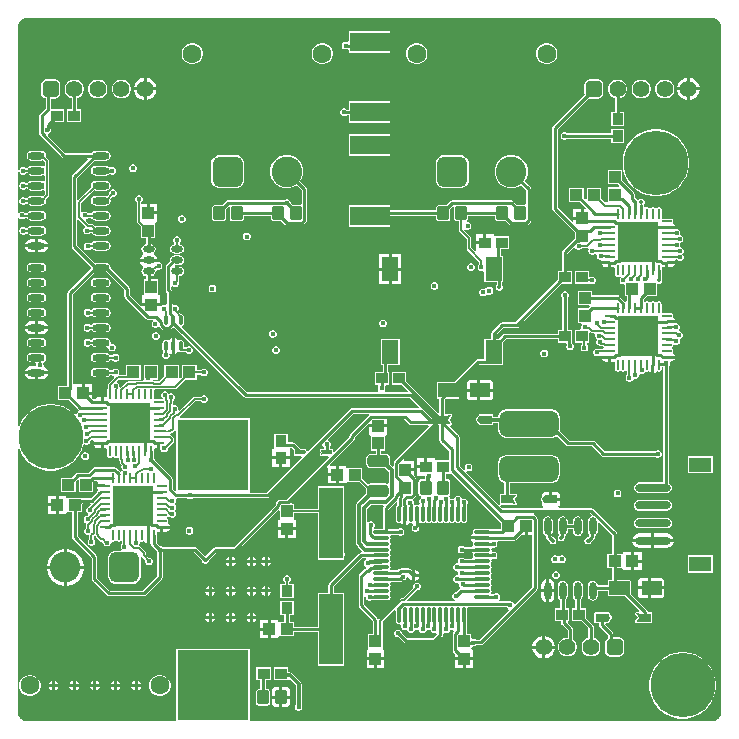
<source format=gbr>
%TF.GenerationSoftware,Altium Limited,Altium Designer,24.7.2 (38)*%
G04 Layer_Physical_Order=1*
G04 Layer_Color=255*
%FSLAX45Y45*%
%MOMM*%
%TF.SameCoordinates,0E07C861-06C4-4886-B41C-83883A41DA48*%
%TF.FilePolarity,Positive*%
%TF.FileFunction,Copper,L1,Top,Signal*%
%TF.Part,Single*%
G01*
G75*
%TA.AperFunction,SMDPad,CuDef*%
%ADD10R,2.00000X6.00000*%
%ADD11O,0.95000X0.25000*%
%ADD12O,0.25000X0.95000*%
%ADD13R,3.45000X3.45000*%
%ADD14O,1.45000X0.60000*%
%ADD15O,0.35000X1.40000*%
%ADD16O,1.40000X0.35000*%
G04:AMPARAMS|DCode=17|XSize=1mm|YSize=1.8mm|CornerRadius=0.25mm|HoleSize=0mm|Usage=FLASHONLY|Rotation=270.000|XOffset=0mm|YOffset=0mm|HoleType=Round|Shape=RoundedRectangle|*
%AMROUNDEDRECTD17*
21,1,1.00000,1.30000,0,0,270.0*
21,1,0.50000,1.80000,0,0,270.0*
1,1,0.50000,-0.65000,-0.25000*
1,1,0.50000,-0.65000,0.25000*
1,1,0.50000,0.65000,0.25000*
1,1,0.50000,0.65000,-0.25000*
%
%ADD17ROUNDEDRECTD17*%
%ADD18R,1.40000X2.00000*%
%ADD19R,1.05000X1.00000*%
%ADD20R,0.16000X0.16000*%
%ADD21R,1.00000X0.95000*%
%ADD22R,1.00000X1.05000*%
%ADD23O,1.00000X0.60000*%
%ADD24O,0.35000X0.85000*%
%ADD25R,0.95000X1.00000*%
%TA.AperFunction,ConnectorPad*%
G04:AMPARAMS|DCode=26|XSize=1mm|YSize=1.2mm|CornerRadius=0.15mm|HoleSize=0mm|Usage=FLASHONLY|Rotation=0.000|XOffset=0mm|YOffset=0mm|HoleType=Round|Shape=RoundedRectangle|*
%AMROUNDEDRECTD26*
21,1,1.00000,0.90000,0,0,0.0*
21,1,0.70000,1.20000,0,0,0.0*
1,1,0.30000,0.35000,-0.45000*
1,1,0.30000,-0.35000,-0.45000*
1,1,0.30000,-0.35000,0.45000*
1,1,0.30000,0.35000,0.45000*
%
%ADD26ROUNDEDRECTD26*%
%TA.AperFunction,SMDPad,CuDef*%
%AMCUSTOMSHAPE27*
4,1,4,-0.97500,-0.60000,0.72500,-0.60000,0.72500,0.60000,-0.97500,0.60000,-0.97500,-0.60000,0.0*%
%ADD27CUSTOMSHAPE27*%

%AMCUSTOMSHAPE28*
4,1,4,-0.71700,-0.60000,0.97500,-0.60000,0.97500,0.60000,-0.71700,0.60000,-0.71700,-0.60000,0.0*%
%ADD28CUSTOMSHAPE28*%

%AMCUSTOMSHAPE29*
4,1,4,-0.50000,-0.37500,0.50000,-0.37500,0.50000,0.37500,-0.50000,0.37500,-0.50000,-0.37500,0.0*%
%ADD29CUSTOMSHAPE29*%

G04:AMPARAMS|DCode=30|XSize=1mm|YSize=1.2mm|CornerRadius=0.15mm|HoleSize=0mm|Usage=FLASHONLY|Rotation=0.000|XOffset=0mm|YOffset=0mm|HoleType=Round|Shape=RoundedRectangle|*
%AMROUNDEDRECTD30*
21,1,1.00000,0.90000,0,0,0.0*
21,1,0.70000,1.20000,0,0,0.0*
1,1,0.30000,0.35000,-0.45000*
1,1,0.30000,-0.35000,-0.45000*
1,1,0.30000,-0.35000,0.45000*
1,1,0.30000,0.35000,0.45000*
%
%ADD30ROUNDEDRECTD30*%
%ADD31O,0.60000X1.50000*%
%ADD32R,3.35000X1.65000*%
%AMCUSTOMSHAPE33*
4,1,4,0.50000,0.37500,-0.50000,0.37500,-0.50000,-0.37500,0.50000,-0.37500,0.50000,0.37500,0.0*%
%ADD33CUSTOMSHAPE33*%

%AMCUSTOMSHAPE34*
4,1,4,0.40000,0.20000,-0.40000,0.20000,-0.40000,-0.20000,0.40000,-0.20000,0.40000,0.20000,0.0*%
%ADD34CUSTOMSHAPE34*%

G04:AMPARAMS|DCode=35|XSize=5mm|YSize=2.15mm|CornerRadius=0.5375mm|HoleSize=0mm|Usage=FLASHONLY|Rotation=0.000|XOffset=0mm|YOffset=0mm|HoleType=Round|Shape=RoundedRectangle|*
%AMROUNDEDRECTD35*
21,1,5.00000,1.07500,0,0,0.0*
21,1,3.92500,2.15000,0,0,0.0*
1,1,1.07500,1.96250,-0.53750*
1,1,1.07500,-1.96250,-0.53750*
1,1,1.07500,-1.96250,0.53750*
1,1,1.07500,1.96250,0.53750*
%
%ADD35ROUNDEDRECTD35*%
%ADD36R,1.90000X1.30000*%
%ADD37O,3.00000X0.70000*%
%TA.AperFunction,Conductor*%
%ADD38C,0.25400*%
%ADD39C,0.16000*%
%ADD40C,0.30000*%
%ADD41C,0.20000*%
%TA.AperFunction,ComponentPad*%
%ADD42C,1.40000*%
G04:AMPARAMS|DCode=43|XSize=1.4mm|YSize=1.4mm|CornerRadius=0.35mm|HoleSize=0mm|Usage=FLASHONLY|Rotation=0.000|XOffset=0mm|YOffset=0mm|HoleType=Round|Shape=RoundedRectangle|*
%AMROUNDEDRECTD43*
21,1,1.40000,0.70000,0,0,0.0*
21,1,0.70000,1.40000,0,0,0.0*
1,1,0.70000,0.35000,-0.35000*
1,1,0.70000,-0.35000,-0.35000*
1,1,0.70000,-0.35000,0.35000*
1,1,0.70000,0.35000,0.35000*
%
%ADD43ROUNDEDRECTD43*%
%ADD44R,6.00000X6.00000*%
G04:AMPARAMS|DCode=45|XSize=2.6mm|YSize=2.6mm|CornerRadius=0.65mm|HoleSize=0mm|Usage=FLASHONLY|Rotation=180.000|XOffset=0mm|YOffset=0mm|HoleType=Round|Shape=RoundedRectangle|*
%AMROUNDEDRECTD45*
21,1,2.60000,1.30000,0,0,180.0*
21,1,1.30000,2.60000,0,0,180.0*
1,1,1.30000,-0.65000,0.65000*
1,1,1.30000,0.65000,0.65000*
1,1,1.30000,0.65000,-0.65000*
1,1,1.30000,-0.65000,-0.65000*
%
%ADD45ROUNDEDRECTD45*%
%ADD46C,1.60000*%
%ADD47C,2.60000*%
%TA.AperFunction,ViaPad*%
%ADD48C,0.35000*%
%ADD49C,0.45000*%
%ADD50C,5.45000*%
G36*
X8473220Y8501550D02*
X8487709Y8495549D01*
X8500747Y8486837D01*
X8511837Y8475747D01*
X8520548Y8462709D01*
X8526550Y8448221D01*
X8529609Y8432841D01*
Y8425000D01*
Y2625000D01*
Y2617159D01*
X8526550Y2601780D01*
X8520549Y2587291D01*
X8511837Y2574252D01*
X8500747Y2563163D01*
X8487709Y2554451D01*
X8473222Y2548450D01*
X8457840Y2545391D01*
X4535000D01*
Y3160000D01*
X3915000D01*
Y2545391D01*
X2642160D01*
X2626779Y2548450D01*
X2612291Y2554451D01*
X2599252Y2563163D01*
X2588163Y2574252D01*
X2579451Y2587290D01*
X2573450Y2601778D01*
X2570391Y2617160D01*
Y2625000D01*
Y4855262D01*
X2583091Y4857273D01*
X2588197Y4841558D01*
X2608384Y4801938D01*
X2634521Y4765964D01*
X2665964Y4734521D01*
X2701938Y4708385D01*
X2741558Y4688197D01*
X2783848Y4674456D01*
X2827767Y4667500D01*
X2872233D01*
X2916152Y4674456D01*
X2958442Y4688197D01*
X2998062Y4708385D01*
X3034036Y4734521D01*
X3065479Y4765964D01*
X3091615Y4801938D01*
X3111803Y4841558D01*
X3125544Y4883848D01*
X3125759Y4885207D01*
X3139478Y4890639D01*
X3147056Y4887500D01*
X3159985D01*
X3171930Y4892448D01*
X3181073Y4901590D01*
X3186021Y4913536D01*
Y4920785D01*
X3196883Y4931647D01*
X3210290D01*
X3217078Y4918947D01*
X3214299Y4914788D01*
X3213884Y4912700D01*
X3285000D01*
Y4900000D01*
X3297700D01*
Y4861358D01*
X3320000D01*
X3327060Y4855564D01*
Y4800000D01*
X3328806Y4791221D01*
X3333779Y4783778D01*
X3341221Y4778806D01*
X3350000Y4777059D01*
X3358779Y4778806D01*
X3366222Y4783778D01*
X3367841Y4786202D01*
X3382159D01*
X3383779Y4783778D01*
X3391221Y4778806D01*
X3400000Y4777059D01*
X3408779Y4778806D01*
X3416221Y4783778D01*
X3428404Y4779161D01*
X3431647Y4776430D01*
Y4763500D01*
X3433044Y4756477D01*
X3437023Y4750523D01*
X3438741Y4748805D01*
Y4733792D01*
X3440138Y4726768D01*
X3444117Y4720815D01*
X3450204Y4714727D01*
X3447900Y4709164D01*
Y4696235D01*
X3452848Y4684290D01*
X3454198Y4682940D01*
X3461633Y4674743D01*
X3454198Y4666346D01*
X3452948Y4665096D01*
X3452037Y4662896D01*
X3449541Y4661356D01*
X3437161Y4660171D01*
X3426929Y4670403D01*
X3426566Y4670946D01*
X3405946Y4691566D01*
X3398438Y4696583D01*
X3389580Y4698345D01*
X3225137D01*
X3216280Y4696583D01*
X3208772Y4691566D01*
X3169151Y4651945D01*
X3081300D01*
X3072443Y4650183D01*
X3064934Y4645166D01*
X3029768Y4610000D01*
X2937500D01*
Y4490000D01*
X3062500D01*
Y4577269D01*
X3075767Y4590535D01*
X3087500Y4585675D01*
Y4490000D01*
X3212500D01*
Y4579768D01*
X3214587Y4581855D01*
X3246564D01*
X3250416Y4569155D01*
X3247676Y4567324D01*
X3239299Y4554788D01*
X3238884Y4552700D01*
X3310000D01*
Y4527300D01*
X3238884D01*
X3239299Y4525212D01*
X3247676Y4512676D01*
X3249944Y4511160D01*
X3251189Y4498521D01*
X3244598Y4491929D01*
X3244054Y4491566D01*
X3190433Y4437945D01*
X3117500D01*
Y4440000D01*
X2995600D01*
X2992500Y4440000D01*
X2982900Y4447484D01*
Y4455400D01*
X2917700D01*
Y4380000D01*
Y4304600D01*
X2982900D01*
Y4312516D01*
X2992500Y4320000D01*
X2995600Y4320000D01*
X3031855D01*
Y4105000D01*
X3033617Y4096143D01*
X3038634Y4088635D01*
X3196855Y3930414D01*
Y3750000D01*
X3198617Y3741143D01*
X3203634Y3733634D01*
X3323634Y3613634D01*
X3331143Y3608617D01*
X3340000Y3606855D01*
X3640000D01*
X3648857Y3608617D01*
X3656366Y3613634D01*
X3791366Y3748634D01*
X3796383Y3756143D01*
X3798145Y3765000D01*
Y3976855D01*
X4060413D01*
X4130000Y3907269D01*
Y3904033D01*
X4134567Y3893006D01*
X4143006Y3884567D01*
X4154033Y3880000D01*
X4165968D01*
X4176994Y3884567D01*
X4185433Y3893006D01*
X4190000Y3904033D01*
Y3907269D01*
X4259587Y3976855D01*
X4410000D01*
X4418857Y3978617D01*
X4426366Y3983634D01*
X4778267Y4335535D01*
X4790000Y4330675D01*
Y4265600D01*
X4790000Y4262500D01*
X4782516Y4252900D01*
X4774600D01*
Y4187700D01*
X4850000D01*
Y4175000D01*
D01*
Y4187700D01*
X4925400D01*
Y4252900D01*
X4917484D01*
X4910000Y4262500D01*
X4910000Y4265600D01*
Y4306647D01*
X5115000D01*
Y3915000D01*
X5335000D01*
Y3940922D01*
X5335248Y3941170D01*
X5340196Y3953115D01*
Y3966044D01*
X5335248Y3977989D01*
X5335000Y3978237D01*
Y4535000D01*
X5115000D01*
Y4343352D01*
X4910000D01*
Y4387500D01*
X4893927D01*
X4889067Y4399233D01*
X5185367Y4695532D01*
X5197100Y4690672D01*
Y4647700D01*
X5262300D01*
Y4710400D01*
X5216828D01*
X5211968Y4722133D01*
X5418866Y4929031D01*
X5423883Y4936540D01*
X5425645Y4945397D01*
Y4952516D01*
X5537867Y5064738D01*
X5542787Y5062700D01*
X5700400D01*
Y5102055D01*
X5843112D01*
X5881533Y5063634D01*
X5889041Y5058617D01*
X5897899Y5056855D01*
X6047927D01*
X6052788Y5045122D01*
X5760934Y4753268D01*
X5755917Y4745760D01*
X5754155Y4736903D01*
Y4708074D01*
X5742422Y4703214D01*
X5724848Y4720788D01*
X5725686Y4725000D01*
Y4775000D01*
X5722969Y4788656D01*
X5715233Y4800233D01*
X5703656Y4807969D01*
X5690000Y4810686D01*
X5648145D01*
Y4837500D01*
X5685000D01*
Y4962500D01*
X5692484Y4972100D01*
X5700400D01*
Y5037300D01*
X5549600D01*
Y4972100D01*
X5557516D01*
X5565000Y4962500D01*
Y4837500D01*
X5601855D01*
Y4810686D01*
X5560000D01*
X5546344Y4807969D01*
X5534766Y4800233D01*
X5527031Y4788656D01*
X5524314Y4775000D01*
Y4725000D01*
X5527031Y4711344D01*
X5534766Y4699766D01*
X5546344Y4692031D01*
X5560000Y4689314D01*
X5684226D01*
X5714110Y4659430D01*
Y4597482D01*
X5714510Y4595471D01*
Y4563771D01*
X5712690Y4562798D01*
X5701810Y4558336D01*
X5690000Y4560686D01*
X5560000D01*
X5546344Y4557969D01*
X5536837Y4551617D01*
X5487500Y4600954D01*
Y4695000D01*
X5362500D01*
X5352900Y4702484D01*
Y4710400D01*
X5287700D01*
Y4635000D01*
Y4559600D01*
X5352900D01*
Y4567516D01*
X5362500Y4575000D01*
X5461546D01*
X5518017Y4518528D01*
X5523971Y4514550D01*
X5524314Y4514482D01*
Y4475362D01*
X5441976Y4393024D01*
X5436451Y4384755D01*
X5434510Y4375000D01*
Y4058432D01*
X5436451Y4048677D01*
X5441976Y4040408D01*
X5452010Y4030373D01*
Y4030325D01*
X5453951Y4020570D01*
X5459476Y4012301D01*
X5485932Y3985845D01*
X5480672Y3973145D01*
X5475000D01*
X5466143Y3971383D01*
X5458634Y3966366D01*
X5208634Y3716366D01*
X5203617Y3708857D01*
X5201855Y3700000D01*
Y3635000D01*
X5115000D01*
Y3348145D01*
X4912500D01*
Y3385000D01*
X4873145D01*
Y3442500D01*
X4907500D01*
Y3562500D01*
X4792500D01*
Y3442500D01*
X4826855D01*
Y3385000D01*
X4790600D01*
X4787500Y3385000D01*
X4777900Y3392484D01*
Y3400400D01*
X4712700D01*
Y3325000D01*
Y3249600D01*
X4777900D01*
Y3257516D01*
X4787500Y3265000D01*
X4790600Y3265000D01*
X4912500D01*
Y3301855D01*
X5115000D01*
Y3015000D01*
X5335000D01*
Y3635000D01*
X5248145D01*
Y3690413D01*
X5484587Y3926855D01*
X5519544D01*
X5522070Y3914155D01*
X5515453Y3911414D01*
X5506310Y3902272D01*
X5501362Y3890327D01*
Y3877398D01*
X5506310Y3865453D01*
X5515453Y3856310D01*
X5516978Y3855678D01*
X5517582Y3848165D01*
X5516685Y3842053D01*
X5510493Y3837916D01*
X5463434Y3790857D01*
X5458417Y3783348D01*
X5456655Y3774491D01*
Y3526861D01*
X5458417Y3518004D01*
X5463434Y3510496D01*
X5576855Y3397074D01*
Y3287500D01*
X5540000D01*
Y3165600D01*
X5540000Y3162500D01*
X5532516Y3152900D01*
X5524600D01*
Y3087700D01*
X5600000D01*
X5675400D01*
Y3152900D01*
X5667484D01*
X5660000Y3162500D01*
X5660000Y3165600D01*
Y3265226D01*
X5660353Y3267000D01*
Y3384666D01*
X5760228Y3484542D01*
X5771962Y3479681D01*
Y3395000D01*
X5774096Y3384270D01*
X5780174Y3375174D01*
X5789270Y3369096D01*
X5800000Y3366962D01*
X5808829Y3368718D01*
X5814381Y3364429D01*
X5818577Y3359065D01*
X5817500Y3356464D01*
Y3343535D01*
X5822448Y3331590D01*
X5831590Y3322448D01*
X5843535Y3317500D01*
X5856465D01*
X5864233Y3320718D01*
X5867500Y3318535D01*
X5872448Y3306590D01*
X5881590Y3297448D01*
X5893535Y3292500D01*
X5906464D01*
X5918410Y3297448D01*
X5927552Y3306590D01*
X5929497Y3311286D01*
X5941014Y3320262D01*
X5953943D01*
X5954800Y3320617D01*
X5967500Y3318535D01*
X5972448Y3306590D01*
X5981590Y3297448D01*
X5993535Y3292500D01*
X6006464D01*
X6018410Y3297448D01*
X6027552Y3306590D01*
X6029171Y3310499D01*
X6041699Y3319057D01*
X6054628D01*
X6054800Y3319128D01*
X6067500Y3318535D01*
X6069921Y3312691D01*
X6072448Y3306590D01*
X6081590Y3297448D01*
X6093535Y3292500D01*
X6106464D01*
X6119179Y3284116D01*
X6119751Y3282483D01*
X6090413Y3253145D01*
X5864891D01*
X5822500Y3295535D01*
Y3296465D01*
X5817552Y3308410D01*
X5808410Y3317552D01*
X5796465Y3322500D01*
X5783536D01*
X5771590Y3317552D01*
X5762448Y3308410D01*
X5757500Y3296465D01*
Y3283535D01*
X5762448Y3271590D01*
X5771590Y3262448D01*
X5783536Y3257500D01*
X5795072D01*
X5838938Y3213634D01*
X5846447Y3208617D01*
X5855304Y3206855D01*
X6100000D01*
X6108857Y3208617D01*
X6116365Y3213634D01*
X6166366Y3263634D01*
X6171383Y3271143D01*
X6173145Y3280000D01*
Y3289300D01*
X6185845Y3295686D01*
X6193535Y3292500D01*
X6206465D01*
X6218410Y3297448D01*
X6227552Y3306590D01*
X6232500Y3318535D01*
X6235767Y3320718D01*
X6243535Y3317500D01*
X6256464D01*
X6257729Y3318024D01*
X6264923Y3307257D01*
X6260934Y3303268D01*
X6255917Y3295760D01*
X6254155Y3286902D01*
Y3150200D01*
X6255917Y3141343D01*
X6260934Y3133834D01*
X6274600Y3120168D01*
Y3087700D01*
X6350000D01*
X6425400D01*
Y3152900D01*
X6421591D01*
X6412475Y3163525D01*
X6413526Y3172497D01*
X6423536Y3179570D01*
X6436465D01*
X6448410Y3184518D01*
X6454335Y3190443D01*
X6490600D01*
X6499457Y3192205D01*
X6506966Y3197222D01*
X6966566Y3656822D01*
X6971583Y3664331D01*
X6973345Y3673188D01*
Y4259403D01*
X6971583Y4268260D01*
X6966566Y4275768D01*
X6953269Y4289066D01*
X6945760Y4294083D01*
X6945398Y4294155D01*
X6946648Y4306855D01*
X7417942D01*
X7430545Y4294253D01*
X7426365Y4280472D01*
X7424893Y4280179D01*
X7411662Y4271338D01*
X7402821Y4258107D01*
X7399716Y4242500D01*
Y4152500D01*
X7402821Y4136893D01*
X7410735Y4125049D01*
Y4118466D01*
X7397268Y4105000D01*
X7394032D01*
X7383006Y4100433D01*
X7374567Y4091994D01*
X7370000Y4080967D01*
Y4069033D01*
X7374567Y4058006D01*
X7383006Y4049567D01*
X7394032Y4045000D01*
X7405967D01*
X7416994Y4049567D01*
X7425433Y4058006D01*
X7430000Y4069033D01*
Y4072268D01*
X7450245Y4092514D01*
X7455263Y4100023D01*
X7457024Y4108880D01*
Y4115434D01*
X7469338Y4123662D01*
X7478179Y4136893D01*
X7481283Y4152500D01*
Y4225554D01*
X7493983Y4230814D01*
X7601855Y4122942D01*
Y3960000D01*
X7562500D01*
Y3840000D01*
X7601855D01*
Y3745824D01*
X7580000D01*
X7572346Y3742654D01*
X7569176Y3735000D01*
Y3698145D01*
X7481155D01*
X7478179Y3713107D01*
X7469338Y3726338D01*
X7456107Y3735179D01*
X7440500Y3738284D01*
X7424893Y3735179D01*
X7411662Y3726338D01*
X7402821Y3713107D01*
X7399716Y3697500D01*
Y3607500D01*
X7402821Y3591893D01*
X7411662Y3578662D01*
X7424893Y3569821D01*
X7440500Y3566717D01*
X7456107Y3569821D01*
X7469338Y3578662D01*
X7478179Y3591893D01*
X7481283Y3607500D01*
Y3651855D01*
X7569176D01*
Y3615000D01*
X7572346Y3607346D01*
X7580000Y3604176D01*
X7715593D01*
X7834711Y3485057D01*
X7829851Y3473324D01*
X7810000D01*
X7806830Y3472011D01*
X7803505Y3471160D01*
X7803093Y3470463D01*
X7802346Y3470154D01*
X7801032Y3466984D01*
X7799284Y3464031D01*
X7799485Y3463248D01*
X7799175Y3462500D01*
X7800489Y3459329D01*
X7801341Y3456006D01*
X7808589Y3446341D01*
X7822083Y3425137D01*
X7800994Y3393504D01*
X7800382Y3390413D01*
X7799175Y3387500D01*
X7799602Y3386470D01*
X7799385Y3385377D01*
X7801140Y3382758D01*
X7802346Y3379846D01*
X7803375Y3379420D01*
X7803995Y3378493D01*
X7807088Y3377882D01*
X7810000Y3376676D01*
X7935000D01*
X7942654Y3379846D01*
X7945824Y3387500D01*
Y3462500D01*
X7942654Y3470154D01*
X7935000Y3473324D01*
X7906986D01*
X7906383Y3476358D01*
X7901366Y3483866D01*
X7760824Y3624408D01*
Y3735000D01*
X7757654Y3742654D01*
X7750000Y3745824D01*
X7648145D01*
Y3840000D01*
X7684400D01*
X7687500Y3840000D01*
X7697100Y3832516D01*
Y3824600D01*
X7762300D01*
Y3900000D01*
Y3975400D01*
X7697100D01*
Y3967484D01*
X7687500Y3960000D01*
X7684400Y3960000D01*
X7648145D01*
Y4132529D01*
X7646383Y4141386D01*
X7641366Y4148895D01*
X7443895Y4346366D01*
X7436386Y4351383D01*
X7427529Y4353145D01*
X7152162D01*
X7148310Y4365845D01*
X7153313Y4369188D01*
X7158926Y4377589D01*
X7160898Y4387500D01*
Y4412300D01*
X7085000D01*
Y4425000D01*
X7072300D01*
Y4488398D01*
X7035000D01*
X7025089Y4486426D01*
X7016688Y4480812D01*
X7011074Y4472411D01*
X7009102Y4462500D01*
Y4443167D01*
X7000994Y4431004D01*
X7000578Y4428903D01*
X6999386Y4427123D01*
X6999806Y4425000D01*
X6999386Y4422877D01*
X7000578Y4421097D01*
X7000994Y4418996D01*
X7009102Y4406833D01*
Y4387500D01*
X7011074Y4377589D01*
X7016688Y4369188D01*
X7021690Y4365845D01*
X7017838Y4353145D01*
X6669587D01*
X6656127Y4366605D01*
X6663321Y4377371D01*
X6665000Y4376676D01*
X6790000D01*
X6793170Y4377989D01*
X6796495Y4378840D01*
X6796907Y4379537D01*
X6797654Y4379846D01*
X6798968Y4383016D01*
X6800716Y4385969D01*
X6800515Y4386752D01*
X6800825Y4387500D01*
X6799510Y4390671D01*
X6798659Y4393994D01*
X6791410Y4403659D01*
X6777917Y4424863D01*
X6799006Y4456496D01*
X6799618Y4459587D01*
X6800825Y4462500D01*
X6800398Y4463530D01*
X6800614Y4464623D01*
X6798860Y4467242D01*
X6797654Y4470154D01*
X6796625Y4470580D01*
X6796004Y4471507D01*
X6792911Y4472118D01*
X6790000Y4473324D01*
X6738145D01*
Y4563751D01*
X7096250D01*
X7121124Y4568699D01*
X7142211Y4582789D01*
X7156301Y4603876D01*
X7161249Y4628750D01*
Y4736250D01*
X7156301Y4761124D01*
X7142211Y4782211D01*
X7121124Y4796301D01*
X7096250Y4801249D01*
X6703750D01*
X6678876Y4796301D01*
X6657789Y4782211D01*
X6643699Y4761124D01*
X6638751Y4736250D01*
Y4628750D01*
X6643699Y4603876D01*
X6657789Y4582789D01*
X6678876Y4568699D01*
X6691855Y4566117D01*
Y4473324D01*
X6665000D01*
X6657346Y4470154D01*
X6654176Y4462500D01*
Y4387500D01*
X6654871Y4385821D01*
X6652741Y4384397D01*
X6644105Y4378627D01*
X6366951Y4655780D01*
X6374145Y4666547D01*
X6382106Y4663250D01*
X6395035D01*
X6406980Y4668197D01*
X6416122Y4677340D01*
X6421070Y4689285D01*
Y4702214D01*
X6416122Y4714159D01*
X6406980Y4723302D01*
X6395035Y4728249D01*
X6382106D01*
X6370160Y4723302D01*
X6361018Y4714159D01*
X6356070Y4702214D01*
Y4689285D01*
X6359368Y4681325D01*
X6348601Y4674131D01*
X6313145Y4709587D01*
Y4950000D01*
X6311383Y4958857D01*
X6306366Y4966366D01*
X6232789Y5039943D01*
X6237649Y5051676D01*
X6240000D01*
X6243170Y5052989D01*
X6246495Y5053840D01*
X6246907Y5054536D01*
X6247654Y5054846D01*
X6248968Y5058016D01*
X6250716Y5060969D01*
X6250515Y5061752D01*
X6250825Y5062500D01*
X6249510Y5065671D01*
X6248659Y5068994D01*
X6241410Y5078659D01*
X6227917Y5099863D01*
X6249006Y5131496D01*
X6249618Y5134587D01*
X6250825Y5137500D01*
X6250398Y5138530D01*
X6250614Y5139623D01*
X6248860Y5142242D01*
X6247654Y5145154D01*
X6246625Y5145580D01*
X6246005Y5146507D01*
X6242912Y5147118D01*
X6240000Y5148324D01*
X6188145D01*
Y5277913D01*
X6189407Y5279176D01*
X6300000D01*
X6307654Y5282346D01*
X6310824Y5290000D01*
Y5400592D01*
X6477087Y5566855D01*
X6520000D01*
Y5565000D01*
X6680000D01*
Y5752268D01*
X6709587Y5781855D01*
X7145000D01*
Y5747500D01*
X7213566D01*
X7218453Y5734800D01*
X7215000Y5726465D01*
Y5713535D01*
X7219948Y5701590D01*
X7229090Y5692448D01*
X7241036Y5687500D01*
X7253965D01*
X7265910Y5692448D01*
X7275052Y5701590D01*
X7280000Y5713535D01*
Y5726465D01*
X7275052Y5738410D01*
X7265910Y5747552D01*
X7265445Y5747745D01*
Y5770200D01*
X7265000Y5772437D01*
Y5862500D01*
X7228145D01*
Y6132183D01*
X7232552Y6136591D01*
X7237500Y6148536D01*
Y6161465D01*
X7232552Y6173410D01*
X7223409Y6182553D01*
X7211464Y6187500D01*
X7198535D01*
X7186590Y6182553D01*
X7177448Y6173410D01*
X7172500Y6161465D01*
Y6148536D01*
X7177448Y6136591D01*
X7181855Y6132183D01*
Y5862500D01*
X7145000D01*
Y5828145D01*
X6700000D01*
X6691143Y5826383D01*
X6683634Y5821366D01*
X6647269Y5785000D01*
X6623145D01*
Y5815413D01*
X6684587Y5876855D01*
X6795000D01*
X6803857Y5878617D01*
X6811366Y5883634D01*
X7175232Y6247500D01*
X7262500D01*
Y6362500D01*
X7225645D01*
Y6506836D01*
X7276270Y6557461D01*
X7291251Y6554481D01*
X7292448Y6551590D01*
X7301590Y6542448D01*
X7313536Y6537500D01*
X7326465D01*
X7338410Y6542448D01*
X7347552Y6551590D01*
X7347576Y6551648D01*
X7392955D01*
X7395983Y6552250D01*
X7404642Y6543984D01*
X7405564Y6542192D01*
X7403362Y6536878D01*
Y6523949D01*
X7408310Y6512003D01*
X7417453Y6502861D01*
X7429398Y6497913D01*
X7442327D01*
X7454272Y6502861D01*
X7457997Y6506586D01*
X7466952Y6505709D01*
X7474523Y6493487D01*
Y6480558D01*
X7479470Y6468613D01*
X7488613Y6459470D01*
X7500558Y6454523D01*
X7505529D01*
X7508589Y6451126D01*
X7513295Y6442700D01*
X7585000D01*
Y6430000D01*
X7597700D01*
Y6391358D01*
X7620000D01*
X7627060Y6385564D01*
Y6330000D01*
X7628806Y6321221D01*
X7633779Y6313778D01*
X7641221Y6308806D01*
X7650000Y6307059D01*
X7658779Y6308806D01*
X7660665Y6310066D01*
X7675070Y6307912D01*
X7676807Y6306761D01*
X7678540Y6303502D01*
X7677970Y6302385D01*
X7672447Y6296862D01*
X7667500Y6284917D01*
Y6271988D01*
X7672447Y6260043D01*
X7681590Y6250900D01*
X7693535Y6245952D01*
X7706464D01*
X7712500Y6241919D01*
Y6145000D01*
X7726855D01*
Y6103468D01*
X7722757Y6100694D01*
X7714155Y6098576D01*
X7666366Y6146365D01*
X7658857Y6151383D01*
X7650000Y6153144D01*
X7435000D01*
Y6192500D01*
X7315000D01*
Y6067500D01*
X7409308D01*
X7414569Y6054800D01*
X7402269Y6042500D01*
X7315000D01*
Y5917500D01*
X7341577D01*
X7346838Y5904800D01*
X7345448Y5903410D01*
X7340500Y5891464D01*
Y5878535D01*
X7341882Y5875200D01*
X7333396Y5862500D01*
X7290000D01*
Y5747500D01*
X7344944D01*
X7344946Y5747497D01*
X7348838Y5734800D01*
X7342448Y5728410D01*
X7337500Y5716465D01*
Y5703535D01*
X7342448Y5691590D01*
X7351590Y5682448D01*
X7363535Y5677500D01*
X7376465D01*
X7388410Y5682448D01*
X7397552Y5691590D01*
X7402500Y5703535D01*
Y5716465D01*
X7397552Y5728410D01*
X7391162Y5734800D01*
X7395054Y5747497D01*
X7395056Y5747500D01*
X7410000D01*
Y5835956D01*
X7421733Y5840816D01*
X7423703Y5838846D01*
X7429657Y5834868D01*
X7436680Y5833471D01*
X7454249D01*
X7462735Y5820770D01*
X7461500Y5817788D01*
Y5804859D01*
X7466448Y5792913D01*
X7475590Y5783771D01*
X7477087Y5776248D01*
X7476498Y5775659D01*
X7471550Y5763714D01*
Y5750785D01*
X7476498Y5738840D01*
X7485641Y5729697D01*
X7497586Y5724750D01*
X7504350D01*
X7505477Y5723997D01*
X7512500Y5722600D01*
X7528531D01*
X7528805Y5721221D01*
X7533778Y5713779D01*
X7529161Y5701596D01*
X7526429Y5698352D01*
X7495544D01*
X7493527Y5697951D01*
X7483688Y5702027D01*
X7470759D01*
X7458814Y5697079D01*
X7449671Y5687937D01*
X7444723Y5675991D01*
Y5663062D01*
X7449671Y5651117D01*
X7458814Y5641975D01*
X7470759Y5637027D01*
X7483688D01*
X7495633Y5641975D01*
X7503301Y5649643D01*
X7505389Y5648722D01*
X7513155Y5642700D01*
X7585000D01*
Y5630000D01*
X7597700D01*
Y5591358D01*
X7620000D01*
X7627059Y5585564D01*
Y5530000D01*
X7628806Y5521221D01*
X7633778Y5513778D01*
X7641221Y5508805D01*
X7650000Y5507059D01*
X7658779Y5508805D01*
X7666221Y5513778D01*
X7667841Y5516202D01*
X7682159D01*
X7683778Y5513778D01*
X7691221Y5508805D01*
X7700000Y5507059D01*
X7708779Y5508805D01*
X7716221Y5513778D01*
X7728403Y5509161D01*
X7731647Y5506430D01*
Y5482576D01*
X7731590Y5482552D01*
X7722448Y5473410D01*
X7717500Y5461465D01*
Y5448536D01*
X7722448Y5436591D01*
X7731590Y5427448D01*
X7743535Y5422500D01*
X7756464D01*
X7768409Y5427448D01*
X7777552Y5436591D01*
X7778889Y5439820D01*
X7793536Y5447500D01*
X7806464D01*
X7818410Y5452448D01*
X7827552Y5461590D01*
X7832500Y5473535D01*
Y5481459D01*
X7842503Y5489651D01*
X7844233Y5490202D01*
X7849549Y5488000D01*
X7862478D01*
X7874423Y5492948D01*
X7883566Y5502090D01*
X7885647Y5507114D01*
X7891221Y5508805D01*
X7900000Y5507059D01*
X7908779Y5508805D01*
X7915555Y5513333D01*
X7922676Y5502675D01*
X7935212Y5494299D01*
X7937300Y5493884D01*
Y5565000D01*
X7962700D01*
Y5493884D01*
X7964788Y5494299D01*
X7977324Y5502675D01*
X7984445Y5513333D01*
X7991221Y5508805D01*
X8000000Y5507059D01*
X8008779Y5508805D01*
X8016221Y5513778D01*
X8021194Y5521221D01*
X8022940Y5530000D01*
Y5546587D01*
X8036105D01*
Y4570881D01*
X7835000D01*
X7817442Y4567389D01*
X7802557Y4557443D01*
X7792611Y4542558D01*
X7789119Y4525000D01*
X7792611Y4507442D01*
X7802557Y4492557D01*
X7817442Y4482611D01*
X7835000Y4479118D01*
X8065000D01*
X8082558Y4482611D01*
X8097444Y4492557D01*
X8107389Y4507442D01*
X8110882Y4525000D01*
X8107389Y4542558D01*
X8097444Y4557443D01*
X8082558Y4567389D01*
X8082394Y4567421D01*
Y5555705D01*
X8090552Y5563863D01*
X8095500Y5575808D01*
Y5588737D01*
X8107233Y5592797D01*
X8114788Y5594299D01*
X8127324Y5602676D01*
X8135701Y5615212D01*
X8136116Y5617300D01*
X8065000D01*
Y5642700D01*
X8136116D01*
X8135701Y5644788D01*
X8127324Y5657324D01*
X8116667Y5664445D01*
X8121194Y5671221D01*
X8122941Y5680000D01*
X8121194Y5688779D01*
X8116222Y5696221D01*
X8113798Y5697841D01*
Y5712159D01*
X8116222Y5713779D01*
X8121194Y5721221D01*
X8122413Y5727348D01*
X8123400Y5728525D01*
X8130226Y5732960D01*
X8134921Y5734867D01*
X8142264Y5731826D01*
X8155193D01*
X8167138Y5736774D01*
X8176280Y5745916D01*
X8181228Y5757861D01*
Y5770790D01*
X8181088Y5771129D01*
X8187909Y5787700D01*
X8187909Y5787701D01*
X8197052Y5796843D01*
X8202000Y5808788D01*
Y5821717D01*
X8197052Y5833662D01*
X8187909Y5842805D01*
X8175964Y5847753D01*
X8174399D01*
X8169139Y5860453D01*
X8173507Y5864821D01*
X8178455Y5876766D01*
Y5889695D01*
X8173507Y5901640D01*
X8164365Y5910783D01*
X8152420Y5915731D01*
X8148753D01*
X8147396Y5917300D01*
X8065000D01*
Y5942700D01*
X8136116D01*
X8135701Y5944788D01*
X8127324Y5957324D01*
X8116667Y5964445D01*
X8121194Y5971221D01*
X8122941Y5980000D01*
X8121194Y5988779D01*
X8116222Y5996221D01*
X8108779Y6001194D01*
X8100000Y6002940D01*
X8034485D01*
X8027321Y6007321D01*
X8022940Y6014485D01*
Y6080000D01*
X8021194Y6088779D01*
X8016221Y6096221D01*
X8008779Y6101194D01*
X8000000Y6102941D01*
X7991221Y6101194D01*
X7983778Y6096221D01*
X7982159Y6093798D01*
X7967841D01*
X7966221Y6096221D01*
X7958779Y6101194D01*
X7950000Y6102941D01*
X7941221Y6101194D01*
X7933778Y6096221D01*
X7932159Y6093798D01*
X7917841D01*
X7916221Y6096221D01*
X7908779Y6101194D01*
X7900000Y6102941D01*
X7891221Y6101194D01*
X7885845Y6097602D01*
X7878088Y6099938D01*
X7873145Y6103167D01*
Y6122913D01*
X7895231Y6145000D01*
X7987500D01*
Y6245635D01*
X7994033Y6250000D01*
X8005967D01*
X8016993Y6254567D01*
X8025433Y6263006D01*
X8030000Y6274032D01*
Y6285967D01*
X8025433Y6296994D01*
X8023144Y6299282D01*
Y6365000D01*
X8022941Y6366025D01*
Y6385564D01*
X8030000Y6391358D01*
X8052300D01*
Y6430000D01*
X8065000D01*
Y6442700D01*
X8136116D01*
X8135701Y6444788D01*
X8142166Y6456621D01*
X8151364Y6456591D01*
X8151364Y6456590D01*
X8160506Y6447448D01*
X8172452Y6442500D01*
X8185381D01*
X8197326Y6447448D01*
X8206468Y6456590D01*
X8211416Y6468535D01*
Y6481465D01*
X8206468Y6493410D01*
X8197378Y6502500D01*
X8206468Y6511590D01*
X8211416Y6523535D01*
Y6536464D01*
X8206468Y6548410D01*
X8197326Y6557552D01*
X8190753Y6560274D01*
X8182500Y6573536D01*
Y6586464D01*
X8189345Y6600764D01*
X8193410Y6602448D01*
X8202552Y6611590D01*
X8207500Y6623535D01*
Y6636465D01*
X8202552Y6648410D01*
X8193410Y6657552D01*
X8190180Y6658890D01*
X8182500Y6673536D01*
Y6686465D01*
X8177552Y6698410D01*
X8168409Y6707552D01*
X8156464Y6712500D01*
X8148000D01*
X8142829Y6717301D01*
X8065000D01*
Y6742701D01*
X8136116D01*
X8135701Y6744788D01*
X8127325Y6757324D01*
X8116667Y6764445D01*
X8121195Y6771221D01*
X8122941Y6780000D01*
X8121195Y6788779D01*
X8116222Y6796221D01*
X8108779Y6801194D01*
X8100000Y6802940D01*
X8034485D01*
X8027321Y6807321D01*
X8022941Y6814485D01*
Y6880000D01*
X8021194Y6888779D01*
X8016221Y6896222D01*
X8008779Y6901194D01*
X8000000Y6902941D01*
X7991221Y6901194D01*
X7983779Y6896222D01*
X7982159Y6893798D01*
X7967841D01*
X7966222Y6896222D01*
X7958779Y6901194D01*
X7950000Y6902941D01*
X7941221Y6901194D01*
X7933779Y6896222D01*
X7932159Y6893798D01*
X7917841D01*
X7916221Y6896222D01*
X7908779Y6901194D01*
X7900000Y6902941D01*
X7891221Y6901194D01*
X7886045Y6897736D01*
X7877764Y6900337D01*
X7873345Y6903362D01*
Y6920200D01*
X7873226Y6920799D01*
X7875433Y6923006D01*
X7880000Y6934033D01*
Y6945968D01*
X7875433Y6956994D01*
X7866994Y6965433D01*
X7855968Y6970000D01*
X7844033D01*
X7833006Y6965433D01*
X7825000Y6957426D01*
X7816994Y6965433D01*
X7805967Y6970000D01*
X7805329D01*
X7793599Y6981730D01*
Y7007046D01*
X7791837Y7015903D01*
X7786820Y7023412D01*
X7685000Y7125232D01*
Y7217500D01*
X7565000D01*
Y7092500D01*
X7652269D01*
X7665535Y7079233D01*
X7660675Y7067500D01*
X7565000D01*
Y6942500D01*
X7563152Y6940121D01*
X7547108Y6939230D01*
X7512500Y6973838D01*
Y7065000D01*
X7387500D01*
Y6969325D01*
X7375767Y6964465D01*
X7362500Y6977731D01*
Y7065000D01*
X7237500D01*
Y6945000D01*
X7329768D01*
X7380135Y6894633D01*
X7375275Y6882900D01*
X7362700D01*
Y6805000D01*
X7350000D01*
Y6792300D01*
X7274600D01*
Y6782225D01*
X7262867Y6777365D01*
X7143145Y6897087D01*
Y7560413D01*
X7404032Y7821300D01*
X7415000Y7819118D01*
X7485000D01*
X7502558Y7822611D01*
X7517443Y7832557D01*
X7527389Y7847442D01*
X7530881Y7865000D01*
Y7935000D01*
X7527389Y7952558D01*
X7517443Y7967443D01*
X7502558Y7977389D01*
X7485000Y7980881D01*
X7415000D01*
X7397442Y7977389D01*
X7382557Y7967443D01*
X7372611Y7952558D01*
X7369118Y7935000D01*
Y7865000D01*
X7371300Y7854032D01*
X7103634Y7586366D01*
X7098617Y7578857D01*
X7096855Y7570000D01*
Y6887500D01*
X7098617Y6878643D01*
X7103634Y6871134D01*
X7290000Y6684768D01*
Y6634966D01*
X7284912Y6631566D01*
X7186134Y6532788D01*
X7181117Y6525280D01*
X7179355Y6516422D01*
Y6362500D01*
X7142500D01*
Y6280232D01*
X6785413Y5923145D01*
X6675000D01*
X6666143Y5921383D01*
X6658634Y5916366D01*
X6583634Y5841366D01*
X6578617Y5833857D01*
X6576855Y5825000D01*
Y5785000D01*
X6520000D01*
Y5613145D01*
X6467500D01*
X6458643Y5611383D01*
X6451134Y5606366D01*
X6265593Y5420824D01*
X6130000D01*
X6122346Y5417654D01*
X6119176Y5410000D01*
Y5290000D01*
X6122346Y5282346D01*
X6130000Y5279176D01*
X6141855D01*
Y5158837D01*
X6129155Y5153576D01*
X5857500Y5425232D01*
Y5507500D01*
X5737500D01*
Y5392500D01*
X5824769D01*
X5872390Y5344878D01*
X5867530Y5333145D01*
X5684553D01*
X5679292Y5345845D01*
X5680052Y5346604D01*
X5685000Y5358550D01*
Y5371479D01*
X5681553Y5379800D01*
X5686287Y5389794D01*
X5688937Y5392500D01*
X5712500D01*
Y5507500D01*
X5708145D01*
Y5565000D01*
X5805000D01*
Y5785000D01*
X5645000D01*
Y5565000D01*
X5661855D01*
Y5507500D01*
X5592500D01*
Y5392500D01*
X5616063D01*
X5618713Y5389794D01*
X5623447Y5379800D01*
X5620000Y5371479D01*
Y5358550D01*
X5624948Y5346604D01*
X5625708Y5345845D01*
X5620447Y5333145D01*
X4509587D01*
X3962273Y5880459D01*
X3965693Y5893948D01*
X3966250Y5894443D01*
X3974826Y5900174D01*
X3980904Y5909270D01*
X3983039Y5920000D01*
Y5970000D01*
X3980904Y5980730D01*
X3974826Y5989826D01*
X3965730Y5995904D01*
X3955000Y5998039D01*
X3953262Y5997693D01*
X3929958Y6020997D01*
X3930552Y6021590D01*
X3935500Y6033536D01*
Y6046465D01*
X3930552Y6058410D01*
X3921409Y6067552D01*
X3909464Y6072500D01*
X3896535D01*
X3893645Y6071303D01*
X3880944Y6079789D01*
Y6185564D01*
X3879183Y6194421D01*
X3874165Y6201930D01*
X3870445Y6205651D01*
Y6223600D01*
X3883145Y6228861D01*
X3885574Y6226431D01*
X3897519Y6221484D01*
X3910448D01*
X3922393Y6226431D01*
X3931536Y6235574D01*
X3936483Y6247519D01*
Y6260448D01*
X3934011Y6266417D01*
X3936956Y6270824D01*
X3938353Y6277847D01*
Y6314216D01*
X3940000D01*
X3955607Y6317321D01*
X3968838Y6326162D01*
X3977679Y6339393D01*
X3980784Y6355000D01*
X3977679Y6370607D01*
X3968838Y6383838D01*
X3955607Y6392679D01*
X3940000Y6395783D01*
X3907594D01*
X3907075Y6396190D01*
X3901680Y6408483D01*
X3902353Y6409216D01*
X3940000D01*
X3955607Y6412321D01*
X3968838Y6421161D01*
X3977679Y6434393D01*
X3980784Y6450000D01*
X3977679Y6465607D01*
X3968838Y6478838D01*
X3955607Y6487679D01*
X3940000Y6490783D01*
X3900000D01*
X3884393Y6487679D01*
X3871162Y6478838D01*
X3862321Y6465607D01*
X3859217Y6450000D01*
X3860552Y6443284D01*
X3830934Y6413666D01*
X3825917Y6406157D01*
X3824155Y6397300D01*
Y6196064D01*
X3825917Y6187207D01*
X3830934Y6179698D01*
X3834655Y6175977D01*
Y6079789D01*
X3821955Y6071303D01*
X3819064Y6072500D01*
X3806135D01*
X3794190Y6067552D01*
X3788100Y6061462D01*
X3785636Y6062300D01*
X3700000D01*
X3617787D01*
X3612867Y6060262D01*
X3520545Y6152584D01*
Y6207100D01*
X3518783Y6215957D01*
X3513766Y6223466D01*
X3356948Y6380284D01*
X3358284Y6387000D01*
X3355179Y6402607D01*
X3346338Y6415838D01*
X3333107Y6424679D01*
X3317500Y6427783D01*
X3232500D01*
X3225784Y6426448D01*
X3073145Y6579087D01*
Y6788165D01*
X3085845Y6793426D01*
X3143188Y6736083D01*
X3141590Y6728052D01*
X3132448Y6718910D01*
X3127500Y6706964D01*
Y6694035D01*
X3132448Y6682090D01*
X3141590Y6672948D01*
X3153535Y6668000D01*
X3166465D01*
X3178410Y6672948D01*
X3184997Y6679535D01*
X3198691Y6678601D01*
X3203662Y6671162D01*
X3216893Y6662321D01*
X3232500Y6659217D01*
X3317500D01*
X3333107Y6662321D01*
X3346338Y6671162D01*
X3355179Y6684393D01*
X3358284Y6700000D01*
X3355179Y6715607D01*
X3346338Y6728838D01*
X3333107Y6737679D01*
X3317500Y6740784D01*
X3232500D01*
X3226387Y6739568D01*
X3212977Y6752977D01*
X3207024Y6756955D01*
X3200000Y6758352D01*
X3172826D01*
X3145412Y6785767D01*
X3150124Y6799016D01*
X3158410Y6802448D01*
X3166109Y6810147D01*
X3195653D01*
X3203662Y6798162D01*
X3216893Y6789321D01*
X3232500Y6786217D01*
X3317500D01*
X3333107Y6789321D01*
X3346338Y6798162D01*
X3355179Y6811393D01*
X3358284Y6827000D01*
X3355179Y6842607D01*
X3346338Y6855838D01*
X3333107Y6864679D01*
X3317500Y6867784D01*
X3232500D01*
X3216893Y6864679D01*
X3203662Y6855838D01*
X3197657Y6846852D01*
X3168197D01*
X3167552Y6848410D01*
X3158410Y6857552D01*
X3146465Y6862500D01*
X3133536D01*
X3123052Y6858158D01*
X3116450Y6860627D01*
X3110352Y6864275D01*
Y6932898D01*
X3220131Y7042677D01*
X3232500Y7040217D01*
X3317500D01*
X3333107Y7043321D01*
X3346338Y7052162D01*
X3355179Y7065393D01*
X3358284Y7081000D01*
X3355179Y7096607D01*
X3346338Y7109838D01*
X3333107Y7118679D01*
X3317500Y7121784D01*
X3232500D01*
X3216893Y7118679D01*
X3203662Y7109838D01*
X3194821Y7096607D01*
X3191717Y7081000D01*
X3194177Y7068631D01*
X3085845Y6960299D01*
X3073145Y6965560D01*
Y7142913D01*
X3225784Y7295552D01*
X3232500Y7294217D01*
X3317500D01*
X3333107Y7297321D01*
X3346338Y7306162D01*
X3355179Y7319393D01*
X3358284Y7335000D01*
X3355179Y7350607D01*
X3346338Y7363838D01*
X3333107Y7372679D01*
X3317500Y7375784D01*
X3232500D01*
X3216893Y7372679D01*
X3203662Y7363838D01*
X3199857Y7358145D01*
X2974587D01*
X2826965Y7505767D01*
X2831222Y7519471D01*
X2838410Y7522448D01*
X2847552Y7531590D01*
X2852500Y7543535D01*
Y7556464D01*
X2847552Y7568410D01*
X2846895Y7569067D01*
Y7589164D01*
X2875231Y7617500D01*
X2962500D01*
Y7732500D01*
X2852945D01*
Y7819118D01*
X2885000D01*
X2902558Y7822611D01*
X2917443Y7832557D01*
X2927389Y7847442D01*
X2930882Y7865000D01*
Y7935000D01*
X2927389Y7952558D01*
X2917443Y7967443D01*
X2902558Y7977389D01*
X2885000Y7980881D01*
X2815000D01*
X2797442Y7977389D01*
X2782557Y7967443D01*
X2772611Y7952558D01*
X2769119Y7935000D01*
Y7865000D01*
X2772611Y7847442D01*
X2782557Y7832557D01*
X2797442Y7822611D01*
X2806655Y7820778D01*
Y7736591D01*
X2758434Y7688370D01*
X2753417Y7680861D01*
X2751655Y7672004D01*
Y7525200D01*
X2753417Y7516343D01*
X2758434Y7508835D01*
X2948634Y7318634D01*
X2956143Y7313617D01*
X2965000Y7311855D01*
X3160030D01*
X3164891Y7300122D01*
X3033634Y7168866D01*
X3028617Y7161357D01*
X3026855Y7152500D01*
Y6569500D01*
X3028617Y6560643D01*
X3033634Y6553134D01*
X3193052Y6393716D01*
X3191717Y6387000D01*
X3193052Y6380284D01*
X2998434Y6185666D01*
X2993417Y6178157D01*
X2991655Y6169300D01*
Y5385000D01*
X2912500D01*
Y5265000D01*
X3004768D01*
X3086134Y5183634D01*
X3084281Y5169598D01*
X3081095Y5168278D01*
X3071953Y5159136D01*
X3067966Y5149510D01*
X3059588Y5146034D01*
X3054305Y5145210D01*
X3034036Y5165479D01*
X2998062Y5191615D01*
X2958442Y5211803D01*
X2916152Y5225544D01*
X2872233Y5232500D01*
X2827767D01*
X2783848Y5225544D01*
X2741558Y5211803D01*
X2701938Y5191615D01*
X2665964Y5165479D01*
X2634521Y5134036D01*
X2608384Y5098062D01*
X2588197Y5058442D01*
X2583091Y5042727D01*
X2570391Y5044738D01*
Y6806554D01*
X2577772Y6809771D01*
X2583091Y6810448D01*
X2591090Y6802448D01*
X2603035Y6797500D01*
X2615965D01*
X2627910Y6802448D01*
X2635609Y6810147D01*
X2650653D01*
X2658662Y6798162D01*
X2671893Y6789321D01*
X2687500Y6786217D01*
X2772500D01*
X2788107Y6789321D01*
X2801339Y6798162D01*
X2810179Y6811393D01*
X2813284Y6827000D01*
X2810179Y6842607D01*
X2801339Y6855838D01*
X2788107Y6864679D01*
X2772500Y6867784D01*
X2687500D01*
X2671893Y6864679D01*
X2658662Y6855838D01*
X2652657Y6846852D01*
X2637697D01*
X2637052Y6848410D01*
X2627910Y6857552D01*
X2615965Y6862500D01*
X2603035D01*
X2591090Y6857552D01*
X2583091Y6849552D01*
X2577772Y6850229D01*
X2570391Y6853446D01*
Y7200584D01*
X2582697Y7201535D01*
X2587644Y7189590D01*
X2596787Y7180448D01*
X2608732Y7175500D01*
X2621661D01*
X2633606Y7180448D01*
X2640209Y7187050D01*
X2652076Y7186251D01*
X2654506Y7185382D01*
X2658662Y7179162D01*
X2671893Y7170321D01*
X2687500Y7167217D01*
X2772500D01*
X2788107Y7170321D01*
X2789448Y7171216D01*
X2802148Y7164428D01*
Y7124572D01*
X2789448Y7117784D01*
X2788107Y7118679D01*
X2772500Y7121784D01*
X2687500D01*
X2671893Y7118679D01*
X2658662Y7109838D01*
X2656080Y7105974D01*
X2656007Y7105927D01*
X2640756Y7104704D01*
X2636908Y7108552D01*
X2624963Y7113500D01*
X2612034D01*
X2600089Y7108552D01*
X2590947Y7099410D01*
X2585999Y7087465D01*
Y7074536D01*
X2590947Y7062590D01*
X2600089Y7053448D01*
X2612034Y7048500D01*
X2624963D01*
X2636908Y7053448D01*
X2640756Y7057296D01*
X2656007Y7056074D01*
X2656080Y7056026D01*
X2658662Y7052162D01*
X2671893Y7043321D01*
X2687500Y7040217D01*
X2772500D01*
X2788107Y7043321D01*
X2789448Y7044216D01*
X2802148Y7037428D01*
Y7008102D01*
X2786120Y6992074D01*
X2772500Y6994784D01*
X2687500D01*
X2671893Y6991679D01*
X2658662Y6982838D01*
X2654325Y6976348D01*
X2639310Y6975151D01*
X2636908Y6977552D01*
X2624963Y6982500D01*
X2612034D01*
X2600089Y6977552D01*
X2590947Y6968410D01*
X2585999Y6956465D01*
Y6943536D01*
X2590947Y6931590D01*
X2600089Y6922448D01*
X2612034Y6917500D01*
X2624963D01*
X2636908Y6922448D01*
X2642203Y6927743D01*
X2655495Y6927561D01*
X2657682Y6926628D01*
X2658662Y6925162D01*
X2671893Y6916321D01*
X2687500Y6913217D01*
X2772500D01*
X2788107Y6916321D01*
X2801339Y6925162D01*
X2810179Y6938393D01*
X2813284Y6954000D01*
X2811072Y6965118D01*
X2833477Y6987523D01*
X2837456Y6993477D01*
X2838853Y7000500D01*
Y7287000D01*
X2837456Y7294023D01*
X2833477Y7299978D01*
X2810823Y7322631D01*
X2813284Y7335000D01*
X2810179Y7350607D01*
X2801339Y7363838D01*
X2788107Y7372679D01*
X2772500Y7375784D01*
X2687500D01*
X2671893Y7372679D01*
X2658662Y7363838D01*
X2649821Y7350607D01*
X2646717Y7335000D01*
X2649821Y7319393D01*
X2658662Y7306162D01*
X2671893Y7297321D01*
X2687500Y7294217D01*
X2772500D01*
X2784869Y7296677D01*
X2802148Y7279398D01*
Y7251572D01*
X2789448Y7244784D01*
X2788107Y7245679D01*
X2772500Y7248784D01*
X2687500D01*
X2671893Y7245679D01*
X2658662Y7236838D01*
X2654506Y7230619D01*
X2652076Y7229749D01*
X2640209Y7228950D01*
X2633606Y7235552D01*
X2621661Y7240500D01*
X2608732D01*
X2596787Y7235552D01*
X2587644Y7226410D01*
X2582697Y7214465D01*
X2570391Y7215416D01*
Y8425000D01*
Y8432840D01*
X2573450Y8448221D01*
X2579451Y8462709D01*
X2588163Y8475747D01*
X2599252Y8486837D01*
X2612290Y8495548D01*
X2626779Y8501550D01*
X2642159Y8504609D01*
X8457841D01*
X8473220Y8501550D01*
D02*
G37*
G36*
X8146416Y6522000D02*
X8123625D01*
Y6538000D01*
X8146416D01*
Y6522000D01*
D02*
G37*
G36*
Y6472000D02*
X8123625D01*
Y6488000D01*
X8146416D01*
Y6472000D01*
D02*
G37*
G36*
X3474255Y6197513D02*
Y6142997D01*
X3476017Y6134140D01*
X3481034Y6126631D01*
X3654314Y5953352D01*
X3661823Y5948334D01*
X3670680Y5946573D01*
X3712904D01*
X3715080Y5942414D01*
X3716798Y5933873D01*
X3709461Y5926536D01*
X3704514Y5914591D01*
Y5901662D01*
X3709461Y5889717D01*
X3718604Y5880574D01*
X3730549Y5875627D01*
X3743478D01*
X3755423Y5880574D01*
X3756430Y5881581D01*
X3765802Y5888638D01*
X3773430Y5881987D01*
X3791983Y5863434D01*
X3799492Y5858417D01*
X3808349Y5856655D01*
X3849800D01*
X3858657Y5858417D01*
X3866166Y5863434D01*
X3890000Y5887269D01*
X4483634Y5293634D01*
X4491143Y5288617D01*
X4500000Y5286855D01*
X5890413D01*
X5968013Y5209256D01*
X5963152Y5197522D01*
X5401480D01*
X5392623Y5195761D01*
X5385115Y5190743D01*
X5030657Y4836286D01*
X5015205Y4838794D01*
X5009681Y4849841D01*
X5008336Y4851008D01*
X5007654Y4852654D01*
X5005326Y4853618D01*
X5003423Y4855269D01*
X5001646Y4855142D01*
X5000000Y4855824D01*
X4961908D01*
X4916166Y4901566D01*
X4908657Y4906583D01*
X4899800Y4908345D01*
X4857500D01*
Y4982500D01*
X4742500D01*
Y4865600D01*
X4742500Y4862500D01*
X4735016Y4852900D01*
X4727100D01*
Y4790200D01*
X4800000D01*
X4872900D01*
Y4849355D01*
X4872900Y4852900D01*
X4878725Y4859131D01*
X4892960Y4859309D01*
X4909176Y4843093D01*
Y4805000D01*
X4912346Y4797346D01*
X4920000Y4794176D01*
X4971954D01*
X4976814Y4782443D01*
X4676816Y4482445D01*
X4544570D01*
X4535000Y4490000D01*
Y5110000D01*
X3945375D01*
X3941522Y5122700D01*
X3942288Y5123212D01*
X4075724Y5256648D01*
X4119924D01*
X4119948Y5256590D01*
X4129090Y5247448D01*
X4141035Y5242500D01*
X4153965D01*
X4165910Y5247448D01*
X4175052Y5256590D01*
X4180000Y5268536D01*
Y5281465D01*
X4175052Y5293410D01*
X4165910Y5302552D01*
X4153965Y5307500D01*
X4141035D01*
X4129090Y5302552D01*
X4119948Y5293410D01*
X4119924Y5293353D01*
X4068122D01*
X4061099Y5291956D01*
X4055145Y5287977D01*
X3943095Y5175927D01*
X3932328Y5183121D01*
X3932500Y5183535D01*
Y5196465D01*
X3927552Y5208410D01*
X3918410Y5217552D01*
X3906465Y5222500D01*
X3894567D01*
X3891354Y5225860D01*
X3886517Y5233311D01*
X3887837Y5235287D01*
X3889234Y5242310D01*
Y5261542D01*
X3889291Y5261566D01*
X3898434Y5270709D01*
X3903381Y5282654D01*
Y5295583D01*
X3898434Y5307528D01*
X3889291Y5316670D01*
X3877346Y5321618D01*
X3864417D01*
X3852472Y5316670D01*
X3852409Y5316683D01*
X3847552Y5328410D01*
X3838410Y5337552D01*
X3826465Y5342500D01*
X3813535D01*
X3801590Y5337552D01*
X3792448Y5328410D01*
X3787500Y5316465D01*
Y5303535D01*
X3792448Y5291590D01*
X3798398Y5285640D01*
X3793883Y5272940D01*
X3734485D01*
X3727321Y5277321D01*
X3722940Y5284485D01*
Y5350000D01*
X3733799Y5360508D01*
X3903861D01*
X3910884Y5361905D01*
X3916838Y5365884D01*
X3990954Y5440000D01*
X4087500D01*
Y5481647D01*
X4119644D01*
X4119667Y5481590D01*
X4128810Y5472448D01*
X4140755Y5467500D01*
X4153684D01*
X4165629Y5472448D01*
X4174772Y5481590D01*
X4179719Y5493535D01*
Y5506464D01*
X4174772Y5518410D01*
X4165629Y5527552D01*
X4153684Y5532500D01*
X4140755D01*
X4128810Y5527552D01*
X4119667Y5518410D01*
X4119644Y5518352D01*
X4087500D01*
Y5560000D01*
X3962500D01*
Y5463454D01*
X3950200Y5451154D01*
X3937500Y5456415D01*
Y5560000D01*
X3812500D01*
Y5465954D01*
X3769759Y5423213D01*
X3730788D01*
X3730426Y5423455D01*
X3724143Y5424705D01*
X3723380Y5424897D01*
X3716882Y5437552D01*
X3718290Y5440000D01*
X3762500D01*
Y5560000D01*
X3637500D01*
Y5440000D01*
X3637500D01*
X3637802Y5437466D01*
X3626934Y5424852D01*
X3576597D01*
X3569574Y5423455D01*
X3569212Y5423213D01*
X3504861D01*
X3497838Y5421816D01*
X3491884Y5417838D01*
X3446238Y5372192D01*
X3443733Y5371694D01*
X3442302Y5372141D01*
X3435770Y5376582D01*
X3432000Y5380308D01*
Y5388284D01*
X3427052Y5400229D01*
X3417910Y5409372D01*
X3414927Y5410607D01*
X3411947Y5425588D01*
X3426007Y5439647D01*
X3508000D01*
X3509774Y5440000D01*
X3612500D01*
Y5560000D01*
X3487500D01*
Y5476352D01*
X3438407D01*
X3430143Y5489053D01*
X3432000Y5493535D01*
Y5506464D01*
X3427052Y5518410D01*
X3417910Y5527552D01*
X3405964Y5532500D01*
X3393035D01*
X3381090Y5527552D01*
X3371948Y5518410D01*
X3371510Y5517352D01*
X3352677D01*
X3346338Y5526838D01*
X3333107Y5535679D01*
X3317500Y5538783D01*
X3232500D01*
X3216893Y5535679D01*
X3203662Y5526838D01*
X3194821Y5513607D01*
X3191717Y5498000D01*
X3194821Y5482393D01*
X3203662Y5469162D01*
X3216893Y5460321D01*
X3232500Y5457216D01*
X3317500D01*
X3333107Y5460321D01*
X3346338Y5469162D01*
X3354013Y5480647D01*
X3372891D01*
X3381090Y5472448D01*
X3386639Y5470149D01*
X3390217Y5455767D01*
X3337023Y5402572D01*
X3333045Y5396619D01*
X3331648Y5389595D01*
Y5363032D01*
X3328806Y5358779D01*
X3327060Y5350000D01*
Y5294436D01*
X3320000Y5288642D01*
X3297700D01*
Y5250000D01*
X3272300D01*
Y5288642D01*
X3250000D01*
X3235212Y5285701D01*
X3222676Y5277324D01*
X3209981Y5278267D01*
X3202900Y5285006D01*
Y5312300D01*
X3125000D01*
Y5325000D01*
X3112300D01*
Y5400400D01*
X3047100D01*
X3037945Y5408958D01*
Y6159713D01*
X3225784Y6347552D01*
X3232500Y6346216D01*
X3317500D01*
X3324216Y6347552D01*
X3474255Y6197513D01*
D02*
G37*
G36*
X6235000Y5130000D02*
X6215000Y5100000D01*
X6232500Y5072500D01*
X6240000Y5062500D01*
X6215000D01*
Y5137500D01*
X6240000D01*
X6235000Y5130000D01*
D02*
G37*
G36*
X3846416Y4992000D02*
X3823625D01*
Y5008000D01*
X3846416D01*
Y4992000D01*
D02*
G37*
G36*
Y4942000D02*
X3823625D01*
Y4958000D01*
X3846416D01*
Y4942000D01*
D02*
G37*
G36*
X5542156Y5150505D02*
X5546199Y5138533D01*
X5386134Y4978469D01*
X5381117Y4970960D01*
X5379355Y4962103D01*
Y4954984D01*
X5252557Y4828186D01*
X5240824Y4833047D01*
Y4845000D01*
X5237654Y4852654D01*
X5230000Y4855824D01*
X5216382D01*
X5214486Y4868524D01*
X5217552Y4871590D01*
X5222500Y4883536D01*
Y4896465D01*
X5217552Y4908410D01*
X5208410Y4917552D01*
X5199173Y4921378D01*
X5195569Y4930453D01*
X5195034Y4935200D01*
X5411067Y5151233D01*
X5541579D01*
X5542156Y5150505D01*
D02*
G37*
G36*
X3915000Y5008237D02*
Y4503133D01*
X3902300Y4497873D01*
X3883345Y4516828D01*
Y4599299D01*
X3881583Y4608156D01*
X3876566Y4615664D01*
X3732500Y4759731D01*
Y4765964D01*
X3727552Y4777909D01*
X3723145Y4782316D01*
Y4835000D01*
X3722940Y4836027D01*
Y4855564D01*
X3730000Y4861358D01*
X3752300D01*
Y4900000D01*
X3777700D01*
Y4861358D01*
X3779635D01*
Y4850203D01*
X3784583Y4838258D01*
X3793725Y4829115D01*
X3805670Y4824167D01*
X3818599D01*
X3830545Y4829115D01*
X3839687Y4838258D01*
X3844635Y4850203D01*
Y4859778D01*
X3887428Y4902572D01*
X3891407Y4908526D01*
X3892804Y4915549D01*
Y4939965D01*
X3891407Y4946988D01*
X3887428Y4952942D01*
X3877393Y4962977D01*
X3871439Y4966956D01*
X3868000Y4967640D01*
Y4968000D01*
X3866188D01*
X3864416Y4968353D01*
X3863119D01*
X3858258Y4981053D01*
X3858921Y4981647D01*
X3864416D01*
X3866188Y4982000D01*
X3868000D01*
Y4982360D01*
X3871439Y4983044D01*
X3877393Y4987023D01*
X3901977Y5011606D01*
X3902300Y5012090D01*
X3915000Y5008237D01*
D02*
G37*
G36*
X5150000Y4805000D02*
X5137500D01*
X5142500Y4812500D01*
X5150000Y4825000D01*
X5142500Y4837500D01*
X5137500Y4845000D01*
X5150000D01*
Y4805000D01*
D02*
G37*
G36*
X5010000Y4825000D02*
X5000000Y4805000D01*
Y4845000D01*
X5010000Y4825000D01*
D02*
G37*
G36*
X6141855Y4928750D02*
X6143617Y4919893D01*
X6148634Y4912384D01*
X6222055Y4838963D01*
Y4757500D01*
X6112500D01*
X6102900Y4764984D01*
Y4772900D01*
X6040201D01*
Y4700000D01*
X6027501D01*
Y4687300D01*
X5952100D01*
Y4627100D01*
X6017076D01*
X6017500Y4626464D01*
Y4613535D01*
X6019714Y4608190D01*
X6013097Y4595490D01*
X5990000D01*
X5980246Y4593549D01*
X5971976Y4588024D01*
X5966451Y4579754D01*
X5964510Y4570000D01*
Y4480000D01*
X5966451Y4470246D01*
X5971976Y4461976D01*
X5980246Y4456451D01*
X5987673Y4454974D01*
X5989782Y4448567D01*
X5989540Y4442001D01*
X5983563Y4439525D01*
X5974420Y4430382D01*
X5969473Y4418437D01*
Y4405508D01*
X5974420Y4393563D01*
X5970809Y4379513D01*
X5967455Y4376931D01*
X5966420Y4377102D01*
X5960730Y4380904D01*
X5950000Y4383039D01*
X5939270Y4380904D01*
X5934008Y4377389D01*
X5921972Y4382400D01*
X5921308Y4383014D01*
Y4385117D01*
X5921095Y4386190D01*
X5923243Y4391377D01*
Y4404306D01*
X5918295Y4416251D01*
X5919367Y4427130D01*
X5919661Y4427327D01*
X5939066Y4446732D01*
X5944083Y4454240D01*
X5945845Y4463097D01*
Y4599800D01*
X5944083Y4608657D01*
X5939066Y4616166D01*
X5925400Y4629832D01*
Y4662300D01*
X5850000D01*
Y4687700D01*
X5925400D01*
Y4752900D01*
X5842622D01*
X5837762Y4764633D01*
X6124805Y5051676D01*
X6141855D01*
Y4928750D01*
D02*
G37*
G36*
X6662500Y4227269D02*
Y4173145D01*
X6569860D01*
X6565730Y4175904D01*
X6555000Y4178039D01*
X6450000D01*
X6439270Y4175904D01*
X6430174Y4169826D01*
X6424096Y4160730D01*
X6421962Y4150000D01*
X6424096Y4139270D01*
X6426398Y4135825D01*
X6419071Y4130929D01*
X6409589Y4116739D01*
X6408786Y4112700D01*
X6502500D01*
Y4087300D01*
X6408786D01*
X6409589Y4083262D01*
X6419071Y4069071D01*
X6426398Y4064176D01*
X6424096Y4060730D01*
X6421962Y4050000D01*
X6424096Y4039270D01*
X6426385Y4035845D01*
X6419596Y4023145D01*
X6352817D01*
X6348410Y4027552D01*
X6336465Y4032500D01*
X6323535D01*
X6311590Y4027552D01*
X6302448Y4018410D01*
X6297500Y4006464D01*
Y3993535D01*
X6302448Y3981590D01*
X6311590Y3972448D01*
X6323535Y3967500D01*
X6336465D01*
X6348410Y3972448D01*
X6352817Y3976855D01*
X6419596D01*
X6426384Y3964155D01*
X6424096Y3960730D01*
X6421962Y3950000D01*
X6424096Y3939270D01*
X6426385Y3935845D01*
X6419596Y3923145D01*
X6352817D01*
X6348410Y3927552D01*
X6336465Y3932500D01*
X6323535D01*
X6311590Y3927552D01*
X6302448Y3918410D01*
X6297500Y3906465D01*
Y3894233D01*
X6297431Y3893453D01*
X6288325Y3882500D01*
X6283536D01*
X6271590Y3877552D01*
X6262448Y3868410D01*
X6257500Y3856464D01*
Y3843535D01*
X6262448Y3831590D01*
X6271590Y3822448D01*
X6283536Y3817500D01*
X6288325D01*
X6297431Y3806547D01*
X6297500Y3805767D01*
Y3795367D01*
X6297394Y3793426D01*
X6287855Y3783634D01*
X6283928D01*
X6271983Y3778686D01*
X6262841Y3769543D01*
X6257893Y3757598D01*
Y3744669D01*
X6262841Y3732724D01*
X6271983Y3723582D01*
X6283928Y3718634D01*
X6294404D01*
X6297821Y3717605D01*
X6306138Y3708731D01*
Y3702173D01*
X6311086Y3690228D01*
X6316867Y3684446D01*
X6316595Y3678237D01*
X6315239Y3671568D01*
X6314521Y3670199D01*
X6308784Y3666366D01*
X6282419Y3640000D01*
X6275485D01*
X6263539Y3635052D01*
X6254397Y3625910D01*
X6249449Y3613965D01*
Y3601035D01*
X6254397Y3589090D01*
X6263539Y3579948D01*
X6272962Y3576045D01*
X6270436Y3563345D01*
X5876092D01*
X5871231Y3575078D01*
X5952153Y3656000D01*
X5958255D01*
X5970200Y3660948D01*
X5979343Y3670090D01*
X5984291Y3682036D01*
Y3694965D01*
X5979343Y3706910D01*
X5970200Y3716052D01*
X5958255Y3721000D01*
X5945326D01*
X5933381Y3716052D01*
X5924239Y3706910D01*
X5919291Y3694965D01*
Y3682036D01*
X5921338Y3677093D01*
X5833497Y3589253D01*
X5820633D01*
X5813609Y3587856D01*
X5807655Y3583877D01*
X5635156Y3411377D01*
X5621383Y3415519D01*
X5616366Y3423027D01*
X5502945Y3536448D01*
Y3601458D01*
X5503882Y3602209D01*
X5510109Y3604376D01*
X5517500Y3598470D01*
Y3593535D01*
X5522448Y3581590D01*
X5531590Y3572448D01*
X5543536Y3567500D01*
X5556465D01*
X5568410Y3572448D01*
X5572817Y3576855D01*
X5580140D01*
X5584270Y3574096D01*
X5595000Y3571962D01*
X5700000D01*
X5710730Y3574096D01*
X5719826Y3580174D01*
X5725904Y3589270D01*
X5728039Y3600000D01*
X5725904Y3610730D01*
X5722102Y3616420D01*
X5720682Y3625000D01*
X5722102Y3633580D01*
X5725904Y3639270D01*
X5728039Y3650000D01*
X5725904Y3660730D01*
X5719826Y3669826D01*
Y3680174D01*
X5725904Y3689270D01*
X5728039Y3700000D01*
X5725904Y3710730D01*
X5723616Y3714155D01*
X5730404Y3726855D01*
X5804696D01*
X5813554Y3728617D01*
X5821062Y3733634D01*
X5826950Y3739523D01*
X5838487D01*
X5850432Y3744470D01*
X5859575Y3753613D01*
X5864522Y3765558D01*
Y3771177D01*
X5877100Y3771472D01*
X5884393Y3753867D01*
X5897867Y3740392D01*
X5912300Y3734414D01*
Y3781000D01*
Y3827586D01*
X5907733Y3825694D01*
X5899839Y3833588D01*
X5892331Y3838605D01*
X5883474Y3840367D01*
X5813300D01*
X5804443Y3838605D01*
X5796934Y3833588D01*
X5786491Y3823145D01*
X5736131D01*
X5730929Y3830929D01*
X5723602Y3835825D01*
X5725904Y3839270D01*
X5728039Y3850000D01*
X5725904Y3860730D01*
X5722102Y3866420D01*
X5720682Y3875000D01*
X5722102Y3883580D01*
X5725904Y3889270D01*
X5728039Y3900000D01*
X5725904Y3910730D01*
X5719826Y3919826D01*
Y3930174D01*
X5725904Y3939270D01*
X5728039Y3950000D01*
X5725904Y3960730D01*
X5722102Y3966420D01*
X5720682Y3975000D01*
X5722102Y3983580D01*
X5725904Y3989270D01*
X5728039Y4000000D01*
X5725904Y4010730D01*
X5719826Y4019826D01*
Y4030174D01*
X5725904Y4039270D01*
X5728039Y4050000D01*
X5725904Y4060730D01*
X5722102Y4066420D01*
X5720682Y4075000D01*
X5722102Y4083580D01*
X5725904Y4089270D01*
X5728039Y4100000D01*
X5725904Y4110730D01*
X5723616Y4114155D01*
X5730404Y4126855D01*
X5789683D01*
X5794090Y4122448D01*
X5806035Y4117500D01*
X5818964D01*
X5830910Y4122448D01*
X5840052Y4131590D01*
X5845000Y4143536D01*
Y4156465D01*
X5840052Y4168410D01*
X5830910Y4177552D01*
X5818964Y4182500D01*
X5806035D01*
X5794090Y4177552D01*
X5789683Y4173145D01*
X5714860D01*
X5710730Y4175904D01*
X5710445Y4175961D01*
Y4338687D01*
X5774455Y4402697D01*
X5781903Y4400399D01*
X5786655Y4396937D01*
Y4379157D01*
X5780174Y4374826D01*
X5774096Y4365730D01*
X5771962Y4355000D01*
Y4250000D01*
X5774096Y4239270D01*
X5780174Y4230174D01*
X5789270Y4224096D01*
X5800000Y4221962D01*
X5810730Y4224096D01*
X5814175Y4226398D01*
X5819071Y4219071D01*
X5833261Y4209589D01*
X5837300Y4208786D01*
Y4302500D01*
X5862700D01*
Y4208786D01*
X5866739Y4209589D01*
X5880929Y4219071D01*
X5885825Y4226398D01*
X5889270Y4224096D01*
X5900000Y4221962D01*
X5907831Y4223519D01*
X5916131Y4216902D01*
X5918367Y4213925D01*
X5918246Y4207588D01*
X5911568Y4200910D01*
X5906620Y4188965D01*
Y4176036D01*
X5911568Y4164091D01*
X5920711Y4154948D01*
X5932656Y4150001D01*
X5945585D01*
X5957530Y4154948D01*
X5966672Y4164091D01*
X5971620Y4176036D01*
Y4188965D01*
X5970350Y4192031D01*
X5971308Y4196847D01*
Y4221986D01*
X5971972Y4222599D01*
X5984008Y4227612D01*
X5989270Y4224096D01*
X6000000Y4221962D01*
X6010730Y4224096D01*
X6019826Y4230174D01*
X6030174D01*
X6039270Y4224096D01*
X6050000Y4221962D01*
X6060730Y4224096D01*
X6069826Y4230174D01*
X6080174D01*
X6089270Y4224096D01*
X6100000Y4221962D01*
X6110730Y4224096D01*
X6119826Y4230174D01*
X6130174D01*
X6139270Y4224096D01*
X6150000Y4221962D01*
X6160730Y4224096D01*
X6169826Y4230174D01*
X6180174D01*
X6189270Y4224096D01*
X6200000Y4221962D01*
X6210730Y4224096D01*
X6219826Y4230174D01*
X6230174D01*
X6239270Y4224096D01*
X6250000Y4221962D01*
X6260730Y4224096D01*
X6269826Y4230174D01*
X6280174D01*
X6289270Y4224096D01*
X6300000Y4221962D01*
X6310730Y4224096D01*
X6319826Y4230174D01*
X6330174D01*
X6339270Y4224096D01*
X6350000Y4221962D01*
X6360730Y4224096D01*
X6369826Y4230174D01*
X6375904Y4239270D01*
X6378039Y4250000D01*
Y4355000D01*
X6375904Y4365730D01*
X6373145Y4369860D01*
Y4377183D01*
X6377552Y4381590D01*
X6382500Y4393536D01*
Y4406465D01*
X6377552Y4418410D01*
X6368410Y4427552D01*
X6356465Y4432500D01*
X6343536D01*
X6329236Y4439345D01*
X6327552Y4443410D01*
X6318410Y4452552D01*
X6306465Y4457500D01*
X6293536D01*
X6281590Y4452552D01*
X6272448Y4443410D01*
X6271110Y4440180D01*
X6256464Y4432500D01*
X6243536D01*
X6229236Y4439345D01*
X6227552Y4443410D01*
X6225359Y4445602D01*
X6227371Y4461540D01*
X6228024Y4461976D01*
X6233549Y4470246D01*
X6235490Y4480000D01*
Y4570000D01*
X6233549Y4579754D01*
X6228024Y4588024D01*
X6219754Y4593549D01*
X6210000Y4595490D01*
X6198145D01*
Y4642500D01*
X6232500D01*
Y4642500D01*
X6242943Y4646826D01*
X6662500Y4227269D01*
D02*
G37*
G36*
X5149547Y4884431D02*
X5158622Y4880827D01*
X5162448Y4871590D01*
X5165514Y4868524D01*
X5163618Y4855824D01*
X5137500D01*
X5134588Y4854618D01*
X5131495Y4854006D01*
X5130875Y4853080D01*
X5129846Y4852654D01*
X5128640Y4849742D01*
X5126885Y4847123D01*
X5127102Y4846030D01*
X5126675Y4845000D01*
X5127883Y4842087D01*
X5128494Y4838996D01*
X5133351Y4831711D01*
X5137378Y4825000D01*
X5133352Y4818291D01*
X5128494Y4811004D01*
X5127883Y4807913D01*
X5126675Y4805000D01*
X5127102Y4803970D01*
X5126885Y4802877D01*
X5128639Y4800258D01*
X5129846Y4797346D01*
X5130875Y4796920D01*
X5131495Y4795994D01*
X5134588Y4795382D01*
X5137500Y4794176D01*
X5201954D01*
X5206814Y4782443D01*
X4847716Y4423344D01*
X4790597D01*
X4781740Y4421583D01*
X4774231Y4416565D01*
X4760934Y4403268D01*
X4755917Y4395760D01*
X4754155Y4386902D01*
Y4376887D01*
X4400413Y4023145D01*
X4250000D01*
X4241143Y4021383D01*
X4233634Y4016366D01*
X4160000Y3942732D01*
X4086366Y4016366D01*
X4078857Y4021383D01*
X4070000Y4023145D01*
X3797817D01*
X3793410Y4027552D01*
X3781465Y4032500D01*
X3775232D01*
X3748145Y4059587D01*
Y4125000D01*
X3747941Y4126027D01*
Y4145564D01*
X3755000Y4151358D01*
X3777300D01*
Y4190000D01*
X3790000D01*
Y4202700D01*
X3861116D01*
X3860701Y4204788D01*
X3852325Y4217324D01*
X3841667Y4224445D01*
X3846195Y4231221D01*
X3847941Y4240000D01*
X3846195Y4248779D01*
X3841222Y4256221D01*
X3838798Y4257841D01*
Y4272159D01*
X3841222Y4273779D01*
X3842201Y4275244D01*
X3842489Y4275422D01*
X3857230Y4276763D01*
X3857307Y4276732D01*
X3861590Y4272448D01*
X3873536Y4267500D01*
X3886465D01*
X3898410Y4272448D01*
X3907552Y4281590D01*
X3912500Y4293535D01*
Y4306465D01*
X3907552Y4318410D01*
X3898462Y4327500D01*
X3907552Y4336590D01*
X3912500Y4348535D01*
Y4361464D01*
X3907552Y4373410D01*
X3898462Y4382500D01*
X3907552Y4391590D01*
X3912500Y4403536D01*
Y4416465D01*
X3909605Y4423455D01*
X3915901Y4435223D01*
X3917044Y4436155D01*
X4007883D01*
X4012290Y4431748D01*
X4024236Y4426800D01*
X4037165D01*
X4049110Y4431748D01*
X4053517Y4436155D01*
X4686403D01*
X4695260Y4437917D01*
X4702768Y4442934D01*
X5144800Y4884966D01*
X5149547Y4884431D01*
D02*
G37*
G36*
X7035000Y4387500D02*
X7010000Y4425000D01*
X7035000Y4462500D01*
Y4387500D01*
D02*
G37*
G36*
X6785000Y4455000D02*
X6765000Y4425000D01*
X6782500Y4397500D01*
X6790000Y4387500D01*
X6765000D01*
Y4462500D01*
X6790000D01*
X6785000Y4455000D01*
D02*
G37*
G36*
X5669294Y4369564D02*
X5670477Y4363955D01*
X5665917Y4357131D01*
X5664155Y4348274D01*
Y4178039D01*
X5595000D01*
X5591206Y4177284D01*
X5584950Y4188989D01*
X5587552Y4191590D01*
X5592500Y4203535D01*
Y4216465D01*
X5587552Y4228410D01*
X5578410Y4237552D01*
X5566465Y4242500D01*
X5553536D01*
X5541590Y4237552D01*
X5538190Y4234151D01*
X5525490Y4239412D01*
Y4339442D01*
X5562703Y4376655D01*
X5666356D01*
X5669294Y4369564D01*
D02*
G37*
G36*
X6887700Y4124600D02*
X6927055D01*
Y3682775D01*
X6785275Y3540994D01*
X6770294Y3543974D01*
X6769097Y3546865D01*
X6759954Y3556007D01*
X6748009Y3560955D01*
X6735080D01*
X6734594Y3560754D01*
X6733353Y3561583D01*
X6724496Y3563345D01*
X6652094D01*
X6647007Y3576045D01*
X6652552Y3581590D01*
X6657500Y3593535D01*
Y3606464D01*
X6652552Y3618410D01*
X6643410Y3627552D01*
X6631465Y3632500D01*
X6618535D01*
X6606590Y3627552D01*
X6602183Y3623145D01*
X6585404D01*
X6578616Y3635845D01*
X6580904Y3639270D01*
X6583039Y3650000D01*
X6580904Y3660730D01*
X6574826Y3669826D01*
Y3680174D01*
X6580904Y3689270D01*
X6583039Y3700000D01*
X6580904Y3710730D01*
X6577102Y3716420D01*
X6575683Y3725000D01*
X6577102Y3733580D01*
X6580904Y3739270D01*
X6583039Y3750000D01*
X6580904Y3760730D01*
X6574826Y3769826D01*
Y3780174D01*
X6580904Y3789270D01*
X6583039Y3800000D01*
X6580904Y3810730D01*
X6577102Y3816420D01*
X6575683Y3825000D01*
X6577102Y3833580D01*
X6580904Y3839270D01*
X6583039Y3850000D01*
X6580904Y3860730D01*
X6577102Y3866420D01*
X6575683Y3875000D01*
X6577102Y3883580D01*
X6580904Y3889270D01*
X6583039Y3900000D01*
X6581282Y3908829D01*
X6585572Y3914381D01*
X6590935Y3918577D01*
X6593535Y3917500D01*
X6606465D01*
X6618410Y3922448D01*
X6627552Y3931590D01*
X6632500Y3943535D01*
Y3956465D01*
X6627552Y3968410D01*
X6618410Y3977552D01*
X6606465Y3982500D01*
X6593535D01*
X6590935Y3981423D01*
X6585571Y3985619D01*
X6581282Y3991171D01*
X6583039Y4000000D01*
X6581282Y4008829D01*
X6585572Y4014381D01*
X6590935Y4018577D01*
X6593535Y4017500D01*
X6606465D01*
X6618410Y4022448D01*
X6627552Y4031590D01*
X6632500Y4043535D01*
Y4056465D01*
X6629314Y4064155D01*
X6635700Y4076855D01*
X6772501D01*
X6781358Y4078617D01*
X6788866Y4083634D01*
X6829832Y4124600D01*
X6862300D01*
Y4200000D01*
X6887700D01*
Y4124600D01*
D02*
G37*
G36*
X3188001Y4378955D02*
X3178675Y4369629D01*
X3176493D01*
X3164548Y4364682D01*
X3155405Y4355539D01*
X3150458Y4343594D01*
Y4330665D01*
X3155405Y4318720D01*
X3164548Y4309577D01*
X3166420Y4308802D01*
X3169550Y4295387D01*
X3163327Y4287836D01*
X3156147D01*
X3144202Y4282888D01*
X3135060Y4273746D01*
X3130112Y4261801D01*
Y4248872D01*
X3135060Y4236927D01*
X3144202Y4227784D01*
X3147185Y4226549D01*
X3148279Y4225384D01*
X3151907Y4211334D01*
X3150510Y4204311D01*
Y4183392D01*
X3149904Y4183141D01*
X3140762Y4173999D01*
X3135814Y4162054D01*
Y4149125D01*
X3140762Y4137179D01*
X3149904Y4128037D01*
X3161849Y4123089D01*
X3174778D01*
X3176648Y4121840D01*
Y4093472D01*
X3176591Y4093449D01*
X3167448Y4084306D01*
X3162500Y4072361D01*
Y4059432D01*
X3167448Y4047487D01*
X3176591Y4038344D01*
X3188536Y4033397D01*
X3201465D01*
X3213410Y4038344D01*
X3222552Y4047487D01*
X3227500Y4059432D01*
Y4072361D01*
X3222552Y4084306D01*
X3213410Y4093449D01*
X3213353Y4093472D01*
Y4115479D01*
X3217105Y4117960D01*
X3226072Y4119303D01*
X3231626Y4113749D01*
X3232873Y4107477D01*
X3236852Y4101523D01*
X3264650Y4073725D01*
X3270604Y4069747D01*
X3277627Y4068350D01*
X3285849D01*
X3295500Y4058698D01*
Y4053535D01*
X3300448Y4041590D01*
X3309591Y4032448D01*
X3321536Y4027500D01*
X3334465D01*
X3346410Y4032448D01*
X3355552Y4041590D01*
X3360500Y4053535D01*
Y4057980D01*
X3360963Y4058855D01*
X3372770Y4067503D01*
X3375000Y4067059D01*
X3383779Y4068805D01*
X3391222Y4073778D01*
X3392841Y4076202D01*
X3407160D01*
X3408779Y4073778D01*
X3416221Y4068805D01*
X3425000Y4067059D01*
X3433779Y4068805D01*
X3441221Y4073778D01*
X3453404Y4069161D01*
X3456648Y4066430D01*
Y4052576D01*
X3456590Y4052552D01*
X3447448Y4043410D01*
X3442500Y4031465D01*
Y4018536D01*
X3447448Y4006590D01*
X3450691Y4003347D01*
X3445430Y3990647D01*
X3410000D01*
X3390421Y3988069D01*
X3372177Y3980512D01*
X3356510Y3968490D01*
X3344488Y3952823D01*
X3336931Y3934579D01*
X3334353Y3915000D01*
Y3785000D01*
X3336931Y3765421D01*
X3344488Y3747176D01*
X3356510Y3731509D01*
X3372177Y3719488D01*
X3390421Y3711930D01*
X3410000Y3709353D01*
X3540000D01*
X3559579Y3711930D01*
X3577824Y3719488D01*
X3593491Y3731509D01*
X3605512Y3747176D01*
X3613070Y3765421D01*
X3615647Y3785000D01*
Y3915000D01*
X3613070Y3934579D01*
X3612980Y3934795D01*
X3624235Y3940811D01*
X3626248Y3937798D01*
X3652963Y3911083D01*
X3651050Y3906465D01*
Y3893536D01*
X3655998Y3881590D01*
X3665140Y3872448D01*
X3677086Y3867500D01*
X3690015D01*
X3701960Y3872448D01*
X3711102Y3881590D01*
X3716050Y3893536D01*
Y3906465D01*
X3711102Y3918410D01*
X3701960Y3927552D01*
X3690015Y3932500D01*
X3683454D01*
X3657578Y3958376D01*
Y3970774D01*
X3656181Y3977798D01*
X3652202Y3983751D01*
X3606977Y4028977D01*
X3606586Y4029238D01*
X3600994Y4034718D01*
X3600807Y4045947D01*
X3602500Y4050035D01*
Y4062964D01*
X3612911Y4071017D01*
X3616221Y4068805D01*
X3625000Y4067059D01*
X3633779Y4068805D01*
X3640555Y4073333D01*
X3647676Y4062675D01*
X3660212Y4054299D01*
X3662300Y4053884D01*
Y4125000D01*
X3687700D01*
Y4053884D01*
X3689155Y4054173D01*
X3691981Y4054318D01*
X3702367Y4047429D01*
X3703617Y4041143D01*
X3708634Y4033634D01*
X3742500Y3999768D01*
Y3993536D01*
X3747448Y3981590D01*
X3751855Y3977183D01*
Y3774587D01*
X3630413Y3653145D01*
X3349587D01*
X3243145Y3759587D01*
Y3940000D01*
X3241383Y3948857D01*
X3236366Y3956366D01*
X3078144Y4114587D01*
Y4320000D01*
X3117500D01*
Y4387268D01*
X3121887Y4391655D01*
X3182741D01*
X3188001Y4378955D01*
D02*
G37*
G36*
X7835000Y3387500D02*
X7810000D01*
X7815000Y3395000D01*
X7835000Y3425000D01*
X7817500Y3452500D01*
X7810000Y3462500D01*
X7835000D01*
Y3387500D01*
D02*
G37*
G36*
X6713993Y3510046D02*
X6723135Y3500903D01*
X6726026Y3499706D01*
X6729006Y3484725D01*
X6481013Y3236733D01*
X6451299D01*
X6448410Y3239622D01*
X6436465Y3244570D01*
X6423536D01*
X6422700Y3244224D01*
X6410000Y3252710D01*
Y3287500D01*
X6373145D01*
Y3380140D01*
X6375904Y3384270D01*
X6378039Y3395000D01*
Y3500000D01*
X6377172Y3504355D01*
X6385789Y3517055D01*
X6711089D01*
X6713993Y3510046D01*
D02*
G37*
%LPC*%
G36*
X5727500Y8390000D02*
X5372500D01*
Y8305056D01*
X5359800Y8297583D01*
X5353965Y8300000D01*
X5341036D01*
X5329090Y8295052D01*
X5319948Y8285910D01*
X5315000Y8273965D01*
Y8261036D01*
X5319948Y8249090D01*
X5329090Y8239948D01*
X5341036Y8235000D01*
X5353965D01*
X5359800Y8237417D01*
X5372500Y8229945D01*
Y8205000D01*
X5727500D01*
Y8390000D01*
D02*
G37*
G36*
X7061849Y8290000D02*
X7038152D01*
X7015262Y8283867D01*
X6994739Y8272018D01*
X6977982Y8255261D01*
X6966134Y8234739D01*
X6960000Y8211849D01*
Y8188152D01*
X6966134Y8165262D01*
X6977982Y8144739D01*
X6994739Y8127982D01*
X7015262Y8116134D01*
X7038152Y8110000D01*
X7061849D01*
X7084739Y8116134D01*
X7105261Y8127982D01*
X7122018Y8144739D01*
X7133867Y8165262D01*
X7140000Y8188152D01*
Y8211849D01*
X7133867Y8234739D01*
X7122018Y8255261D01*
X7105261Y8272018D01*
X7084739Y8283867D01*
X7061849Y8290000D01*
D02*
G37*
G36*
X5961849D02*
X5938152D01*
X5915262Y8283867D01*
X5894739Y8272018D01*
X5877983Y8255261D01*
X5866134Y8234739D01*
X5860000Y8211849D01*
Y8188152D01*
X5866134Y8165262D01*
X5877983Y8144739D01*
X5894739Y8127982D01*
X5915262Y8116134D01*
X5938152Y8110000D01*
X5961849D01*
X5984739Y8116134D01*
X6005261Y8127982D01*
X6022018Y8144739D01*
X6033867Y8165262D01*
X6040000Y8188152D01*
Y8211849D01*
X6033867Y8234739D01*
X6022018Y8255261D01*
X6005261Y8272018D01*
X5984739Y8283867D01*
X5961849Y8290000D01*
D02*
G37*
G36*
X5161848D02*
X5138151D01*
X5115261Y8283867D01*
X5094739Y8272018D01*
X5077982Y8255261D01*
X5066133Y8234739D01*
X5060000Y8211849D01*
Y8188152D01*
X5066133Y8165262D01*
X5077982Y8144739D01*
X5094739Y8127982D01*
X5115261Y8116134D01*
X5138151Y8110000D01*
X5161848D01*
X5184738Y8116134D01*
X5205261Y8127982D01*
X5222017Y8144739D01*
X5233866Y8165262D01*
X5240000Y8188152D01*
Y8211849D01*
X5233866Y8234739D01*
X5222017Y8255261D01*
X5205261Y8272018D01*
X5184738Y8283867D01*
X5161848Y8290000D01*
D02*
G37*
G36*
X4061849D02*
X4038151D01*
X4015261Y8283867D01*
X3994739Y8272018D01*
X3977982Y8255261D01*
X3966134Y8234739D01*
X3960000Y8211849D01*
Y8188152D01*
X3966134Y8165262D01*
X3977982Y8144739D01*
X3994739Y8127982D01*
X4015261Y8116134D01*
X4038151Y8110000D01*
X4061849D01*
X4084739Y8116134D01*
X4105261Y8127982D01*
X4122018Y8144739D01*
X4133867Y8165262D01*
X4140000Y8188152D01*
Y8211849D01*
X4133867Y8234739D01*
X4122018Y8255261D01*
X4105261Y8272018D01*
X4084739Y8283867D01*
X4061849Y8290000D01*
D02*
G37*
G36*
X8262700Y7995362D02*
Y7912700D01*
X8345362D01*
X8338898Y7936823D01*
X8326339Y7958577D01*
X8308577Y7976339D01*
X8286823Y7988898D01*
X8262700Y7995362D01*
D02*
G37*
G36*
X8237300D02*
X8213177Y7988898D01*
X8191423Y7976339D01*
X8173661Y7958577D01*
X8161101Y7936823D01*
X8154637Y7912700D01*
X8237300D01*
Y7995362D01*
D02*
G37*
G36*
X3662700D02*
Y7912700D01*
X3745362D01*
X3738899Y7936823D01*
X3726339Y7958577D01*
X3708577Y7976339D01*
X3686823Y7988898D01*
X3662700Y7995362D01*
D02*
G37*
G36*
X3637300D02*
X3613177Y7988898D01*
X3591423Y7976339D01*
X3573661Y7958577D01*
X3561102Y7936823D01*
X3554638Y7912700D01*
X3637300D01*
Y7995362D01*
D02*
G37*
G36*
X8060532Y7980000D02*
X8039468D01*
X8019121Y7974548D01*
X8000879Y7964016D01*
X7985984Y7949121D01*
X7975452Y7930879D01*
X7970000Y7910532D01*
Y7889468D01*
X7975452Y7869121D01*
X7985984Y7850879D01*
X8000879Y7835984D01*
X8019121Y7825452D01*
X8039468Y7820000D01*
X8060532D01*
X8080879Y7825452D01*
X8099121Y7835984D01*
X8114016Y7850879D01*
X8124548Y7869121D01*
X8130000Y7889468D01*
Y7910532D01*
X8124548Y7930879D01*
X8114016Y7949121D01*
X8099121Y7964016D01*
X8080879Y7974548D01*
X8060532Y7980000D01*
D02*
G37*
G36*
X7860532D02*
X7839468D01*
X7819121Y7974548D01*
X7800879Y7964016D01*
X7785984Y7949121D01*
X7775452Y7930879D01*
X7770000Y7910532D01*
Y7889468D01*
X7775452Y7869121D01*
X7785984Y7850879D01*
X7800879Y7835984D01*
X7819121Y7825452D01*
X7839468Y7820000D01*
X7860532D01*
X7880879Y7825452D01*
X7899121Y7835984D01*
X7914016Y7850879D01*
X7924548Y7869121D01*
X7930000Y7889468D01*
Y7910532D01*
X7924548Y7930879D01*
X7914016Y7949121D01*
X7899121Y7964016D01*
X7880879Y7974548D01*
X7860532Y7980000D01*
D02*
G37*
G36*
X3460532D02*
X3439468D01*
X3419121Y7974548D01*
X3400879Y7964016D01*
X3385984Y7949121D01*
X3375452Y7930879D01*
X3370000Y7910532D01*
Y7889468D01*
X3375452Y7869121D01*
X3385984Y7850879D01*
X3400879Y7835984D01*
X3419121Y7825452D01*
X3439468Y7820000D01*
X3460532D01*
X3480879Y7825452D01*
X3499121Y7835984D01*
X3514016Y7850879D01*
X3524548Y7869121D01*
X3530000Y7889468D01*
Y7910532D01*
X3524548Y7930879D01*
X3514016Y7949121D01*
X3499121Y7964016D01*
X3480879Y7974548D01*
X3460532Y7980000D01*
D02*
G37*
G36*
X3260532D02*
X3239468D01*
X3219121Y7974548D01*
X3200879Y7964016D01*
X3185984Y7949121D01*
X3175452Y7930879D01*
X3170000Y7910532D01*
Y7889468D01*
X3175452Y7869121D01*
X3185984Y7850879D01*
X3200879Y7835984D01*
X3219121Y7825452D01*
X3239468Y7820000D01*
X3260532D01*
X3280879Y7825452D01*
X3299121Y7835984D01*
X3314016Y7850879D01*
X3324548Y7869121D01*
X3330000Y7889468D01*
Y7910532D01*
X3324548Y7930879D01*
X3314016Y7949121D01*
X3299121Y7964016D01*
X3280879Y7974548D01*
X3260532Y7980000D01*
D02*
G37*
G36*
X8345362Y7887300D02*
X8262700D01*
Y7804638D01*
X8286823Y7811101D01*
X8308577Y7823661D01*
X8326339Y7841423D01*
X8338898Y7863177D01*
X8345362Y7887300D01*
D02*
G37*
G36*
X8237300D02*
X8154637D01*
X8161101Y7863177D01*
X8173661Y7841423D01*
X8191423Y7823661D01*
X8213177Y7811101D01*
X8237300Y7804638D01*
Y7887300D01*
D02*
G37*
G36*
X3745362D02*
X3662700D01*
Y7804638D01*
X3686823Y7811101D01*
X3708577Y7823661D01*
X3726339Y7841423D01*
X3738899Y7863177D01*
X3745362Y7887300D01*
D02*
G37*
G36*
X3637300D02*
X3554638D01*
X3561102Y7863177D01*
X3573661Y7841423D01*
X3591423Y7823661D01*
X3613177Y7811101D01*
X3637300Y7804638D01*
Y7887300D01*
D02*
G37*
G36*
X5727500Y7795000D02*
X5372500D01*
Y7725645D01*
X5355317D01*
X5350910Y7730052D01*
X5338964Y7735000D01*
X5326035D01*
X5314090Y7730052D01*
X5304948Y7720910D01*
X5300000Y7708965D01*
Y7696035D01*
X5304948Y7684090D01*
X5314090Y7674948D01*
X5326035Y7670000D01*
X5338964D01*
X5350910Y7674948D01*
X5355317Y7679355D01*
X5372500D01*
Y7610000D01*
X5727500D01*
Y7795000D01*
D02*
G37*
G36*
X3060532Y7980000D02*
X3039468D01*
X3019121Y7974548D01*
X3000879Y7964016D01*
X2985984Y7949121D01*
X2975452Y7930879D01*
X2970000Y7910532D01*
Y7889468D01*
X2975452Y7869121D01*
X2985984Y7850879D01*
X3000879Y7835984D01*
X3019121Y7825452D01*
X3026856Y7823380D01*
Y7732500D01*
X2987500D01*
Y7617500D01*
X3107500D01*
Y7732500D01*
X3073145D01*
Y7823380D01*
X3080879Y7825452D01*
X3099121Y7835984D01*
X3114016Y7850879D01*
X3124548Y7869121D01*
X3130000Y7889468D01*
Y7910532D01*
X3124548Y7930879D01*
X3114016Y7949121D01*
X3099121Y7964016D01*
X3080879Y7974548D01*
X3060532Y7980000D01*
D02*
G37*
G36*
X7660532D02*
X7639468D01*
X7619121Y7974548D01*
X7600879Y7964016D01*
X7585984Y7949121D01*
X7575452Y7930879D01*
X7570000Y7910532D01*
Y7889468D01*
X7575452Y7869121D01*
X7585984Y7850879D01*
X7600879Y7835984D01*
X7619121Y7825452D01*
X7626855Y7823380D01*
Y7707500D01*
X7592500D01*
Y7587500D01*
X7707500D01*
Y7707500D01*
X7673145D01*
Y7823380D01*
X7680879Y7825452D01*
X7699121Y7835984D01*
X7714016Y7850879D01*
X7724548Y7869121D01*
X7730000Y7889468D01*
Y7910532D01*
X7724548Y7930879D01*
X7714016Y7949121D01*
X7699121Y7964016D01*
X7680879Y7974548D01*
X7660532Y7980000D01*
D02*
G37*
G36*
X7707500Y7562500D02*
X7592500D01*
Y7523145D01*
X7222817D01*
X7218410Y7527552D01*
X7206465Y7532500D01*
X7193536D01*
X7181590Y7527552D01*
X7172448Y7518410D01*
X7167500Y7506465D01*
Y7493535D01*
X7172448Y7481590D01*
X7181590Y7472448D01*
X7193536Y7467500D01*
X7206465D01*
X7218410Y7472448D01*
X7222817Y7476855D01*
X7592500D01*
Y7442500D01*
X7707500D01*
Y7562500D01*
D02*
G37*
G36*
X5727500Y7515000D02*
X5372500D01*
Y7330000D01*
X5727500D01*
Y7515000D01*
D02*
G37*
G36*
X3554442Y7260477D02*
X3541513D01*
X3529568Y7255530D01*
X3520426Y7246387D01*
X3515478Y7234442D01*
Y7221513D01*
X3520426Y7209568D01*
X3529568Y7200426D01*
X3541513Y7195478D01*
X3554442D01*
X3566387Y7200426D01*
X3575530Y7209568D01*
X3580477Y7221513D01*
Y7234442D01*
X3575530Y7246387D01*
X3566387Y7255530D01*
X3554442Y7260477D01*
D02*
G37*
G36*
X3317500Y7248784D02*
X3232500D01*
X3216893Y7245679D01*
X3203662Y7236838D01*
X3194821Y7223607D01*
X3191717Y7208000D01*
X3194821Y7192393D01*
X3203662Y7179162D01*
X3216893Y7170321D01*
X3232500Y7167217D01*
X3317500D01*
X3333107Y7170321D01*
X3346338Y7179162D01*
X3346747Y7179774D01*
X3353591Y7180448D01*
X3365536Y7175500D01*
X3378465D01*
X3390410Y7180448D01*
X3399552Y7189590D01*
X3404500Y7201536D01*
Y7214465D01*
X3399552Y7226410D01*
X3390410Y7235552D01*
X3378465Y7240500D01*
X3365536D01*
X3353591Y7235552D01*
X3346747Y7236226D01*
X3346338Y7236838D01*
X3333107Y7245679D01*
X3317500Y7248784D01*
D02*
G37*
G36*
X6315000Y7340647D02*
X6185000D01*
X6165421Y7338070D01*
X6147177Y7330512D01*
X6131510Y7318491D01*
X6119488Y7302824D01*
X6111931Y7284579D01*
X6109353Y7265000D01*
Y7135000D01*
X6111931Y7115421D01*
X6119488Y7097177D01*
X6131510Y7081510D01*
X6147177Y7069488D01*
X6165421Y7061931D01*
X6185000Y7059353D01*
X6315000D01*
X6334579Y7061931D01*
X6352824Y7069488D01*
X6368491Y7081510D01*
X6380513Y7097177D01*
X6388070Y7115421D01*
X6390647Y7135000D01*
Y7265000D01*
X6388070Y7284579D01*
X6380513Y7302824D01*
X6368491Y7318491D01*
X6352824Y7330512D01*
X6334579Y7338070D01*
X6315000Y7340647D01*
D02*
G37*
G36*
X4415000D02*
X4285000D01*
X4265421Y7338070D01*
X4247176Y7330512D01*
X4231509Y7318491D01*
X4219488Y7302824D01*
X4211930Y7284579D01*
X4209353Y7265000D01*
Y7135000D01*
X4211930Y7115421D01*
X4219488Y7097177D01*
X4231509Y7081510D01*
X4247176Y7069488D01*
X4265421Y7061931D01*
X4285000Y7059353D01*
X4415000D01*
X4434579Y7061931D01*
X4452823Y7069488D01*
X4468490Y7081510D01*
X4480512Y7097177D01*
X4488070Y7115421D01*
X4490647Y7135000D01*
Y7265000D01*
X4488070Y7284579D01*
X4480512Y7302824D01*
X4468490Y7318491D01*
X4452823Y7330512D01*
X4434579Y7338070D01*
X4415000Y7340647D01*
D02*
G37*
G36*
X3386465Y7052500D02*
X3373536D01*
X3361590Y7047552D01*
X3352448Y7038410D01*
X3347500Y7026464D01*
Y7013535D01*
X3348036Y7012240D01*
X3328410Y6992614D01*
X3317500Y6994784D01*
X3232500D01*
X3216893Y6991679D01*
X3203662Y6982838D01*
X3194821Y6969607D01*
X3191717Y6954000D01*
X3194821Y6938393D01*
X3203662Y6925162D01*
X3216893Y6916321D01*
X3232500Y6913217D01*
X3317500D01*
X3333107Y6916321D01*
X3346338Y6925162D01*
X3355179Y6938393D01*
X3358284Y6954000D01*
X3355533Y6967829D01*
X3375205Y6987500D01*
X3386465D01*
X3398410Y6992448D01*
X3407552Y7001590D01*
X3412500Y7013535D01*
Y7026464D01*
X3407552Y7038410D01*
X3398410Y7047552D01*
X3386465Y7052500D01*
D02*
G37*
G36*
X7997233Y7557500D02*
X7952767D01*
X7908848Y7550544D01*
X7866558Y7536803D01*
X7826938Y7516615D01*
X7790964Y7490479D01*
X7759521Y7459036D01*
X7733385Y7423062D01*
X7713197Y7383442D01*
X7699456Y7341152D01*
X7692500Y7297233D01*
Y7252767D01*
X7699456Y7208848D01*
X7713197Y7166558D01*
X7733385Y7126938D01*
X7759521Y7090964D01*
X7790964Y7059521D01*
X7826938Y7033384D01*
X7866558Y7013197D01*
X7908848Y6999456D01*
X7952767Y6992500D01*
X7997233D01*
X8041152Y6999456D01*
X8083442Y7013197D01*
X8123062Y7033384D01*
X8159036Y7059521D01*
X8190479Y7090964D01*
X8216616Y7126938D01*
X8236803Y7166558D01*
X8250544Y7208848D01*
X8257500Y7252767D01*
Y7297233D01*
X8250544Y7341152D01*
X8236803Y7383442D01*
X8216616Y7423062D01*
X8190479Y7459036D01*
X8159036Y7490479D01*
X8123062Y7516615D01*
X8083442Y7536803D01*
X8041152Y7550544D01*
X7997233Y7557500D01*
D02*
G37*
G36*
X6768431Y7340000D02*
X6731569D01*
X6695962Y7330459D01*
X6664038Y7312028D01*
X6637972Y7285962D01*
X6619541Y7254038D01*
X6610000Y7218431D01*
Y7181569D01*
X6619541Y7145962D01*
X6637972Y7114038D01*
X6664038Y7087972D01*
X6695962Y7069541D01*
X6731569Y7060000D01*
X6768431D01*
X6804038Y7069541D01*
X6831736Y7085532D01*
X6874556Y7042713D01*
Y6929453D01*
X6861855Y6920121D01*
X6860000Y6920490D01*
X6797242D01*
X6768666Y6949066D01*
X6761157Y6954083D01*
X6752300Y6955845D01*
X6247700D01*
X6238843Y6954083D01*
X6231334Y6949066D01*
X6202758Y6920490D01*
X6140000D01*
X6130246Y6918549D01*
X6121976Y6913024D01*
X6116451Y6904754D01*
X6114510Y6895000D01*
Y6873145D01*
X5727500D01*
Y6920000D01*
X5372500D01*
Y6735000D01*
X5727500D01*
Y6826855D01*
X6114510D01*
Y6805000D01*
X6116451Y6795246D01*
X6121976Y6786976D01*
X6130246Y6781451D01*
X6140000Y6779510D01*
X6210000D01*
X6219754Y6781451D01*
X6228024Y6786976D01*
X6233549Y6795246D01*
X6235489Y6805000D01*
Y6887758D01*
X6250078Y6902347D01*
X6263567Y6899051D01*
X6264880Y6896855D01*
X6264510Y6895000D01*
Y6805000D01*
X6266451Y6795246D01*
X6271976Y6786976D01*
X6280246Y6781451D01*
X6290000Y6779510D01*
X6306648D01*
Y6705000D01*
X6308045Y6697976D01*
X6312023Y6692023D01*
X6371647Y6632398D01*
Y6550000D01*
X6373044Y6542977D01*
X6377023Y6537023D01*
X6479147Y6434898D01*
Y6418076D01*
X6479090Y6418052D01*
X6469948Y6408910D01*
X6465000Y6396965D01*
Y6384035D01*
X6469948Y6372090D01*
X6479090Y6362948D01*
X6491035Y6358000D01*
X6503964D01*
X6507300Y6359382D01*
X6520000Y6350896D01*
Y6265000D01*
X6626855D01*
Y6239282D01*
X6624567Y6236994D01*
X6620000Y6225967D01*
Y6214033D01*
X6624567Y6203006D01*
X6633006Y6194567D01*
X6644032Y6190000D01*
X6655967D01*
X6666994Y6194567D01*
X6675433Y6203006D01*
X6680000Y6214033D01*
Y6225967D01*
X6675433Y6236994D01*
X6673145Y6239282D01*
Y6265000D01*
X6680000D01*
Y6485000D01*
X6663145D01*
Y6542500D01*
X6732500D01*
Y6657500D01*
X6615600D01*
X6612500Y6657500D01*
X6602900Y6664984D01*
Y6672900D01*
X6540200D01*
Y6600000D01*
X6527500D01*
Y6587300D01*
X6452100D01*
Y6538733D01*
X6452100Y6531815D01*
X6439786Y6526168D01*
X6408352Y6557602D01*
Y6640000D01*
X6406955Y6647023D01*
X6402977Y6652977D01*
X6352914Y6703040D01*
X6352971Y6703318D01*
X6354324Y6704752D01*
X6367317Y6710076D01*
X6373535Y6707500D01*
X6386464D01*
X6398410Y6712448D01*
X6407552Y6721590D01*
X6412500Y6733535D01*
Y6746465D01*
X6407552Y6758410D01*
X6398410Y6767552D01*
X6386464Y6772500D01*
X6379218D01*
X6375365Y6785200D01*
X6378024Y6786976D01*
X6383549Y6795246D01*
X6385490Y6805000D01*
Y6826855D01*
X6614511D01*
Y6805000D01*
X6616451Y6795246D01*
X6621976Y6786976D01*
X6630246Y6781451D01*
X6640000Y6779510D01*
X6702758D01*
X6731335Y6750934D01*
X6738843Y6745917D01*
X6747700Y6744155D01*
X6875616D01*
X6884473Y6745917D01*
X6891982Y6750934D01*
X6914066Y6773018D01*
X6919083Y6780527D01*
X6920845Y6789384D01*
Y7052300D01*
X6919083Y7061157D01*
X6914066Y7068666D01*
X6864468Y7118264D01*
X6880459Y7145962D01*
X6890000Y7181569D01*
Y7218431D01*
X6880459Y7254038D01*
X6862028Y7285962D01*
X6835962Y7312028D01*
X6804038Y7330459D01*
X6768431Y7340000D01*
D02*
G37*
G36*
X4868431D02*
X4831569D01*
X4795962Y7330459D01*
X4764038Y7312028D01*
X4737972Y7285962D01*
X4719541Y7254038D01*
X4710000Y7218431D01*
Y7181569D01*
X4719541Y7145962D01*
X4737972Y7114038D01*
X4764038Y7087972D01*
X4795962Y7069541D01*
X4831569Y7060000D01*
X4868431D01*
X4904038Y7069541D01*
X4931736Y7085532D01*
X4974555Y7042713D01*
Y6929453D01*
X4961855Y6920121D01*
X4960000Y6920490D01*
X4897242D01*
X4884800Y6932932D01*
Y6939165D01*
X4879852Y6951110D01*
X4870710Y6960252D01*
X4858764Y6965200D01*
X4845835D01*
X4833890Y6960252D01*
X4829483Y6955845D01*
X4347700D01*
X4338843Y6954083D01*
X4331334Y6949066D01*
X4302758Y6920490D01*
X4240000D01*
X4230246Y6918549D01*
X4221976Y6913024D01*
X4216451Y6904754D01*
X4214510Y6895000D01*
Y6805000D01*
X4216451Y6795246D01*
X4221976Y6786976D01*
X4230246Y6781451D01*
X4240000Y6779510D01*
X4310000D01*
X4319754Y6781451D01*
X4328024Y6786976D01*
X4333549Y6795246D01*
X4335489Y6805000D01*
Y6887758D01*
X4350078Y6902347D01*
X4363567Y6899051D01*
X4364880Y6896855D01*
X4364510Y6895000D01*
Y6805000D01*
X4366451Y6795246D01*
X4371976Y6786976D01*
X4380246Y6781451D01*
X4390000Y6779510D01*
X4460000D01*
X4469754Y6781451D01*
X4478024Y6786976D01*
X4483549Y6795246D01*
X4485490Y6805000D01*
Y6826855D01*
X4714510D01*
Y6805000D01*
X4716451Y6795246D01*
X4721976Y6786976D01*
X4730246Y6781451D01*
X4740000Y6779510D01*
X4802758D01*
X4831334Y6750934D01*
X4838843Y6745917D01*
X4847700Y6744155D01*
X4975616D01*
X4984473Y6745917D01*
X4991982Y6750934D01*
X5014066Y6773018D01*
X5019083Y6780527D01*
X5020845Y6789384D01*
Y7052300D01*
X5019083Y7061157D01*
X5014066Y7068666D01*
X4964468Y7118264D01*
X4980459Y7145962D01*
X4990000Y7181569D01*
Y7218431D01*
X4980459Y7254038D01*
X4962028Y7285962D01*
X4935962Y7312028D01*
X4904038Y7330459D01*
X4868431Y7340000D01*
D02*
G37*
G36*
X3750400Y6927900D02*
X3687700D01*
Y6862700D01*
X3750400D01*
Y6927900D01*
D02*
G37*
G36*
X7337300Y6882900D02*
X7274600D01*
Y6817700D01*
X7337300D01*
Y6882900D01*
D02*
G37*
G36*
X3966465Y6832500D02*
X3953535D01*
X3941590Y6827552D01*
X3932448Y6818410D01*
X3927500Y6806465D01*
Y6793536D01*
X3932448Y6781590D01*
X3941590Y6772448D01*
X3953535Y6767500D01*
X3966465D01*
X3978410Y6772448D01*
X3987552Y6781590D01*
X3992500Y6793536D01*
Y6806465D01*
X3987552Y6818410D01*
X3978410Y6827552D01*
X3966465Y6832500D01*
D02*
G37*
G36*
X2772500Y6740784D02*
X2687500D01*
X2671893Y6737679D01*
X2658662Y6728838D01*
X2656080Y6724974D01*
X2656007Y6724927D01*
X2640756Y6723704D01*
X2636908Y6727552D01*
X2624963Y6732500D01*
X2612034D01*
X2600089Y6727552D01*
X2590947Y6718410D01*
X2585999Y6706465D01*
Y6693536D01*
X2590947Y6681590D01*
X2600089Y6672448D01*
X2612034Y6667500D01*
X2624963D01*
X2636908Y6672448D01*
X2640756Y6676296D01*
X2656007Y6675074D01*
X2656080Y6675026D01*
X2658662Y6671162D01*
X2671893Y6662321D01*
X2687500Y6659217D01*
X2772500D01*
X2788107Y6662321D01*
X2801339Y6671162D01*
X2810179Y6684393D01*
X2813284Y6700000D01*
X2810179Y6715607D01*
X2801339Y6728838D01*
X2788107Y6737679D01*
X2772500Y6740784D01*
D02*
G37*
G36*
X4516465Y6682500D02*
X4503536D01*
X4491590Y6677552D01*
X4482448Y6668410D01*
X4477500Y6656464D01*
Y6643535D01*
X4482448Y6631590D01*
X4491590Y6622448D01*
X4503536Y6617500D01*
X4516465D01*
X4528410Y6622448D01*
X4537552Y6631590D01*
X4542500Y6643535D01*
Y6656464D01*
X4537552Y6668410D01*
X4528410Y6677552D01*
X4516465Y6682500D01*
D02*
G37*
G36*
X6514800Y6672900D02*
X6452100D01*
Y6612700D01*
X6514800D01*
Y6672900D01*
D02*
G37*
G36*
X3317500Y6613784D02*
X3232500D01*
X3216893Y6610679D01*
X3203662Y6601838D01*
X3198362Y6593907D01*
X3183843Y6592787D01*
X3183571Y6592891D01*
X3181410Y6595052D01*
X3169465Y6600000D01*
X3156535D01*
X3144590Y6595052D01*
X3135448Y6585910D01*
X3130500Y6573964D01*
Y6561035D01*
X3135448Y6549090D01*
X3144590Y6539948D01*
X3156535Y6535000D01*
X3169465D01*
X3181410Y6539948D01*
X3187663Y6546201D01*
X3199665Y6546387D01*
X3202795Y6545459D01*
X3203662Y6544162D01*
X3216893Y6535321D01*
X3232500Y6532217D01*
X3317500D01*
X3333107Y6535321D01*
X3346338Y6544162D01*
X3355179Y6557393D01*
X3358284Y6573000D01*
X3355179Y6588607D01*
X3346338Y6601838D01*
X3333107Y6610679D01*
X3317500Y6613784D01*
D02*
G37*
G36*
X2772500Y6629485D02*
X2742700D01*
Y6585700D01*
X2826459D01*
X2824686Y6594616D01*
X2812441Y6612941D01*
X2794116Y6625186D01*
X2772500Y6629485D01*
D02*
G37*
G36*
X2717300D02*
X2687500D01*
X2665884Y6625186D01*
X2647559Y6612941D01*
X2635315Y6594616D01*
X2633541Y6585700D01*
X2717300D01*
Y6629485D01*
D02*
G37*
G36*
X2826459Y6560300D02*
X2742700D01*
Y6516515D01*
X2772500D01*
X2794116Y6520814D01*
X2812441Y6533059D01*
X2824686Y6551384D01*
X2826459Y6560300D01*
D02*
G37*
G36*
X2717300D02*
X2633541D01*
X2635315Y6551384D01*
X2647559Y6533059D01*
X2665884Y6520814D01*
X2687500Y6516515D01*
X2717300D01*
Y6560300D01*
D02*
G37*
G36*
X3926465Y6652500D02*
X3913535D01*
X3901590Y6647552D01*
X3892448Y6638410D01*
X3887500Y6626465D01*
Y6613535D01*
X3892448Y6601590D01*
X3896085Y6597954D01*
X3891904Y6584173D01*
X3884393Y6582679D01*
X3871162Y6573838D01*
X3862321Y6560607D01*
X3859217Y6545000D01*
X3862321Y6529393D01*
X3871162Y6516161D01*
X3884393Y6507321D01*
X3900000Y6504216D01*
X3940000D01*
X3955607Y6507321D01*
X3968838Y6516161D01*
X3977679Y6529393D01*
X3980784Y6545000D01*
X3977679Y6560607D01*
X3968838Y6573838D01*
X3955607Y6582679D01*
X3948096Y6584173D01*
X3943915Y6597954D01*
X3947552Y6601590D01*
X3952500Y6613535D01*
Y6626465D01*
X3947552Y6638410D01*
X3938410Y6647552D01*
X3926465Y6652500D01*
D02*
G37*
G36*
X3606464Y7002500D02*
X3593535D01*
X3581590Y6997552D01*
X3572448Y6988410D01*
X3567500Y6976465D01*
Y6963535D01*
X3572448Y6951590D01*
X3581590Y6942448D01*
X3581647Y6942424D01*
Y6777500D01*
X3583044Y6770477D01*
X3587023Y6764523D01*
X3615000Y6736546D01*
Y6637500D01*
X3656855D01*
Y6585158D01*
X3644393Y6582679D01*
X3631162Y6573838D01*
X3622321Y6560607D01*
X3619217Y6545000D01*
X3622321Y6529393D01*
X3631162Y6516161D01*
X3634671Y6513816D01*
X3635057Y6512610D01*
X3633801Y6499123D01*
X3620059Y6489941D01*
X3607814Y6471616D01*
X3606041Y6462700D01*
X3680000D01*
X3753959D01*
X3752186Y6471616D01*
X3739941Y6489941D01*
X3726199Y6499123D01*
X3724943Y6512610D01*
X3725329Y6513816D01*
X3728838Y6516161D01*
X3737679Y6529393D01*
X3740783Y6545000D01*
X3737679Y6560607D01*
X3728838Y6573838D01*
X3715607Y6582679D01*
X3703145Y6585158D01*
Y6637500D01*
X3735000D01*
Y6762500D01*
X3742484Y6772100D01*
X3750400D01*
Y6837300D01*
X3675000D01*
Y6850000D01*
X3662300D01*
Y6927900D01*
X3618352D01*
Y6942424D01*
X3618410Y6942448D01*
X3627552Y6951590D01*
X3632500Y6963535D01*
Y6976465D01*
X3627552Y6988410D01*
X3618410Y6997552D01*
X3606464Y7002500D01*
D02*
G37*
G36*
X8136116Y6417300D02*
X8077700D01*
Y6391358D01*
X8100000D01*
X8114788Y6394299D01*
X8127325Y6402676D01*
X8135701Y6415212D01*
X8136116Y6417300D01*
D02*
G37*
G36*
X7572300D02*
X7513884D01*
X7514299Y6415212D01*
X7522676Y6402676D01*
X7535212Y6394299D01*
X7550000Y6391358D01*
X7572300D01*
Y6417300D01*
D02*
G37*
G36*
X5820400Y6500400D02*
X5737700D01*
Y6387700D01*
X5820400D01*
Y6500400D01*
D02*
G37*
G36*
X5712300D02*
X5629600D01*
Y6387700D01*
X5712300D01*
Y6500400D01*
D02*
G37*
G36*
X3760374Y6437300D02*
X3680000D01*
X3606041D01*
X3607814Y6428384D01*
X3620059Y6410059D01*
X3633801Y6400876D01*
X3635056Y6387390D01*
X3634671Y6386183D01*
X3631162Y6383838D01*
X3622321Y6370607D01*
X3619217Y6355000D01*
X3622321Y6339393D01*
X3631162Y6326162D01*
X3644393Y6317321D01*
X3656855Y6314842D01*
Y6287500D01*
X3640000D01*
Y6165600D01*
X3640000Y6162500D01*
X3632516Y6152900D01*
X3624600D01*
Y6087700D01*
X3700000D01*
X3775400D01*
Y6152900D01*
X3767484D01*
X3760000Y6162500D01*
X3760000Y6165600D01*
Y6287500D01*
X3703145D01*
Y6314842D01*
X3715607Y6317321D01*
X3728838Y6326162D01*
X3737679Y6339393D01*
X3740783Y6355000D01*
X3739487Y6361520D01*
X3739493Y6361530D01*
X3750845Y6369516D01*
X3758084Y6366518D01*
X3771013D01*
X3782958Y6371465D01*
X3792100Y6380608D01*
X3797048Y6392553D01*
Y6405482D01*
X3792100Y6417427D01*
X3782958Y6426570D01*
X3771013Y6431517D01*
X3765758D01*
X3760374Y6437300D01*
D02*
G37*
G36*
X6416465Y6423000D02*
X6403536D01*
X6391590Y6418052D01*
X6382448Y6408910D01*
X6377500Y6396965D01*
Y6384035D01*
X6382448Y6372090D01*
X6391590Y6362948D01*
X6403536Y6358000D01*
X6416465D01*
X6428410Y6362948D01*
X6437552Y6372090D01*
X6442500Y6384035D01*
Y6396965D01*
X6437552Y6408910D01*
X6428410Y6418052D01*
X6416465Y6423000D01*
D02*
G37*
G36*
X2772500Y6427783D02*
X2687500D01*
X2671893Y6424679D01*
X2658662Y6415838D01*
X2649821Y6402607D01*
X2646717Y6387000D01*
X2649821Y6371393D01*
X2658662Y6358162D01*
X2671893Y6349321D01*
X2687500Y6346216D01*
X2772500D01*
X2788107Y6349321D01*
X2801339Y6358162D01*
X2810179Y6371393D01*
X2813284Y6387000D01*
X2810179Y6402607D01*
X2801339Y6415838D01*
X2788107Y6424679D01*
X2772500Y6427783D01*
D02*
G37*
G36*
X5820400Y6362300D02*
X5737700D01*
Y6249600D01*
X5820400D01*
Y6362300D01*
D02*
G37*
G36*
X5712300D02*
X5629600D01*
Y6249600D01*
X5712300D01*
Y6362300D01*
D02*
G37*
G36*
X7407500Y6362500D02*
X7287500D01*
Y6247500D01*
X7407500D01*
Y6247500D01*
X7420200Y6250453D01*
X7428535Y6247000D01*
X7441464D01*
X7453410Y6251948D01*
X7462552Y6261090D01*
X7467500Y6273035D01*
Y6285965D01*
X7462552Y6297910D01*
X7453410Y6307052D01*
X7441464Y6312000D01*
X7428535D01*
X7420200Y6308547D01*
X7407500Y6314555D01*
Y6362500D01*
D02*
G37*
G36*
X2772500Y6300783D02*
X2687500D01*
X2671893Y6297679D01*
X2658662Y6288838D01*
X2649821Y6275607D01*
X2646717Y6260000D01*
X2649821Y6244393D01*
X2658662Y6231162D01*
X2671893Y6222321D01*
X2687500Y6219216D01*
X2772500D01*
X2788107Y6222321D01*
X2801339Y6231162D01*
X2810179Y6244393D01*
X2813284Y6260000D01*
X2810179Y6275607D01*
X2801339Y6288838D01*
X2788107Y6297679D01*
X2772500Y6300783D01*
D02*
G37*
G36*
X6571464Y6224775D02*
X6558535D01*
X6546590Y6219828D01*
X6537448Y6210685D01*
X6522790Y6208484D01*
X6518403Y6210301D01*
X6505474D01*
X6493529Y6205353D01*
X6484386Y6196211D01*
X6479439Y6184266D01*
Y6171336D01*
X6484386Y6159391D01*
X6493529Y6150249D01*
X6505474Y6145301D01*
X6518403D01*
X6530348Y6150249D01*
X6539490Y6159391D01*
X6554149Y6161592D01*
X6558535Y6159776D01*
X6571464D01*
X6583409Y6164723D01*
X6592552Y6173866D01*
X6597500Y6185811D01*
Y6198740D01*
X6592552Y6210685D01*
X6583409Y6219828D01*
X6571464Y6224775D01*
D02*
G37*
G36*
X6106465Y6262500D02*
X6093535D01*
X6081590Y6257552D01*
X6072448Y6248410D01*
X6067500Y6236465D01*
Y6223535D01*
X6072448Y6211590D01*
X6081590Y6202448D01*
X6093535Y6197500D01*
X6106465D01*
X6118410Y6202448D01*
X6127552Y6211590D01*
X6132500Y6223535D01*
Y6236465D01*
X6127552Y6248410D01*
X6118410Y6257552D01*
X6106465Y6262500D01*
D02*
G37*
G36*
X4226464Y6242500D02*
X4213535D01*
X4201590Y6237552D01*
X4192448Y6228410D01*
X4187500Y6216465D01*
Y6203535D01*
X4192448Y6191590D01*
X4201590Y6182448D01*
X4213535Y6177500D01*
X4226464D01*
X4238410Y6182448D01*
X4247552Y6191590D01*
X4252500Y6203535D01*
Y6216465D01*
X4247552Y6228410D01*
X4238410Y6237552D01*
X4226464Y6242500D01*
D02*
G37*
G36*
X2772500Y6173783D02*
X2687500D01*
X2671893Y6170679D01*
X2658662Y6161838D01*
X2649821Y6148607D01*
X2646717Y6133000D01*
X2649821Y6117393D01*
X2658662Y6104162D01*
X2671893Y6095321D01*
X2687500Y6092216D01*
X2772500D01*
X2788107Y6095321D01*
X2801339Y6104162D01*
X2810179Y6117393D01*
X2813284Y6133000D01*
X2810179Y6148607D01*
X2801339Y6161838D01*
X2788107Y6170679D01*
X2772500Y6173783D01*
D02*
G37*
G36*
Y6046783D02*
X2687500D01*
X2671893Y6043679D01*
X2658662Y6034838D01*
X2649821Y6021607D01*
X2646717Y6006000D01*
X2649821Y5990393D01*
X2658662Y5977162D01*
X2671893Y5968321D01*
X2687500Y5965216D01*
X2772500D01*
X2788107Y5968321D01*
X2801339Y5977162D01*
X2810179Y5990393D01*
X2813284Y6006000D01*
X2810179Y6021607D01*
X2801339Y6034838D01*
X2788107Y6043679D01*
X2772500Y6046783D01*
D02*
G37*
G36*
Y5935485D02*
X2742700D01*
Y5891700D01*
X2826459D01*
X2824686Y5900616D01*
X2812441Y5918941D01*
X2794116Y5931185D01*
X2772500Y5935485D01*
D02*
G37*
G36*
X2717300D02*
X2687500D01*
X2665884Y5931185D01*
X2647559Y5918941D01*
X2635315Y5900616D01*
X2633541Y5891700D01*
X2717300D01*
Y5935485D01*
D02*
G37*
G36*
X5671965Y5948000D02*
X5659035D01*
X5647090Y5943052D01*
X5637948Y5933910D01*
X5633000Y5921965D01*
Y5909035D01*
X5637948Y5897090D01*
X5647090Y5887948D01*
X5659035Y5883000D01*
X5671965D01*
X5683910Y5887948D01*
X5693052Y5897090D01*
X5698000Y5909035D01*
Y5921965D01*
X5693052Y5933910D01*
X5683910Y5943052D01*
X5671965Y5948000D01*
D02*
G37*
G36*
X2826459Y5866300D02*
X2742700D01*
Y5822515D01*
X2772500D01*
X2794116Y5826814D01*
X2812441Y5839059D01*
X2824686Y5857384D01*
X2826459Y5866300D01*
D02*
G37*
G36*
X2717300D02*
X2633541D01*
X2635315Y5857384D01*
X2647559Y5839059D01*
X2665884Y5826814D01*
X2687500Y5822515D01*
X2717300D01*
Y5866300D01*
D02*
G37*
G36*
X4736965Y5857500D02*
X4724036D01*
X4712090Y5852552D01*
X4702948Y5843410D01*
X4698000Y5831465D01*
Y5818535D01*
X4702948Y5806590D01*
X4712090Y5797448D01*
X4724036Y5792500D01*
X4736965D01*
X4748910Y5797448D01*
X4758052Y5806590D01*
X4763000Y5818535D01*
Y5831465D01*
X4758052Y5843410D01*
X4748910Y5852552D01*
X4736965Y5857500D01*
D02*
G37*
G36*
X2772500Y5792783D02*
X2687500D01*
X2671893Y5789679D01*
X2658662Y5780838D01*
X2649821Y5767607D01*
X2646717Y5752000D01*
X2649821Y5736393D01*
X2658662Y5723162D01*
X2671893Y5714321D01*
X2687500Y5711216D01*
X2772500D01*
X2788107Y5714321D01*
X2801339Y5723162D01*
X2810179Y5736393D01*
X2813284Y5752000D01*
X2810179Y5767607D01*
X2801339Y5780838D01*
X2788107Y5789679D01*
X2772500Y5792783D01*
D02*
G37*
G36*
X4762965Y5720767D02*
X4750035D01*
X4738090Y5715819D01*
X4728948Y5706676D01*
X4724000Y5694731D01*
Y5681802D01*
X4728948Y5669857D01*
X4738090Y5660715D01*
X4750035Y5655767D01*
X4762965D01*
X4774910Y5660715D01*
X4784052Y5669857D01*
X4789000Y5681802D01*
Y5694731D01*
X4784052Y5706676D01*
X4774910Y5715819D01*
X4762965Y5720767D01*
D02*
G37*
G36*
X7035964Y5692000D02*
X7023035D01*
X7011090Y5687052D01*
X7001948Y5677910D01*
X6997000Y5665965D01*
Y5653035D01*
X7001948Y5641090D01*
X7011090Y5631948D01*
X7023035Y5627000D01*
X7035964D01*
X7047909Y5631948D01*
X7057052Y5641090D01*
X7062000Y5653035D01*
Y5665965D01*
X7057052Y5677910D01*
X7047909Y5687052D01*
X7035964Y5692000D01*
D02*
G37*
G36*
X7572300Y5617300D02*
X7513884D01*
X7514299Y5615212D01*
X7522675Y5602676D01*
X7535212Y5594299D01*
X7550000Y5591358D01*
X7572300D01*
Y5617300D01*
D02*
G37*
G36*
X2772500Y5665783D02*
X2687500D01*
X2671893Y5662679D01*
X2658662Y5653838D01*
X2649821Y5640607D01*
X2646717Y5625000D01*
X2649821Y5609393D01*
X2658662Y5596162D01*
X2671893Y5587321D01*
X2687500Y5584216D01*
X2721161D01*
X2729386Y5571516D01*
X2727500Y5566964D01*
Y5554485D01*
X2687500D01*
X2665884Y5550185D01*
X2647559Y5537941D01*
X2635315Y5519616D01*
X2633541Y5510700D01*
X2730000D01*
X2826459D01*
X2824686Y5519616D01*
X2812441Y5537941D01*
X2794116Y5550185D01*
X2792307Y5553570D01*
X2792500Y5554035D01*
Y5566964D01*
X2789331Y5574615D01*
X2788695Y5581218D01*
X2793499Y5590923D01*
X2801339Y5596162D01*
X2810179Y5609393D01*
X2813284Y5625000D01*
X2810179Y5640607D01*
X2801339Y5653838D01*
X2788107Y5662679D01*
X2772500Y5665783D01*
D02*
G37*
G36*
X2826459Y5485300D02*
X2742700D01*
Y5441515D01*
X2772500D01*
X2794116Y5445814D01*
X2812441Y5458059D01*
X2824686Y5476384D01*
X2826459Y5485300D01*
D02*
G37*
G36*
X2717300D02*
X2633541D01*
X2635315Y5476384D01*
X2647559Y5458059D01*
X2665884Y5445814D01*
X2687500Y5441515D01*
X2717300D01*
Y5485300D01*
D02*
G37*
G36*
X6570000Y5435898D02*
X6485200D01*
Y5362700D01*
X6595898D01*
Y5410000D01*
X6593927Y5419911D01*
X6588313Y5428312D01*
X6579911Y5433926D01*
X6570000Y5435898D01*
D02*
G37*
G36*
X6459800D02*
X6400800D01*
X6390889Y5433926D01*
X6382488Y5428312D01*
X6376874Y5419911D01*
X6374902Y5410000D01*
Y5362700D01*
X6459800D01*
Y5435898D01*
D02*
G37*
G36*
X6595898Y5337300D02*
X6485200D01*
Y5264102D01*
X6570000D01*
X6579911Y5266074D01*
X6588313Y5271687D01*
X6593927Y5280089D01*
X6595898Y5290000D01*
Y5337300D01*
D02*
G37*
G36*
X6459800D02*
X6374902D01*
Y5290000D01*
X6376874Y5280089D01*
X6382488Y5271687D01*
X6390889Y5266074D01*
X6400800Y5264102D01*
X6459800D01*
Y5337300D01*
D02*
G37*
G36*
X7096250Y5186249D02*
X6703750D01*
X6678876Y5181301D01*
X6657789Y5167211D01*
X6643699Y5146124D01*
X6639594Y5125490D01*
X6595824D01*
Y5137500D01*
X6592654Y5145154D01*
X6585000Y5148324D01*
X6485000D01*
X6483971Y5147898D01*
X6482877Y5148114D01*
X6480258Y5146360D01*
X6477346Y5145154D01*
X6476920Y5144124D01*
X6475994Y5143504D01*
X6450994Y5106004D01*
X6450578Y5103903D01*
X6449386Y5102123D01*
X6449806Y5100000D01*
X6449386Y5097877D01*
X6450578Y5096097D01*
X6450994Y5093996D01*
X6475994Y5056496D01*
X6476920Y5055876D01*
X6477346Y5054846D01*
X6480258Y5053640D01*
X6482877Y5051886D01*
X6483971Y5052102D01*
X6485000Y5051676D01*
X6585000D01*
X6592654Y5054846D01*
X6595824Y5062500D01*
Y5074510D01*
X6638751D01*
Y5013750D01*
X6643699Y4988876D01*
X6657789Y4967789D01*
X6678876Y4953699D01*
X6703750Y4948751D01*
X7096250D01*
X7121124Y4953699D01*
X7134579Y4962689D01*
X7213634Y4883634D01*
X7221143Y4878617D01*
X7230000Y4876855D01*
X7430413D01*
X7513634Y4793634D01*
X7521143Y4788617D01*
X7530000Y4786855D01*
X7967183D01*
X7971590Y4782448D01*
X7983535Y4777500D01*
X7996465D01*
X8008410Y4782448D01*
X8017552Y4791590D01*
X8022500Y4803535D01*
Y4816465D01*
X8017552Y4828410D01*
X8008410Y4837552D01*
X7996465Y4842500D01*
X7983535D01*
X7971590Y4837552D01*
X7967183Y4833145D01*
X7539587D01*
X7456366Y4916366D01*
X7448857Y4921383D01*
X7440000Y4923145D01*
X7239587D01*
X7159214Y5003518D01*
X7161249Y5013750D01*
Y5121250D01*
X7156301Y5146124D01*
X7142211Y5167211D01*
X7121124Y5181301D01*
X7096250Y5186249D01*
D02*
G37*
G36*
X3272300Y4887300D02*
X3213884D01*
X3214299Y4885212D01*
X3222676Y4872676D01*
X3235212Y4864299D01*
X3250000Y4861358D01*
X3272300D01*
Y4887300D01*
D02*
G37*
G36*
X3149885Y4822500D02*
X3136956D01*
X3125011Y4817552D01*
X3115869Y4808410D01*
X3110921Y4796465D01*
Y4783536D01*
X3115869Y4771590D01*
X3125011Y4762448D01*
X3136956Y4757500D01*
X3149885D01*
X3161831Y4762448D01*
X3170973Y4771590D01*
X3175921Y4783536D01*
Y4796465D01*
X3170973Y4808410D01*
X3161831Y4817552D01*
X3149885Y4822500D01*
D02*
G37*
G36*
X8455000Y4795000D02*
X8245000D01*
Y4645000D01*
X8455000D01*
Y4795000D01*
D02*
G37*
G36*
X5262300Y4622300D02*
X5197100D01*
Y4559600D01*
X5262300D01*
Y4622300D01*
D02*
G37*
G36*
X7656464Y4507500D02*
X7643535D01*
X7631590Y4502552D01*
X7622448Y4493410D01*
X7617500Y4481464D01*
Y4468535D01*
X7622448Y4456590D01*
X7631590Y4447448D01*
X7643535Y4442500D01*
X7656464D01*
X7668410Y4447448D01*
X7677552Y4456590D01*
X7682500Y4468535D01*
Y4481464D01*
X7677552Y4493410D01*
X7668410Y4502552D01*
X7656464Y4507500D01*
D02*
G37*
G36*
X7135000Y4488398D02*
X7097700D01*
Y4437700D01*
X7160898D01*
Y4462500D01*
X7158926Y4472411D01*
X7153313Y4480812D01*
X7144911Y4486426D01*
X7135000Y4488398D01*
D02*
G37*
G36*
X2892300Y4455400D02*
X2827100D01*
Y4392700D01*
X2892300D01*
Y4455400D01*
D02*
G37*
G36*
X8065000Y4420881D02*
X7835000D01*
X7817442Y4417389D01*
X7802557Y4407443D01*
X7792611Y4392558D01*
X7789119Y4375000D01*
X7792611Y4357442D01*
X7799567Y4347032D01*
X7800656Y4344403D01*
X7809798Y4335261D01*
X7821743Y4330313D01*
X7828995D01*
X7835000Y4329118D01*
X8065000D01*
X8082558Y4332611D01*
X8097444Y4342557D01*
X8107389Y4357442D01*
X8110882Y4375000D01*
X8107389Y4392558D01*
X8097444Y4407443D01*
X8082558Y4417389D01*
X8065000Y4420881D01*
D02*
G37*
G36*
X2892300Y4367300D02*
X2827100D01*
Y4304600D01*
X2892300D01*
Y4367300D01*
D02*
G37*
G36*
X7313500Y4283284D02*
X7297893Y4280179D01*
X7284662Y4271338D01*
X7275821Y4258107D01*
X7272716Y4242500D01*
Y4220645D01*
X7227283D01*
Y4242500D01*
X7224179Y4258107D01*
X7215338Y4271338D01*
X7202107Y4280179D01*
X7186500Y4283284D01*
X7170893Y4280179D01*
X7157662Y4271338D01*
X7148821Y4258107D01*
X7145716Y4242500D01*
Y4152500D01*
X7148821Y4136893D01*
X7156735Y4125049D01*
Y4124161D01*
X7149567Y4116994D01*
X7145000Y4105967D01*
Y4094032D01*
X7149567Y4083006D01*
X7158006Y4074567D01*
X7169032Y4070000D01*
X7180967D01*
X7191993Y4074567D01*
X7200433Y4083006D01*
X7205000Y4094032D01*
Y4105967D01*
X7203024Y4110736D01*
Y4115434D01*
X7215338Y4123662D01*
X7224179Y4136893D01*
X7227283Y4152500D01*
Y4174355D01*
X7272716D01*
Y4152500D01*
X7275821Y4136893D01*
X7284662Y4123662D01*
X7297893Y4114821D01*
X7313500Y4111717D01*
X7329107Y4114821D01*
X7342338Y4123662D01*
X7351179Y4136893D01*
X7354283Y4152500D01*
Y4242500D01*
X7351179Y4258107D01*
X7342338Y4271338D01*
X7329107Y4280179D01*
X7313500Y4283284D01*
D02*
G37*
G36*
X8065000Y4270881D02*
X7835000D01*
X7817442Y4267389D01*
X7802557Y4257443D01*
X7792611Y4242558D01*
X7789119Y4225000D01*
X7792611Y4207442D01*
X7802557Y4192557D01*
X7817442Y4182611D01*
X7835000Y4179118D01*
X8065000D01*
X8082558Y4182611D01*
X8097444Y4192557D01*
X8107389Y4207442D01*
X8110882Y4225000D01*
X8107389Y4242558D01*
X8097444Y4257443D01*
X8082558Y4267389D01*
X8065000Y4270881D01*
D02*
G37*
G36*
X4925400Y4162300D02*
X4862700D01*
Y4097100D01*
X4925400D01*
Y4162300D01*
D02*
G37*
G36*
X4837300D02*
X4774600D01*
Y4097100D01*
X4837300D01*
Y4162300D01*
D02*
G37*
G36*
X8065000Y4136583D02*
X7962700D01*
Y4087700D01*
X8124057D01*
X8121896Y4098567D01*
X8108546Y4118546D01*
X8088567Y4131895D01*
X8065000Y4136583D01*
D02*
G37*
G36*
X7937300D02*
X7835000D01*
X7811433Y4131895D01*
X7791454Y4118546D01*
X7778105Y4098567D01*
X7775943Y4087700D01*
X7937300D01*
Y4136583D01*
D02*
G37*
G36*
X7059500Y4283284D02*
X7043893Y4280179D01*
X7030662Y4271338D01*
X7021821Y4258107D01*
X7018716Y4242500D01*
Y4152500D01*
X7021821Y4136893D01*
X7030662Y4123662D01*
X7042976Y4115434D01*
Y4108880D01*
X7044737Y4100023D01*
X7049755Y4092514D01*
X7070000Y4072268D01*
Y4069033D01*
X7074567Y4058006D01*
X7083006Y4049567D01*
X7094033Y4045000D01*
X7105967D01*
X7116994Y4049567D01*
X7125433Y4058006D01*
X7130000Y4069033D01*
Y4080967D01*
X7125433Y4091994D01*
X7116994Y4100433D01*
X7105967Y4105000D01*
X7102732D01*
X7089265Y4118466D01*
Y4125049D01*
X7097179Y4136893D01*
X7100283Y4152500D01*
Y4242500D01*
X7097179Y4258107D01*
X7088338Y4271338D01*
X7075107Y4280179D01*
X7059500Y4283284D01*
D02*
G37*
G36*
X8124057Y4062300D02*
X7962700D01*
Y4013417D01*
X8065000D01*
X8088567Y4018104D01*
X8108546Y4031454D01*
X8121896Y4051433D01*
X8124057Y4062300D01*
D02*
G37*
G36*
X7937300D02*
X7775943D01*
X7778105Y4051433D01*
X7791454Y4031454D01*
X7811433Y4018104D01*
X7835000Y4013417D01*
X7937300D01*
Y4062300D01*
D02*
G37*
G36*
X7186465Y3950000D02*
X7173536D01*
X7161590Y3945052D01*
X7158297Y3941758D01*
X7150000Y3937242D01*
X7141703Y3941758D01*
X7138410Y3945052D01*
X7126465Y3950000D01*
X7113535D01*
X7101590Y3945052D01*
X7092448Y3935910D01*
X7087500Y3923964D01*
Y3911035D01*
X7092448Y3899090D01*
X7101590Y3889948D01*
X7113535Y3885000D01*
X7126465D01*
X7138410Y3889948D01*
X7141703Y3893241D01*
X7150000Y3897758D01*
X7158297Y3893241D01*
X7161590Y3889948D01*
X7173536Y3885000D01*
X7186465D01*
X7198410Y3889948D01*
X7207552Y3899090D01*
X7212500Y3911035D01*
Y3923964D01*
X7207552Y3935910D01*
X7198410Y3945052D01*
X7186465Y3950000D01*
D02*
G37*
G36*
X7852900Y3975400D02*
X7787700D01*
Y3912700D01*
X7852900D01*
Y3975400D01*
D02*
G37*
G36*
X4687700Y3941174D02*
Y3912700D01*
X4716174D01*
X4711369Y3924301D01*
X4699301Y3936369D01*
X4687700Y3941174D01*
D02*
G37*
G36*
X4662300D02*
X4650699Y3936369D01*
X4638631Y3924301D01*
X4633826Y3912700D01*
X4662300D01*
Y3941174D01*
D02*
G37*
G36*
X4562700D02*
Y3912700D01*
X4591174D01*
X4586369Y3924301D01*
X4574301Y3936369D01*
X4562700Y3941174D01*
D02*
G37*
G36*
X4537300D02*
X4525699Y3936369D01*
X4513631Y3924301D01*
X4508826Y3912700D01*
X4537300D01*
Y3941174D01*
D02*
G37*
G36*
X4387700D02*
Y3912700D01*
X4416174D01*
X4411369Y3924301D01*
X4399301Y3936369D01*
X4387700Y3941174D01*
D02*
G37*
G36*
X4362300D02*
X4350699Y3936369D01*
X4338631Y3924301D01*
X4333826Y3912700D01*
X4362300D01*
Y3941174D01*
D02*
G37*
G36*
X2990306Y4005400D02*
X2987700D01*
Y3862700D01*
X3130400D01*
Y3865305D01*
X3124428Y3895329D01*
X3112714Y3923609D01*
X3095707Y3949062D01*
X3074062Y3970707D01*
X3048610Y3987714D01*
X3020329Y3999428D01*
X2990306Y4005400D01*
D02*
G37*
G36*
X2962300D02*
X2959695D01*
X2929672Y3999428D01*
X2901391Y3987714D01*
X2875938Y3970707D01*
X2854293Y3949062D01*
X2837286Y3923609D01*
X2825572Y3895329D01*
X2819600Y3865305D01*
Y3862700D01*
X2962300D01*
Y4005400D01*
D02*
G37*
G36*
X4716174Y3887300D02*
X4687700D01*
Y3858826D01*
X4699301Y3863631D01*
X4711369Y3875699D01*
X4716174Y3887300D01*
D02*
G37*
G36*
X4662300D02*
X4633826D01*
X4638631Y3875699D01*
X4650699Y3863631D01*
X4662300Y3858826D01*
Y3887300D01*
D02*
G37*
G36*
X4591174D02*
X4562700D01*
Y3858826D01*
X4574301Y3863631D01*
X4586369Y3875699D01*
X4591174Y3887300D01*
D02*
G37*
G36*
X4537300D02*
X4508826D01*
X4513631Y3875699D01*
X4525699Y3863631D01*
X4537300Y3858826D01*
Y3887300D01*
D02*
G37*
G36*
X4416174D02*
X4387700D01*
Y3858826D01*
X4399301Y3863631D01*
X4411369Y3875699D01*
X4416174Y3887300D01*
D02*
G37*
G36*
X4362300D02*
X4333826D01*
X4338631Y3875699D01*
X4350699Y3863631D01*
X4362300Y3858826D01*
Y3887300D01*
D02*
G37*
G36*
X7852900D02*
X7787700D01*
Y3824600D01*
X7852900D01*
Y3887300D01*
D02*
G37*
G36*
X8455000Y3955000D02*
X8245000D01*
Y3805000D01*
X8455000D01*
Y3955000D01*
D02*
G37*
G36*
X7136465Y3817000D02*
X7123535D01*
X7111590Y3812052D01*
X7102448Y3802910D01*
X7097500Y3790964D01*
Y3778035D01*
X7102448Y3766090D01*
X7111590Y3756948D01*
X7123535Y3752000D01*
X7136465D01*
X7148410Y3756948D01*
X7157552Y3766090D01*
X7162500Y3778035D01*
Y3790964D01*
X7157552Y3802910D01*
X7148410Y3812052D01*
X7136465Y3817000D01*
D02*
G37*
G36*
X3130400Y3837300D02*
X2987700D01*
Y3694600D01*
X2990306D01*
X3020329Y3700572D01*
X3048610Y3712286D01*
X3074062Y3729293D01*
X3095707Y3750938D01*
X3112714Y3776390D01*
X3124428Y3804671D01*
X3130400Y3834694D01*
Y3837300D01*
D02*
G37*
G36*
X2962300D02*
X2819600D01*
Y3834694D01*
X2825572Y3804671D01*
X2837286Y3776390D01*
X2854293Y3750938D01*
X2875938Y3729293D01*
X2901391Y3712286D01*
X2929672Y3700572D01*
X2959695Y3694600D01*
X2962300D01*
Y3837300D01*
D02*
G37*
G36*
X8020000Y3760898D02*
X7935200D01*
Y3687700D01*
X8045898D01*
Y3735000D01*
X8043927Y3744911D01*
X8038313Y3753313D01*
X8029911Y3758926D01*
X8020000Y3760898D01*
D02*
G37*
G36*
X7909800D02*
X7850800D01*
X7840889Y3758926D01*
X7832488Y3753313D01*
X7826874Y3744911D01*
X7824902Y3735000D01*
Y3687700D01*
X7909800D01*
Y3760898D01*
D02*
G37*
G36*
X7072200Y3751459D02*
Y3665200D01*
X7115985D01*
Y3697500D01*
X7111686Y3719116D01*
X7099441Y3737441D01*
X7081116Y3749686D01*
X7072200Y3751459D01*
D02*
G37*
G36*
X7046800D02*
X7037884Y3749686D01*
X7019559Y3737441D01*
X7007314Y3719116D01*
X7003015Y3697500D01*
Y3665200D01*
X7046800D01*
Y3751459D01*
D02*
G37*
G36*
X4687700Y3691174D02*
Y3662700D01*
X4716174D01*
X4711369Y3674301D01*
X4699301Y3686369D01*
X4687700Y3691174D01*
D02*
G37*
G36*
X4662300D02*
X4650699Y3686369D01*
X4638631Y3674301D01*
X4633826Y3662700D01*
X4662300D01*
Y3691174D01*
D02*
G37*
G36*
X4562700D02*
Y3662700D01*
X4591174D01*
X4586369Y3674301D01*
X4574301Y3686369D01*
X4562700Y3691174D01*
D02*
G37*
G36*
X4537300D02*
X4525699Y3686369D01*
X4513631Y3674301D01*
X4508826Y3662700D01*
X4537300D01*
Y3691174D01*
D02*
G37*
G36*
X4387700D02*
Y3662700D01*
X4416174D01*
X4411369Y3674301D01*
X4399301Y3686369D01*
X4387700Y3691174D01*
D02*
G37*
G36*
X4362300D02*
X4350699Y3686369D01*
X4338631Y3674301D01*
X4333826Y3662700D01*
X4362300D01*
Y3691174D01*
D02*
G37*
G36*
X4212700D02*
Y3662700D01*
X4241174D01*
X4236369Y3674301D01*
X4224301Y3686369D01*
X4212700Y3691174D01*
D02*
G37*
G36*
X4187300D02*
X4175699Y3686369D01*
X4163631Y3674301D01*
X4158826Y3662700D01*
X4187300D01*
Y3691174D01*
D02*
G37*
G36*
X4716174Y3637300D02*
X4687700D01*
Y3608826D01*
X4699301Y3613631D01*
X4711369Y3625699D01*
X4716174Y3637300D01*
D02*
G37*
G36*
X4662300D02*
X4633826D01*
X4638631Y3625699D01*
X4650699Y3613631D01*
X4662300Y3608826D01*
Y3637300D01*
D02*
G37*
G36*
X4591174D02*
X4562700D01*
Y3608826D01*
X4574301Y3613631D01*
X4586369Y3625699D01*
X4591174Y3637300D01*
D02*
G37*
G36*
X4537300D02*
X4508826D01*
X4513631Y3625699D01*
X4525699Y3613631D01*
X4537300Y3608826D01*
Y3637300D01*
D02*
G37*
G36*
X4416174D02*
X4387700D01*
Y3608826D01*
X4399301Y3613631D01*
X4411369Y3625699D01*
X4416174Y3637300D01*
D02*
G37*
G36*
X4362300D02*
X4333826D01*
X4338631Y3625699D01*
X4350699Y3613631D01*
X4362300Y3608826D01*
Y3637300D01*
D02*
G37*
G36*
X4241174D02*
X4212700D01*
Y3608826D01*
X4224301Y3613631D01*
X4236369Y3625699D01*
X4241174Y3637300D01*
D02*
G37*
G36*
X4187300D02*
X4158826D01*
X4163631Y3625699D01*
X4175699Y3613631D01*
X4187300Y3608826D01*
Y3637300D01*
D02*
G37*
G36*
X8045898Y3662300D02*
X7935200D01*
Y3589102D01*
X8020000D01*
X8029911Y3591074D01*
X8038313Y3596687D01*
X8043927Y3605089D01*
X8045898Y3615000D01*
Y3662300D01*
D02*
G37*
G36*
X7909800D02*
X7824902D01*
Y3615000D01*
X7826874Y3605089D01*
X7832488Y3596687D01*
X7840889Y3591074D01*
X7850800Y3589102D01*
X7909800D01*
Y3662300D01*
D02*
G37*
G36*
X4856465Y3782500D02*
X4843535D01*
X4831590Y3777552D01*
X4822448Y3768410D01*
X4817500Y3756465D01*
Y3743536D01*
X4822448Y3731590D01*
X4831590Y3722448D01*
X4831647Y3722424D01*
Y3707500D01*
X4792500D01*
Y3587500D01*
X4907500D01*
Y3707500D01*
X4868352D01*
Y3722424D01*
X4868410Y3722448D01*
X4877552Y3731590D01*
X4882500Y3743536D01*
Y3756465D01*
X4877552Y3768410D01*
X4868410Y3777552D01*
X4856465Y3782500D01*
D02*
G37*
G36*
X7115985Y3639800D02*
X7072200D01*
Y3553541D01*
X7081116Y3555315D01*
X7099441Y3567559D01*
X7111686Y3585884D01*
X7115985Y3607500D01*
Y3639800D01*
D02*
G37*
G36*
X7046800D02*
X7003015D01*
Y3607500D01*
X7007314Y3585884D01*
X7019559Y3567559D01*
X7037884Y3555315D01*
X7046800Y3553541D01*
Y3639800D01*
D02*
G37*
G36*
X4562700Y3466174D02*
Y3437700D01*
X4591174D01*
X4586369Y3449301D01*
X4574301Y3461369D01*
X4562700Y3466174D01*
D02*
G37*
G36*
X4537300D02*
X4525699Y3461369D01*
X4513631Y3449301D01*
X4508826Y3437700D01*
X4537300D01*
Y3466174D01*
D02*
G37*
G36*
X4387700D02*
Y3437700D01*
X4416174D01*
X4411369Y3449301D01*
X4399301Y3461369D01*
X4387700Y3466174D01*
D02*
G37*
G36*
X4362300D02*
X4350699Y3461369D01*
X4338631Y3449301D01*
X4333826Y3437700D01*
X4362300D01*
Y3466174D01*
D02*
G37*
G36*
X4212700D02*
Y3437700D01*
X4241174D01*
X4236369Y3449301D01*
X4224301Y3461369D01*
X4212700Y3466174D01*
D02*
G37*
G36*
X4187300D02*
X4175699Y3461369D01*
X4163631Y3449301D01*
X4158826Y3437700D01*
X4187300D01*
Y3466174D01*
D02*
G37*
G36*
X4591174Y3412300D02*
X4562700D01*
Y3383826D01*
X4574301Y3388631D01*
X4586369Y3400699D01*
X4591174Y3412300D01*
D02*
G37*
G36*
X4537300D02*
X4508826D01*
X4513631Y3400699D01*
X4525699Y3388631D01*
X4537300Y3383826D01*
Y3412300D01*
D02*
G37*
G36*
X4416174D02*
X4387700D01*
Y3383826D01*
X4399301Y3388631D01*
X4411369Y3400699D01*
X4416174Y3412300D01*
D02*
G37*
G36*
X4362300D02*
X4333826D01*
X4338631Y3400699D01*
X4350699Y3388631D01*
X4362300Y3383826D01*
Y3412300D01*
D02*
G37*
G36*
X4241174D02*
X4212700D01*
Y3383826D01*
X4224301Y3388631D01*
X4236369Y3400699D01*
X4241174Y3412300D01*
D02*
G37*
G36*
X4187300D02*
X4158826D01*
X4163631Y3400699D01*
X4175699Y3388631D01*
X4187300Y3383826D01*
Y3412300D01*
D02*
G37*
G36*
X7565000Y3473324D02*
X7465000D01*
X7457346Y3470154D01*
X7454176Y3462500D01*
Y3387500D01*
X7457346Y3379846D01*
X7465000Y3376676D01*
X7491855D01*
Y3360000D01*
X7493617Y3351143D01*
X7498634Y3343635D01*
X7568755Y3273513D01*
Y3249925D01*
X7557557Y3242443D01*
X7547611Y3227558D01*
X7544119Y3210000D01*
Y3140000D01*
X7547611Y3122442D01*
X7557557Y3107557D01*
X7572442Y3097611D01*
X7590000Y3094119D01*
X7660000D01*
X7677558Y3097611D01*
X7692443Y3107557D01*
X7702389Y3122442D01*
X7705881Y3140000D01*
Y3210000D01*
X7702389Y3227558D01*
X7692443Y3242443D01*
X7677558Y3252389D01*
X7660000Y3255881D01*
X7615045D01*
Y3283100D01*
X7613283Y3291957D01*
X7608266Y3299466D01*
X7543756Y3363976D01*
X7549016Y3376676D01*
X7565000D01*
X7566029Y3377102D01*
X7567123Y3376886D01*
X7569742Y3378640D01*
X7572654Y3379846D01*
X7573080Y3380876D01*
X7574006Y3381496D01*
X7599006Y3418996D01*
X7599422Y3421097D01*
X7600614Y3422877D01*
X7600194Y3425000D01*
X7600614Y3427123D01*
X7599422Y3428903D01*
X7599006Y3431004D01*
X7574006Y3468504D01*
X7573080Y3469124D01*
X7572654Y3470154D01*
X7569742Y3471360D01*
X7567123Y3473114D01*
X7566029Y3472898D01*
X7565000Y3473324D01*
D02*
G37*
G36*
X4687300Y3400400D02*
X4622100D01*
Y3337700D01*
X4687300D01*
Y3400400D01*
D02*
G37*
G36*
Y3312300D02*
X4622100D01*
Y3249600D01*
X4687300D01*
Y3312300D01*
D02*
G37*
G36*
X7037700Y3270362D02*
Y3187700D01*
X7120362D01*
X7113898Y3211823D01*
X7101339Y3233577D01*
X7083577Y3251339D01*
X7061823Y3263898D01*
X7037700Y3270362D01*
D02*
G37*
G36*
X7012300D02*
X6988177Y3263898D01*
X6966423Y3251339D01*
X6948661Y3233577D01*
X6936101Y3211823D01*
X6929638Y3187700D01*
X7012300D01*
Y3270362D01*
D02*
G37*
G36*
X7313500Y3738284D02*
X7297893Y3735179D01*
X7284662Y3726338D01*
X7275821Y3713107D01*
X7272716Y3697500D01*
Y3607500D01*
X7275821Y3591893D01*
X7284662Y3578662D01*
X7290355Y3574857D01*
Y3507500D01*
X7262500D01*
Y3392500D01*
X7347269D01*
X7401855Y3337913D01*
Y3251620D01*
X7394121Y3249548D01*
X7375879Y3239016D01*
X7360984Y3224121D01*
X7350452Y3205879D01*
X7345000Y3185532D01*
Y3164468D01*
X7350452Y3144121D01*
X7360984Y3125879D01*
X7375879Y3110984D01*
X7394121Y3100452D01*
X7414468Y3095000D01*
X7435532D01*
X7455879Y3100452D01*
X7474121Y3110984D01*
X7489016Y3125879D01*
X7499548Y3144121D01*
X7505000Y3164468D01*
Y3185532D01*
X7499548Y3205879D01*
X7489016Y3224121D01*
X7474121Y3239016D01*
X7455879Y3249548D01*
X7448145Y3251620D01*
Y3347500D01*
X7446383Y3356357D01*
X7441366Y3363866D01*
X7382500Y3422732D01*
Y3507500D01*
X7336645D01*
Y3574857D01*
X7342338Y3578662D01*
X7351179Y3591893D01*
X7354283Y3607500D01*
Y3697500D01*
X7351179Y3713107D01*
X7342338Y3726338D01*
X7329107Y3735179D01*
X7313500Y3738284D01*
D02*
G37*
G36*
X7186500D02*
X7170893Y3735179D01*
X7157662Y3726338D01*
X7148821Y3713107D01*
X7145716Y3697500D01*
Y3607500D01*
X7148821Y3591893D01*
X7157662Y3578662D01*
X7163355Y3574857D01*
Y3507500D01*
X7117500D01*
Y3392500D01*
X7172576D01*
Y3379279D01*
X7174338Y3370422D01*
X7179355Y3362913D01*
X7226855Y3315413D01*
Y3255000D01*
X7214468D01*
X7194121Y3249548D01*
X7175879Y3239016D01*
X7160984Y3224121D01*
X7150452Y3205879D01*
X7145000Y3185532D01*
Y3164468D01*
X7150452Y3144121D01*
X7160984Y3125879D01*
X7175879Y3110984D01*
X7194121Y3100452D01*
X7214468Y3095000D01*
X7235532D01*
X7255879Y3100452D01*
X7274121Y3110984D01*
X7289016Y3125879D01*
X7299548Y3144121D01*
X7305000Y3164468D01*
Y3185532D01*
X7299548Y3205879D01*
X7289016Y3224121D01*
X7274121Y3239016D01*
X7273145Y3239579D01*
Y3325000D01*
X7271383Y3333857D01*
X7266366Y3341366D01*
X7227932Y3379800D01*
X7233192Y3392500D01*
X7237500D01*
Y3507500D01*
X7209645D01*
Y3574857D01*
X7215338Y3578662D01*
X7224179Y3591893D01*
X7227283Y3607500D01*
Y3697500D01*
X7224179Y3713107D01*
X7215338Y3726338D01*
X7202107Y3735179D01*
X7186500Y3738284D01*
D02*
G37*
G36*
X7120362Y3162300D02*
X7037700D01*
Y3079638D01*
X7061823Y3086102D01*
X7083577Y3098661D01*
X7101339Y3116423D01*
X7113898Y3138177D01*
X7120362Y3162300D01*
D02*
G37*
G36*
X7012300D02*
X6929638D01*
X6936101Y3138177D01*
X6948661Y3116423D01*
X6966423Y3098661D01*
X6988177Y3086102D01*
X7012300Y3079638D01*
Y3162300D01*
D02*
G37*
G36*
X6425400Y3062300D02*
X6362700D01*
Y2997100D01*
X6425400D01*
Y3062300D01*
D02*
G37*
G36*
X6337300D02*
X6274600D01*
Y2997100D01*
X6337300D01*
Y3062300D01*
D02*
G37*
G36*
X5675400D02*
X5612700D01*
Y2997100D01*
X5675400D01*
Y3062300D01*
D02*
G37*
G36*
X5587300D02*
X5524600D01*
Y2997100D01*
X5587300D01*
Y3062300D01*
D02*
G37*
G36*
X3587700Y2891174D02*
Y2862700D01*
X3616174D01*
X3611369Y2874301D01*
X3599301Y2886369D01*
X3587700Y2891174D01*
D02*
G37*
G36*
X3562300D02*
X3550699Y2886369D01*
X3538631Y2874301D01*
X3533826Y2862700D01*
X3562300D01*
Y2891174D01*
D02*
G37*
G36*
X3412700D02*
Y2862700D01*
X3441174D01*
X3436369Y2874301D01*
X3424301Y2886369D01*
X3412700Y2891174D01*
D02*
G37*
G36*
X3387300D02*
X3375699Y2886369D01*
X3363631Y2874301D01*
X3358826Y2862700D01*
X3387300D01*
Y2891174D01*
D02*
G37*
G36*
X3237700D02*
Y2862700D01*
X3266174D01*
X3261369Y2874301D01*
X3249301Y2886369D01*
X3237700Y2891174D01*
D02*
G37*
G36*
X3212300D02*
X3200699Y2886369D01*
X3188631Y2874301D01*
X3183826Y2862700D01*
X3212300D01*
Y2891174D01*
D02*
G37*
G36*
X3062700D02*
Y2862700D01*
X3091174D01*
X3086369Y2874301D01*
X3074301Y2886369D01*
X3062700Y2891174D01*
D02*
G37*
G36*
X3037300D02*
X3025699Y2886369D01*
X3013631Y2874301D01*
X3008826Y2862700D01*
X3037300D01*
Y2891174D01*
D02*
G37*
G36*
X2887700D02*
Y2862700D01*
X2916174D01*
X2911369Y2874301D01*
X2899301Y2886369D01*
X2887700Y2891174D01*
D02*
G37*
G36*
X2862300D02*
X2850699Y2886369D01*
X2838631Y2874301D01*
X2833826Y2862700D01*
X2862300D01*
Y2891174D01*
D02*
G37*
G36*
X3616174Y2837300D02*
X3587700D01*
Y2808826D01*
X3599301Y2813631D01*
X3611369Y2825699D01*
X3616174Y2837300D01*
D02*
G37*
G36*
X3562300D02*
X3533826D01*
X3538631Y2825699D01*
X3550699Y2813631D01*
X3562300Y2808826D01*
Y2837300D01*
D02*
G37*
G36*
X3441174D02*
X3412700D01*
Y2808826D01*
X3424301Y2813631D01*
X3436369Y2825699D01*
X3441174Y2837300D01*
D02*
G37*
G36*
X3387300D02*
X3358826D01*
X3363631Y2825699D01*
X3375699Y2813631D01*
X3387300Y2808826D01*
Y2837300D01*
D02*
G37*
G36*
X3266174D02*
X3237700D01*
Y2808826D01*
X3249301Y2813631D01*
X3261369Y2825699D01*
X3266174Y2837300D01*
D02*
G37*
G36*
X3212300D02*
X3183826D01*
X3188631Y2825699D01*
X3200699Y2813631D01*
X3212300Y2808826D01*
Y2837300D01*
D02*
G37*
G36*
X3091174D02*
X3062700D01*
Y2808826D01*
X3074301Y2813631D01*
X3086369Y2825699D01*
X3091174Y2837300D01*
D02*
G37*
G36*
X3037300D02*
X3008826D01*
X3013631Y2825699D01*
X3025699Y2813631D01*
X3037300Y2808826D01*
Y2837300D01*
D02*
G37*
G36*
X2916174D02*
X2887700D01*
Y2808826D01*
X2899301Y2813631D01*
X2911369Y2825699D01*
X2916174Y2837300D01*
D02*
G37*
G36*
X2862300D02*
X2833826D01*
X2838631Y2825699D01*
X2850699Y2813631D01*
X2862300Y2808826D01*
Y2837300D01*
D02*
G37*
G36*
X4835000Y2836191D02*
X4812700D01*
Y2762700D01*
X4876191D01*
Y2795000D01*
X4873056Y2810763D01*
X4864127Y2824127D01*
X4850763Y2833056D01*
X4835000Y2836191D01*
D02*
G37*
G36*
X4787300D02*
X4765000D01*
X4749237Y2833056D01*
X4735873Y2824127D01*
X4726944Y2810763D01*
X4723809Y2795000D01*
Y2762700D01*
X4787300D01*
Y2836191D01*
D02*
G37*
G36*
X3786849Y2940000D02*
X3763151D01*
X3740262Y2933866D01*
X3719739Y2922018D01*
X3702982Y2905261D01*
X3691134Y2884738D01*
X3685000Y2861848D01*
Y2838151D01*
X3691134Y2815261D01*
X3702982Y2794739D01*
X3719739Y2777982D01*
X3740262Y2766133D01*
X3763151Y2760000D01*
X3786849D01*
X3809739Y2766133D01*
X3830261Y2777982D01*
X3847018Y2794739D01*
X3858867Y2815261D01*
X3865000Y2838151D01*
Y2861848D01*
X3858867Y2884738D01*
X3847018Y2905261D01*
X3830261Y2922018D01*
X3809739Y2933866D01*
X3786849Y2940000D01*
D02*
G37*
G36*
X2686849D02*
X2663152D01*
X2640262Y2933866D01*
X2619739Y2922018D01*
X2602983Y2905261D01*
X2591134Y2884738D01*
X2585000Y2861848D01*
Y2838151D01*
X2591134Y2815261D01*
X2602983Y2794739D01*
X2619739Y2777982D01*
X2640262Y2766133D01*
X2663152Y2760000D01*
X2686849D01*
X2709739Y2766133D01*
X2730261Y2777982D01*
X2747018Y2794739D01*
X2758867Y2815261D01*
X2765000Y2838151D01*
Y2861848D01*
X2758867Y2884738D01*
X2747018Y2905261D01*
X2730261Y2922018D01*
X2709739Y2933866D01*
X2686849Y2940000D01*
D02*
G37*
G36*
X4712500Y3007500D02*
X4592500D01*
Y2892500D01*
X4626855D01*
Y2820490D01*
X4615000D01*
X4605246Y2818549D01*
X4596976Y2813024D01*
X4591451Y2804754D01*
X4589510Y2795000D01*
Y2705000D01*
X4591451Y2695246D01*
X4596976Y2686976D01*
X4605246Y2681451D01*
X4615000Y2679511D01*
X4685000D01*
X4694754Y2681451D01*
X4703024Y2686976D01*
X4708549Y2695246D01*
X4710489Y2705000D01*
Y2795000D01*
X4708549Y2804754D01*
X4703024Y2813024D01*
X4694754Y2818549D01*
X4685000Y2820490D01*
X4673145D01*
Y2892500D01*
X4712500D01*
Y3007500D01*
D02*
G37*
G36*
X4876191Y2737300D02*
X4812700D01*
Y2663809D01*
X4835000D01*
X4850763Y2666944D01*
X4864127Y2675873D01*
X4873056Y2689237D01*
X4876191Y2705000D01*
Y2737300D01*
D02*
G37*
G36*
X4787300D02*
X4723809D01*
Y2705000D01*
X4726944Y2689237D01*
X4735873Y2675873D01*
X4749237Y2666944D01*
X4765000Y2663809D01*
X4787300D01*
Y2737300D01*
D02*
G37*
G36*
X4857500Y3007500D02*
X4737500D01*
Y2892500D01*
X4857500D01*
Y2898492D01*
X4870200Y2903752D01*
X4924040Y2849912D01*
Y2690002D01*
X4922448Y2688410D01*
X4917500Y2676465D01*
Y2663535D01*
X4922448Y2651590D01*
X4931590Y2642448D01*
X4943535Y2637500D01*
X4956465D01*
X4968410Y2642448D01*
X4977552Y2651590D01*
X4982500Y2663535D01*
Y2676465D01*
X4977552Y2688410D01*
X4975019Y2690943D01*
Y2860471D01*
X4973079Y2870225D01*
X4967553Y2878495D01*
X4892950Y2953098D01*
X4884681Y2958623D01*
X4874926Y2960564D01*
X4857500D01*
Y3007500D01*
D02*
G37*
G36*
X8222233Y3132500D02*
X8177767D01*
X8133848Y3125544D01*
X8091558Y3111803D01*
X8051938Y3091615D01*
X8015964Y3065479D01*
X7984521Y3034036D01*
X7958385Y2998062D01*
X7938197Y2958442D01*
X7924456Y2916152D01*
X7917500Y2872233D01*
Y2827767D01*
X7924456Y2783848D01*
X7938197Y2741558D01*
X7958385Y2701938D01*
X7984521Y2665964D01*
X8015964Y2634521D01*
X8051938Y2608384D01*
X8091558Y2588197D01*
X8133848Y2574456D01*
X8177767Y2567500D01*
X8222233D01*
X8266152Y2574456D01*
X8308442Y2588197D01*
X8348062Y2608384D01*
X8384036Y2634521D01*
X8415479Y2665964D01*
X8441616Y2701938D01*
X8461803Y2741558D01*
X8475544Y2783848D01*
X8482500Y2827767D01*
Y2872233D01*
X8475544Y2916152D01*
X8461803Y2958442D01*
X8441616Y2998062D01*
X8415479Y3034036D01*
X8384036Y3065479D01*
X8348062Y3091615D01*
X8308442Y3111803D01*
X8266152Y3125544D01*
X8222233Y3132500D01*
D02*
G37*
%LPD*%
G36*
X6485000Y5062500D02*
X6460000Y5100000D01*
X6485000Y5137500D01*
Y5062500D01*
D02*
G37*
G36*
X7590000Y3425000D02*
X7565000Y3387500D01*
Y3462500D01*
X7590000Y3425000D01*
D02*
G37*
%LPC*%
G36*
X3317500Y6300783D02*
X3232500D01*
X3216893Y6297679D01*
X3203662Y6288838D01*
X3194821Y6275607D01*
X3191717Y6260000D01*
X3194821Y6244393D01*
X3203662Y6231162D01*
X3216893Y6222321D01*
X3232500Y6219216D01*
X3317500D01*
X3333107Y6222321D01*
X3346338Y6231162D01*
X3355179Y6244393D01*
X3358284Y6260000D01*
X3355179Y6275607D01*
X3346338Y6288838D01*
X3333107Y6297679D01*
X3317500Y6300783D01*
D02*
G37*
G36*
Y6173783D02*
X3232500D01*
X3216893Y6170679D01*
X3203662Y6161838D01*
X3194821Y6148607D01*
X3191717Y6133000D01*
X3194821Y6117393D01*
X3203662Y6104162D01*
X3216893Y6095321D01*
X3232500Y6092216D01*
X3317500D01*
X3333107Y6095321D01*
X3346338Y6104162D01*
X3355179Y6117393D01*
X3358284Y6133000D01*
X3355179Y6148607D01*
X3346338Y6161838D01*
X3333107Y6170679D01*
X3317500Y6173783D01*
D02*
G37*
G36*
Y6046783D02*
X3232500D01*
X3216893Y6043679D01*
X3203662Y6034838D01*
X3201360Y6031393D01*
X3185840Y6030122D01*
X3182410Y6033552D01*
X3170465Y6038500D01*
X3157535D01*
X3145590Y6033552D01*
X3136448Y6024410D01*
X3131500Y6012464D01*
Y5999535D01*
X3136448Y5987590D01*
X3145590Y5978448D01*
X3157535Y5973500D01*
X3170465D01*
X3182410Y5978448D01*
X3185840Y5981878D01*
X3201360Y5980607D01*
X3203662Y5977162D01*
X3216893Y5968321D01*
X3232500Y5965216D01*
X3317500D01*
X3333107Y5968321D01*
X3346338Y5977162D01*
X3355179Y5990393D01*
X3358284Y6006000D01*
X3355179Y6021607D01*
X3346338Y6034838D01*
X3333107Y6043679D01*
X3317500Y6046783D01*
D02*
G37*
G36*
Y5919783D02*
X3232500D01*
X3216893Y5916679D01*
X3203662Y5907838D01*
X3200079Y5902476D01*
X3197871Y5901506D01*
X3185342Y5900620D01*
X3179410Y5906552D01*
X3167465Y5911500D01*
X3154535D01*
X3142590Y5906552D01*
X3133448Y5897410D01*
X3128500Y5885464D01*
Y5872535D01*
X3133448Y5860590D01*
X3142590Y5851448D01*
X3154535Y5846500D01*
X3167465D01*
X3179410Y5851448D01*
X3185342Y5857380D01*
X3197871Y5856494D01*
X3200079Y5855523D01*
X3203662Y5850162D01*
X3216893Y5841321D01*
X3232500Y5838216D01*
X3317500D01*
X3333107Y5841321D01*
X3346338Y5850162D01*
X3355179Y5863393D01*
X3358284Y5879000D01*
X3355179Y5894607D01*
X3346338Y5907838D01*
X3333107Y5916679D01*
X3317500Y5919783D01*
D02*
G37*
G36*
X3746464Y5842500D02*
X3733535D01*
X3721590Y5837552D01*
X3712448Y5828410D01*
X3707500Y5816465D01*
Y5803536D01*
X3712448Y5791590D01*
X3721590Y5782448D01*
X3733535Y5777500D01*
X3746464D01*
X3758410Y5782448D01*
X3767552Y5791590D01*
X3772500Y5803536D01*
Y5816465D01*
X3767552Y5828410D01*
X3758410Y5837552D01*
X3746464Y5842500D01*
D02*
G37*
G36*
X3317500Y5792783D02*
X3232500D01*
X3216893Y5789679D01*
X3203662Y5780838D01*
X3200680Y5776376D01*
X3199959Y5775971D01*
X3185591Y5774871D01*
X3180910Y5779552D01*
X3168965Y5784500D01*
X3156036D01*
X3144090Y5779552D01*
X3134948Y5770410D01*
X3130000Y5758464D01*
Y5745535D01*
X3134948Y5733590D01*
X3144090Y5724448D01*
X3156036Y5719500D01*
X3168965D01*
X3180910Y5724448D01*
X3185591Y5729129D01*
X3199959Y5728029D01*
X3200680Y5727624D01*
X3203662Y5723162D01*
X3216893Y5714321D01*
X3232500Y5711216D01*
X3317500D01*
X3324800Y5712669D01*
X3337500Y5703535D01*
X3342448Y5691590D01*
X3351590Y5682448D01*
X3363536Y5677500D01*
X3376465D01*
X3388410Y5682448D01*
X3397552Y5691590D01*
X3402500Y5703535D01*
Y5716465D01*
X3397552Y5728410D01*
X3388410Y5737552D01*
X3376465Y5742500D01*
X3369343D01*
X3359262Y5751160D01*
X3357903Y5753913D01*
X3355179Y5767607D01*
X3346338Y5780838D01*
X3333107Y5789679D01*
X3317500Y5792783D01*
D02*
G37*
G36*
X3877300Y5791214D02*
X3873261Y5790411D01*
X3859071Y5780929D01*
X3855876Y5776148D01*
X3854166Y5775170D01*
X3839013Y5773711D01*
X3835730Y5775904D01*
X3825000Y5778039D01*
X3814270Y5775904D01*
X3805174Y5769826D01*
X3799096Y5760730D01*
X3796961Y5750000D01*
Y5700000D01*
X3799096Y5689270D01*
X3802410Y5684309D01*
X3804640Y5678039D01*
X3802157Y5668119D01*
X3797448Y5663410D01*
X3792500Y5651464D01*
Y5638535D01*
X3797448Y5626590D01*
X3806590Y5617448D01*
X3818535Y5612500D01*
X3831465D01*
X3843410Y5617448D01*
X3852552Y5626590D01*
X3857500Y5638535D01*
Y5651464D01*
X3855563Y5656140D01*
X3865822Y5664560D01*
X3873261Y5659589D01*
X3877300Y5658785D01*
Y5725000D01*
Y5791214D01*
D02*
G37*
G36*
X3902700D02*
Y5725000D01*
Y5658785D01*
X3906739Y5659589D01*
X3920929Y5669071D01*
X3924124Y5673852D01*
X3925835Y5674830D01*
X3940987Y5676289D01*
X3944270Y5674096D01*
X3955000Y5671961D01*
X3961978Y5673349D01*
X3964497Y5671666D01*
X3971520Y5670269D01*
X3993770D01*
X4001590Y5662448D01*
X4013536Y5657500D01*
X4026465D01*
X4038410Y5662448D01*
X4047552Y5671590D01*
X4052500Y5683535D01*
Y5696465D01*
X4047552Y5708410D01*
X4038410Y5717552D01*
X4026465Y5722500D01*
X4013536D01*
X4001590Y5717552D01*
X3995739Y5711701D01*
X3983039Y5716355D01*
Y5750000D01*
X3980904Y5760730D01*
X3974826Y5769826D01*
X3965730Y5775904D01*
X3955000Y5778039D01*
X3944270Y5775904D01*
X3940987Y5773711D01*
X3925835Y5775170D01*
X3924124Y5776148D01*
X3920929Y5780929D01*
X3906739Y5790411D01*
X3902700Y5791214D01*
D02*
G37*
G36*
X3317500Y5665783D02*
X3232500D01*
X3216893Y5662679D01*
X3203662Y5653838D01*
X3194821Y5640607D01*
X3191717Y5625000D01*
X3194821Y5609393D01*
X3203662Y5596162D01*
X3216893Y5587321D01*
X3232500Y5584216D01*
X3317500D01*
X3333107Y5587321D01*
X3346338Y5596162D01*
X3353345Y5606647D01*
X3371924D01*
X3371948Y5606590D01*
X3381090Y5597448D01*
X3393035Y5592500D01*
X3405964D01*
X3417910Y5597448D01*
X3427052Y5606590D01*
X3432000Y5618535D01*
Y5631464D01*
X3427052Y5643410D01*
X3417910Y5652552D01*
X3405964Y5657500D01*
X3393035D01*
X3381090Y5652552D01*
X3371948Y5643410D01*
X3371924Y5643352D01*
X3353345D01*
X3346338Y5653838D01*
X3333107Y5662679D01*
X3317500Y5665783D01*
D02*
G37*
G36*
X3137700Y5400400D02*
Y5337700D01*
X3202900D01*
Y5400400D01*
X3137700D01*
D02*
G37*
G36*
X4872900Y4764800D02*
X4812700D01*
Y4702100D01*
X4872900D01*
Y4764800D01*
D02*
G37*
G36*
X4787300D02*
X4727100D01*
Y4702100D01*
X4787300D01*
Y4764800D01*
D02*
G37*
G36*
X6014801Y4772900D02*
X5952100D01*
Y4712700D01*
X6014801D01*
Y4772900D01*
D02*
G37*
G36*
X5937700Y3827586D02*
Y3793700D01*
X5971586D01*
X5965608Y3808133D01*
X5952133Y3821607D01*
X5937700Y3827586D01*
D02*
G37*
G36*
X5971586Y3768300D02*
X5937700D01*
Y3734414D01*
X5952133Y3740392D01*
X5965608Y3753867D01*
X5971586Y3768300D01*
D02*
G37*
G36*
X3861116Y4177300D02*
X3802700D01*
Y4151358D01*
X3825000D01*
X3839788Y4154299D01*
X3852325Y4162676D01*
X3860701Y4175212D01*
X3861116Y4177300D01*
D02*
G37*
G36*
X4031465Y4192000D02*
X4018536D01*
X4006590Y4187052D01*
X3997448Y4177910D01*
X3992500Y4165964D01*
Y4153035D01*
X3997448Y4141090D01*
X4006590Y4131948D01*
X4018536Y4127000D01*
X4031465D01*
X4043410Y4131948D01*
X4052552Y4141090D01*
X4057500Y4153035D01*
Y4165964D01*
X4052552Y4177910D01*
X4043410Y4187052D01*
X4031465Y4192000D01*
D02*
G37*
%LPD*%
D10*
X5225000Y3325000D02*
D03*
Y4225000D02*
D03*
D11*
X7585000Y5980000D02*
D03*
Y5930000D02*
D03*
Y5880000D02*
D03*
Y5830000D02*
D03*
Y5780000D02*
D03*
Y5730000D02*
D03*
Y5680000D02*
D03*
Y5630000D02*
D03*
X8065000D02*
D03*
Y5680000D02*
D03*
Y5730000D02*
D03*
Y5780000D02*
D03*
Y5830000D02*
D03*
Y5880000D02*
D03*
Y5930000D02*
D03*
Y5980000D02*
D03*
X3765000Y5250000D02*
D03*
Y5200000D02*
D03*
Y5150000D02*
D03*
Y5100000D02*
D03*
Y5050000D02*
D03*
Y5000000D02*
D03*
Y4950000D02*
D03*
Y4900000D02*
D03*
X3285000D02*
D03*
Y4950000D02*
D03*
Y5000000D02*
D03*
Y5050000D02*
D03*
Y5100000D02*
D03*
Y5150000D02*
D03*
Y5200000D02*
D03*
Y5250000D02*
D03*
X7585000Y6780000D02*
D03*
Y6730000D02*
D03*
Y6680000D02*
D03*
Y6630000D02*
D03*
Y6580000D02*
D03*
Y6530000D02*
D03*
Y6480000D02*
D03*
Y6430000D02*
D03*
X8065000D02*
D03*
Y6480000D02*
D03*
Y6530000D02*
D03*
Y6580000D02*
D03*
Y6630000D02*
D03*
Y6680000D02*
D03*
Y6730000D02*
D03*
Y6780000D02*
D03*
X3310000Y4540000D02*
D03*
Y4490000D02*
D03*
Y4440000D02*
D03*
Y4390000D02*
D03*
Y4340000D02*
D03*
Y4290000D02*
D03*
Y4240000D02*
D03*
Y4190000D02*
D03*
X3790000D02*
D03*
Y4240000D02*
D03*
Y4290000D02*
D03*
Y4340000D02*
D03*
Y4390000D02*
D03*
Y4440000D02*
D03*
Y4490000D02*
D03*
Y4540000D02*
D03*
D12*
X7650000Y5565000D02*
D03*
X7700000D02*
D03*
X7750000D02*
D03*
X7800000D02*
D03*
X7850000D02*
D03*
X7900000D02*
D03*
X7950000D02*
D03*
X8000000D02*
D03*
Y6045000D02*
D03*
X7950000D02*
D03*
X7900000D02*
D03*
X7850000D02*
D03*
X7800000D02*
D03*
X7750000D02*
D03*
X7700000D02*
D03*
X7650000D02*
D03*
X3350000Y5315000D02*
D03*
X3400000D02*
D03*
X3450000D02*
D03*
X3500000D02*
D03*
X3550000D02*
D03*
X3600000D02*
D03*
X3650000D02*
D03*
X3700000D02*
D03*
Y4835000D02*
D03*
X3650000D02*
D03*
X3600000D02*
D03*
X3550000D02*
D03*
X3500000D02*
D03*
X3450000D02*
D03*
X3400000D02*
D03*
X3350000D02*
D03*
X7650000Y6365000D02*
D03*
X7700000D02*
D03*
X7750000D02*
D03*
X7800000D02*
D03*
X7850000D02*
D03*
X7900000D02*
D03*
X7950000D02*
D03*
X8000000D02*
D03*
Y6845000D02*
D03*
X7950000D02*
D03*
X7900000D02*
D03*
X7850000D02*
D03*
X7800000D02*
D03*
X7750000D02*
D03*
X7700000D02*
D03*
X7650000D02*
D03*
X3375000Y4125000D02*
D03*
X3425000D02*
D03*
X3475000D02*
D03*
X3525000D02*
D03*
X3575000D02*
D03*
X3625000D02*
D03*
X3675000D02*
D03*
X3725000D02*
D03*
Y4605000D02*
D03*
X3675000D02*
D03*
X3625000D02*
D03*
X3575000D02*
D03*
X3525000D02*
D03*
X3475000D02*
D03*
X3425000D02*
D03*
X3375000D02*
D03*
D13*
X7825000Y5805000D02*
D03*
X3525000Y5075000D02*
D03*
X7825000Y6605000D02*
D03*
X3550000Y4365000D02*
D03*
D14*
X3275000Y6573000D02*
D03*
Y6700000D02*
D03*
Y6827000D02*
D03*
Y6954000D02*
D03*
Y7081000D02*
D03*
Y7208000D02*
D03*
Y7335000D02*
D03*
X2730000Y6573000D02*
D03*
Y6700000D02*
D03*
Y6827000D02*
D03*
Y6954000D02*
D03*
Y7081000D02*
D03*
Y7208000D02*
D03*
Y7335000D02*
D03*
X3275000Y5498000D02*
D03*
Y5625000D02*
D03*
Y5752000D02*
D03*
Y5879000D02*
D03*
Y6006000D02*
D03*
Y6133000D02*
D03*
Y6260000D02*
D03*
Y6387000D02*
D03*
X2730000Y5498000D02*
D03*
Y5625000D02*
D03*
Y5752000D02*
D03*
Y5879000D02*
D03*
Y6006000D02*
D03*
Y6133000D02*
D03*
Y6260000D02*
D03*
Y6387000D02*
D03*
D15*
X5800000Y4302500D02*
D03*
X5850000D02*
D03*
X5900000D02*
D03*
X5950000D02*
D03*
X6000000D02*
D03*
X6050000D02*
D03*
X6100000D02*
D03*
X6150000D02*
D03*
X6200000D02*
D03*
X6250000D02*
D03*
X6300000D02*
D03*
X6350000D02*
D03*
Y3447500D02*
D03*
X6300000D02*
D03*
X6250000D02*
D03*
X6200000D02*
D03*
X6150000D02*
D03*
X6100000D02*
D03*
X6050000D02*
D03*
X6000000D02*
D03*
X5950000D02*
D03*
X5900000D02*
D03*
X5850000D02*
D03*
X5800000D02*
D03*
D16*
X6502500Y4150000D02*
D03*
Y4100000D02*
D03*
Y4050000D02*
D03*
Y4000000D02*
D03*
Y3950000D02*
D03*
Y3900000D02*
D03*
Y3850000D02*
D03*
Y3800000D02*
D03*
Y3750000D02*
D03*
Y3700000D02*
D03*
Y3650000D02*
D03*
Y3600000D02*
D03*
X5647500D02*
D03*
Y3650000D02*
D03*
Y3700000D02*
D03*
Y3750000D02*
D03*
Y3800000D02*
D03*
Y3850000D02*
D03*
Y3900000D02*
D03*
Y3950000D02*
D03*
Y4000000D02*
D03*
Y4050000D02*
D03*
Y4100000D02*
D03*
Y4150000D02*
D03*
D17*
X5625000Y4750000D02*
D03*
Y4500000D02*
D03*
D18*
X6600000Y5675000D02*
D03*
Y6375000D02*
D03*
X5725000Y5675000D02*
D03*
Y6375000D02*
D03*
D19*
X5425000Y4635000D02*
D03*
X5275000D02*
D03*
X3700000Y5500000D02*
D03*
X3550000D02*
D03*
X4025000D02*
D03*
X3875000D02*
D03*
X4850000Y3325000D02*
D03*
X4700000D02*
D03*
X6725000Y4200000D02*
D03*
X6875000D02*
D03*
X7775000Y3900000D02*
D03*
X7625000D02*
D03*
X7450000Y7005000D02*
D03*
X7300000D02*
D03*
X7925000Y6205000D02*
D03*
X7775000D02*
D03*
X2975000Y5325000D02*
D03*
X3125000D02*
D03*
X3000000Y4550000D02*
D03*
X3150000D02*
D03*
X3055000Y4380000D02*
D03*
X2905000D02*
D03*
D20*
X8150000Y6530000D02*
D03*
X8120000D02*
D03*
X8150000Y6480000D02*
D03*
X8120000D02*
D03*
X3850000Y5000000D02*
D03*
X3820000D02*
D03*
X3850000Y4950000D02*
D03*
X3820000D02*
D03*
D21*
X6527500Y6600000D02*
D03*
X6672500D02*
D03*
X4652500Y2950000D02*
D03*
X4797500D02*
D03*
X5797500Y5450000D02*
D03*
X5652500D02*
D03*
X6027500Y4700000D02*
D03*
X6172500D02*
D03*
X7322500Y3450000D02*
D03*
X7177500D02*
D03*
X7202500Y6305000D02*
D03*
X7347500D02*
D03*
X7205000Y5805000D02*
D03*
X7350000D02*
D03*
X3047500Y7675000D02*
D03*
X2902500D02*
D03*
D22*
X3675000Y6700000D02*
D03*
Y6850000D02*
D03*
X3700000Y6225000D02*
D03*
Y6075000D02*
D03*
X4850000Y4325000D02*
D03*
Y4175000D02*
D03*
X5625000Y4900000D02*
D03*
Y5050000D02*
D03*
X5600000Y3225000D02*
D03*
Y3075000D02*
D03*
X6350000Y3225000D02*
D03*
Y3075000D02*
D03*
X5850000Y4525000D02*
D03*
Y4675000D02*
D03*
X7625000Y7155000D02*
D03*
Y7005000D02*
D03*
X7350000Y6655000D02*
D03*
Y6805000D02*
D03*
X7375000Y6130000D02*
D03*
Y5980000D02*
D03*
D23*
X3920000Y6545000D02*
D03*
Y6355000D02*
D03*
Y6450000D02*
D03*
X3680000Y6545000D02*
D03*
Y6355000D02*
D03*
Y6450000D02*
D03*
D24*
X3955000Y5945000D02*
D03*
X3890000D02*
D03*
X3825000D02*
D03*
X3955000Y5725000D02*
D03*
X3890000D02*
D03*
X3825000D02*
D03*
D25*
X4850000Y3647500D02*
D03*
Y3502500D02*
D03*
X4800000Y4922500D02*
D03*
Y4777500D02*
D03*
X7650000Y7647500D02*
D03*
Y7502500D02*
D03*
D26*
X4650000Y2750000D02*
D03*
X4800000D02*
D03*
D27*
X6227500Y5350000D02*
D03*
X7677500Y3675000D02*
D03*
D28*
X6472500Y5350000D02*
D03*
X7922500Y3675000D02*
D03*
D29*
X6165000Y5100000D02*
D03*
X6535000D02*
D03*
X6715000Y4425000D02*
D03*
X7085000D02*
D03*
D30*
X6025000Y4525000D02*
D03*
X6175000D02*
D03*
X6675000Y6850000D02*
D03*
X6825000D02*
D03*
X6175000D02*
D03*
X6325000D02*
D03*
X4775000D02*
D03*
X4925000D02*
D03*
X4275000D02*
D03*
X4425000D02*
D03*
D31*
X7059500Y3652500D02*
D03*
X7186500D02*
D03*
X7313500D02*
D03*
X7440500D02*
D03*
X7059500Y4197500D02*
D03*
X7186500D02*
D03*
X7313500D02*
D03*
X7440500D02*
D03*
D32*
X5550000Y7702500D02*
D03*
Y8297500D02*
D03*
Y7422500D02*
D03*
Y6827500D02*
D03*
D33*
X7885000Y3425000D02*
D03*
X7515000D02*
D03*
D34*
X5190000Y4825000D02*
D03*
X4960000D02*
D03*
D35*
X6900000Y5067500D02*
D03*
Y4682500D02*
D03*
D36*
X8350000Y3880000D02*
D03*
Y4720000D02*
D03*
D37*
X7950000Y4225000D02*
D03*
Y4075000D02*
D03*
Y4525000D02*
D03*
Y4375000D02*
D03*
D38*
X7950000Y6480000D02*
X7984800Y6445200D01*
X7935000Y6495000D02*
X7950000Y6480000D01*
Y6365000D02*
Y6480000D01*
X3232500Y6387000D02*
X3275000D01*
X3014800Y6169300D02*
X3232500Y6387000D01*
X3014800Y5362300D02*
Y6169300D01*
X2977500Y5325000D02*
X3014800Y5362300D01*
X2975000Y5325000D02*
X2977500D01*
X6660000Y4330000D02*
X7427529D01*
X6290000Y4700000D02*
Y4950000D01*
Y4700000D02*
X6660000Y4330000D01*
X7427529D02*
X7625000Y4132529D01*
X6165000Y5075000D02*
X6290000Y4950000D01*
X6165000Y5075000D02*
Y5100000D01*
Y4928750D02*
Y5075000D01*
X7625000Y3900000D02*
Y4132529D01*
X8038647Y4525000D02*
X8059250Y4545602D01*
Y5578522D02*
X8063000Y5582272D01*
X7950000Y4525000D02*
X8038647D01*
X8059250Y4545602D02*
Y5578522D01*
X7120000Y7570000D02*
X7450000Y7900000D01*
X7120000Y6887500D02*
Y7570000D01*
X7350000Y6655931D02*
Y6657500D01*
Y6655000D02*
Y6655931D01*
X7120000Y6887500D02*
X7350000Y6657500D01*
X7898351Y6180851D02*
X7922500Y6205000D01*
X7893650Y6185552D02*
X7898351Y6180851D01*
X7893650Y6185552D02*
Y6185552D01*
X7850000Y6132500D02*
X7898351Y6180851D01*
X7882196Y6292804D02*
X7899800Y6310408D01*
X7882196Y6287500D02*
Y6292804D01*
X7205000Y5805000D02*
Y6155000D01*
X5947500Y3445000D02*
X5948739Y3443761D01*
X7242300Y5730504D02*
X7247500Y5725304D01*
X7205000Y5805000D02*
X7207500D01*
X7242300Y5770200D01*
Y5730504D02*
Y5770200D01*
X7247500Y5720000D02*
Y5725304D01*
X7202500Y6516422D02*
X7301278Y6615200D01*
X7312700D01*
X7350000Y6652500D01*
X7202500Y6305000D02*
Y6516422D01*
X7350000Y6652500D02*
Y6655000D01*
X6600000Y5825000D02*
X6675000Y5900000D01*
X6600000Y5705000D02*
Y5825000D01*
X6675000Y5900000D02*
X6795000D01*
X6600000Y5675000D02*
Y5705000D01*
X6795000Y5900000D02*
X7200000Y6305000D01*
X7202500D01*
X6700000Y5805000D02*
X7205000D01*
X6600000Y5705000D02*
X6700000Y5805000D01*
X3232500Y7335000D02*
X3275000D01*
X2965000D02*
X3232500D01*
X2774800Y7525200D02*
X2965000Y7335000D01*
X2774800Y7525200D02*
Y7672004D01*
X2829800Y7727004D01*
Y7879800D01*
X2850000Y7900000D01*
X3050000Y7152500D02*
X3232500Y7335000D01*
X3050000Y6569500D02*
Y7152500D01*
Y6569500D02*
X3232500Y6387000D01*
X3317500D02*
X3497400Y6207100D01*
X3739345Y5969717D02*
X3782725Y5926337D01*
X3670680Y5969717D02*
X3739345D01*
X3808349Y5879800D02*
X3849800D01*
X3275000Y6387000D02*
X3317500D01*
X3849800Y5879800D02*
X3890000Y5920000D01*
Y5945000D01*
X3497400Y6142997D02*
X3670680Y5969717D01*
X3497400Y6142997D02*
Y6207100D01*
X3782725Y5905424D02*
X3808349Y5879800D01*
X3782725Y5905424D02*
Y5926337D01*
X3680000Y6545000D02*
Y6695000D01*
X3675000Y6700000D02*
X3680000Y6695000D01*
X3900000Y6450000D02*
X3920000D01*
X3847300Y6196064D02*
X3857800Y6185564D01*
Y6004798D02*
Y6185564D01*
X3847300Y6397300D02*
X3900000Y6450000D01*
X3857800Y6004798D02*
X3890000Y5972598D01*
X3847300Y6196064D02*
Y6397300D01*
X3890000Y5945000D02*
Y5972598D01*
X6060000Y5100000D02*
X6110000D01*
X5897899Y5080000D02*
X6120397D01*
X6130199Y5089801D01*
X5777300Y4736903D02*
X6120397Y5080000D01*
X6110000Y5100000D02*
X6165000D01*
X4500000Y5310000D02*
X5900000D01*
X3890000Y5920000D02*
X4500000Y5310000D01*
X5900000D02*
X6110000Y5100000D01*
X5652500Y5365014D02*
Y5450000D01*
X5401480Y5174378D02*
X5985622D01*
X6060000Y5100000D01*
X6130000Y5120000D02*
X6145000D01*
X6165000Y5100000D01*
X5852698Y5125200D02*
X5897899Y5080000D01*
X4070000Y4000000D02*
X4160000Y3910000D01*
X3775000Y4000000D02*
X4070000D01*
X4250000Y4000000D02*
X4410000D01*
X4160000Y3910000D02*
X4250000Y4000000D01*
X4410000D02*
X4777300Y4367300D01*
X3725000Y4050000D02*
Y4125000D01*
Y4050000D02*
X3775000Y4000000D01*
X3640000Y3630000D02*
X3775000Y3765000D01*
Y4000000D01*
X3340000Y3630000D02*
X3640000D01*
X3220000Y3750000D02*
X3340000Y3630000D01*
X3220000Y3750000D02*
Y3940000D01*
X3055000Y4105000D02*
X3220000Y3940000D01*
X3055000Y4105000D02*
Y4380000D01*
X3908142Y4459300D02*
X4686403D01*
X4790597Y4400200D02*
X4857302D01*
X4777300Y4367300D02*
Y4386902D01*
X4790597Y4400200D01*
X5800000Y5450000D02*
X6130000Y5120000D01*
X4686403Y4459300D02*
X5401480Y5174378D01*
X3700000Y4759499D02*
X3860200Y4599299D01*
Y4507241D02*
Y4599299D01*
Y4507241D02*
X3908142Y4459300D01*
X4857302Y4400200D02*
X5402500Y4945397D01*
Y4962103D01*
X5565597Y5125200D01*
X5852698D01*
X5800000Y4357598D02*
X5809800Y4367398D01*
Y4398932D01*
X5810143Y4399275D02*
Y4439019D01*
X5820000Y4448876D02*
Y4492500D01*
X5800000Y4302500D02*
Y4357598D01*
X5810143Y4439019D02*
X5820000Y4448876D01*
X5777700Y4450200D02*
X5820000Y4492500D01*
X5850000Y4522500D01*
X5809800Y4398932D02*
X5810143Y4399275D01*
X5898163Y4304337D02*
Y4385117D01*
X5890743Y4392538D02*
X5898163Y4385117D01*
X5890743Y4392538D02*
Y4397841D01*
X5682865Y4150000D02*
X5812500D01*
X5812700Y4559800D02*
X5848750Y4523750D01*
X5682865Y4150000D02*
X5687300Y4154435D01*
Y4348274D02*
X5777700Y4438674D01*
Y4450200D01*
X5647500Y4150000D02*
X5682865D01*
X5687300Y4154435D02*
Y4348274D01*
X6431518Y3213588D02*
X6490600D01*
X6950200Y3673188D01*
Y4259403D01*
X6936903Y4272700D02*
X6950200Y4259403D01*
X6800200Y4272700D02*
X6936903D01*
X6430000Y3212070D02*
X6431518Y3213588D01*
X6727500Y4200000D02*
X6800200Y4272700D01*
X6725000Y4200000D02*
X6727500D01*
X6724496Y3540200D02*
X6736241Y3528455D01*
X5833349Y3540200D02*
X6724496D01*
X6736241Y3528455D02*
X6741545D01*
X5809800Y3516651D02*
X5833349Y3540200D01*
X6502500Y3600000D02*
X6625000D01*
X6625000Y3600000D01*
X6165000Y4928750D02*
X6245200Y4848550D01*
X6722500Y4200000D02*
X6725000D01*
X6245200Y4677300D02*
X6722500Y4200000D01*
X6245200Y4677300D02*
Y4848550D01*
X5850000Y4672500D02*
Y4675000D01*
Y4672500D02*
X5922700Y4599800D01*
Y4463097D02*
Y4599800D01*
X6150702Y4303202D02*
Y4398040D01*
X6200000Y4302500D02*
Y4425000D01*
X6150702Y4398040D02*
X6151405Y4398742D01*
X5812700Y4559800D02*
Y4577697D01*
X5777300Y4613097D02*
X5812700Y4577697D01*
X5777300Y4613097D02*
Y4736903D01*
X6467500Y5590000D02*
X6542700D01*
X6227500Y5350000D02*
X6467500Y5590000D01*
X6600000Y5647300D02*
Y5675000D01*
X6542700Y5590000D02*
X6600000Y5647300D01*
X5797500Y5450000D02*
X5800000D01*
X7100000Y5030000D02*
X7230000Y4900000D01*
X7440000D01*
X7530000Y4810000D01*
X7100000Y5030000D02*
Y5075000D01*
X7530000Y4810000D02*
X7990000D01*
X6150000Y3280000D02*
Y3447500D01*
X5855304Y3230000D02*
X6100000D01*
X6150000Y3280000D01*
X5795304Y3290000D02*
X5855304Y3230000D01*
X2823750Y7598750D02*
X2900000Y7675000D01*
X2823750Y7553750D02*
Y7598750D01*
X2820000Y7550000D02*
X2823750Y7553750D01*
X2900000Y7675000D02*
X2902500D01*
X6343942Y3708638D02*
X6352579Y3700000D01*
X6502500D01*
X6338638Y3708638D02*
X6343942D01*
X5800000Y3502598D02*
X5809800Y3512398D01*
Y3516651D01*
X5800000Y3447500D02*
Y3502598D01*
X6282650Y3607500D02*
X6325150Y3650000D01*
X6359856Y3753838D02*
X6363693Y3750000D01*
X6290393Y3751134D02*
X6293097Y3753838D01*
X6281949Y3607500D02*
X6282650D01*
X6325150Y3650000D02*
X6502500D01*
X6363693Y3750000D02*
X6502500D01*
X6293097Y3753838D02*
X6359856D01*
X6600000Y6375000D02*
X6650000Y6325000D01*
Y6220000D02*
Y6325000D01*
X7850000Y6845000D02*
X7850200Y6845200D01*
Y6920200D01*
X7800000Y6845000D02*
Y6940000D01*
Y6942598D01*
X7770454Y6972144D02*
X7800000Y6942598D01*
X7770454Y6972144D02*
Y7007046D01*
X7625000Y7152500D02*
X7770454Y7007046D01*
X7800000Y6845000D02*
X7800000Y6845000D01*
X8000000Y6280000D02*
Y6365000D01*
X8000000Y6365000D01*
X7950000Y5680000D02*
X7984800Y5645200D01*
X7935000Y5695000D02*
X7950000Y5680000D01*
Y5565000D02*
Y5680000D01*
X5600000Y3225000D02*
Y3406661D01*
X5883474Y3817222D02*
X5919696Y3781000D01*
X5813300Y3817222D02*
X5883474D01*
X5919696Y3781000D02*
X5925000D01*
X5560000Y4204696D02*
Y4210000D01*
X5554800Y4133349D02*
Y4199496D01*
X5582602Y4109800D02*
X5592402Y4100000D01*
X5647500D01*
X5554800Y4133349D02*
X5578349Y4109800D01*
X5554800Y4199496D02*
X5560000Y4204696D01*
X5578349Y4109800D02*
X5582602D01*
X5520000Y8267500D02*
X5550000Y8297500D01*
X5347500Y8267500D02*
X5520000D01*
X7647500Y7500000D02*
X7650000Y7502500D01*
X7200000Y7500000D02*
X7647500D01*
X7454120Y6730000D02*
X7585000D01*
X5939120Y4187804D02*
X5948163Y4196847D01*
X5939120Y4182500D02*
Y4187804D01*
X5948163Y4196847D02*
Y4300663D01*
X5950000Y4302500D01*
X5845543Y4379119D02*
X5848163Y4376499D01*
Y4304337D02*
Y4376499D01*
X5845543Y4379119D02*
Y4424356D01*
X5864879Y4443692D01*
X5903295D01*
X5922700Y4463097D01*
X5848163Y4304337D02*
X5850000Y4302500D01*
X6100000Y4419696D02*
X6110424Y4430120D01*
X6150000Y4302500D02*
X6150702Y4303202D01*
X6050000Y4302500D02*
Y4420874D01*
X6110424Y4430120D02*
Y4435424D01*
X6050000Y4420874D02*
X6055549Y4426423D01*
Y4431726D01*
X4347700Y6932700D02*
X4852300D01*
X5550000Y3600000D02*
X5647500D01*
X5550000Y3600000D02*
X5550000Y3600000D01*
X3700000Y4759499D02*
Y4835000D01*
X5562086Y3848163D02*
X5645663D01*
X5535472Y3821550D02*
X5562086Y3848163D01*
X5479800Y3774491D02*
X5526859Y3821550D01*
X5535472D01*
X5645663Y3848163D02*
X5647500Y3850000D01*
X6330000Y4000000D02*
X6502500D01*
X6330000Y4000000D02*
X6330000Y4000000D01*
X6290000Y3850000D02*
X6290000Y3850000D01*
X6502500D01*
X6250000Y3350000D02*
Y3447500D01*
X6200000Y3325000D02*
Y3447500D01*
X3047500Y7675000D02*
X3050000Y7677500D01*
Y7900000D01*
X5826719Y3772022D02*
X5832022D01*
X5804696Y3750000D02*
X5826719Y3772022D01*
X5796078Y3800000D02*
X5813300Y3817222D01*
X5647500Y3800000D02*
X5796078D01*
X5647500Y3750000D02*
X5804696D01*
X4813000Y4907000D02*
X4826000Y4920000D01*
X6330000Y3800000D02*
X6502500D01*
X6330000Y3800000D02*
X6330000Y3800000D01*
X6330000Y3900000D02*
X6502500D01*
Y3950000D02*
X6600000D01*
X6502500Y4050000D02*
X6600000D01*
X6600000Y4050000D01*
X6600000Y3950000D02*
X6600000Y3950000D01*
X6100000Y4302500D02*
Y4419696D01*
X5790000Y3290000D02*
X5795304D01*
X6100000Y3325000D02*
Y3447500D01*
X3112300Y4414800D02*
X3200020D01*
X3260420Y4475200D02*
X3260600D01*
X3200020Y4414800D02*
X3260420Y4475200D01*
X4813000Y4907000D02*
X4834800Y4885200D01*
X4800000Y4920000D02*
X4813000Y4907000D01*
X5525000Y3650000D02*
X5647500D01*
X3275000Y7208000D02*
X3372000D01*
X6000000Y3325000D02*
Y3447500D01*
X5948739Y3354023D02*
Y3443761D01*
X5947479Y3352762D02*
X5948739Y3354023D01*
X5900000Y3325000D02*
Y3440230D01*
X8000200Y5569732D02*
X8045156D01*
X6350000Y3225000D02*
X6362930Y3212070D01*
X6430000D01*
X5896365Y3443865D02*
X5900000Y3440230D01*
X7400000Y4075000D02*
X7433880Y4108880D01*
X7066120D02*
X7100000Y4075000D01*
X7179880Y4190880D02*
X7186500Y4197500D01*
X7175000Y4100000D02*
Y4102598D01*
X7433880Y4190880D02*
X7440500Y4197500D01*
X7433880Y4108880D02*
Y4190880D01*
X7179880Y4107478D02*
Y4190880D01*
X7300259Y4197500D02*
X7314620Y4183140D01*
X7175000Y4102598D02*
X7179880Y4107478D01*
X6175000Y4525000D02*
Y4697500D01*
X6172500Y4700000D02*
X6175000Y4697500D01*
X6350000Y4302500D02*
Y4400000D01*
X6250000Y4302500D02*
Y4400000D01*
X6300000Y4302500D02*
Y4425000D01*
X5850000Y3350000D02*
Y3447500D01*
X5190000Y4825000D02*
Y4890000D01*
X4904372Y6881872D02*
X4925000Y6861245D01*
X4903128Y6881872D02*
X4904372D01*
X4852300Y6932700D02*
X4903128Y6881872D01*
X4925000Y6850000D02*
Y6861245D01*
X4850000Y7200000D02*
X4997700Y7052300D01*
X4975616Y6767300D02*
X4997700Y6789384D01*
X4847700Y6767300D02*
X4975616D01*
X4775000Y6840000D02*
X4847700Y6767300D01*
X4997700Y6789384D02*
Y7052300D01*
X4775000Y6840000D02*
Y6850000D01*
X4275000Y6860000D02*
X4347700Y6932700D01*
X4275000Y6850000D02*
Y6860000D01*
X4425000Y6850000D02*
X4775000D01*
X5332500Y7702500D02*
X5550000D01*
X6325000Y6850000D02*
X6675000D01*
X6750000Y7200000D02*
X6897700Y7052300D01*
Y6789384D02*
Y7052300D01*
X6875616Y6767300D02*
X6897700Y6789384D01*
X6747700Y6767300D02*
X6875616D01*
X6675000Y6840000D02*
X6747700Y6767300D01*
X6675000Y6840000D02*
Y6850000D01*
X6175000D02*
Y6860000D01*
X6247700Y6932700D01*
X6752300D01*
X6825000Y6860000D01*
Y6850000D02*
Y6860000D01*
X5550000Y6827500D02*
X5572500Y6850000D01*
X6175000D01*
X6600000Y6375000D02*
X6640000Y6415000D01*
Y6567500D01*
X6672500Y6600000D01*
X5685000Y5604999D02*
X5725000Y5645000D01*
X5685000Y5482500D02*
Y5604999D01*
X5652500Y5450000D02*
X5685000Y5482500D01*
X5725000Y5645000D02*
Y5675000D01*
X3680000Y6245000D02*
X3700000Y6225000D01*
X3680000Y6245000D02*
Y6355000D01*
X7899800Y6310408D02*
Y6364800D01*
X7900000Y6365000D01*
X7650000Y7647500D02*
Y7900000D01*
X7689800Y6965200D02*
X7749800Y6905200D01*
Y6845200D02*
Y6905200D01*
X7662300Y6965200D02*
X7689800D01*
X7625000Y7002500D02*
X7662300Y6965200D01*
X7625000Y7002500D02*
Y7005000D01*
X7749800Y6845200D02*
X7750000Y6845000D01*
X7300000Y7005000D02*
X7302500D01*
X7462500Y6845000D02*
X7650000D01*
X7302500Y7005000D02*
X7462500Y6845000D01*
X7935000Y6715000D02*
X7950000Y6730000D01*
X8065000D01*
X7984800Y6445200D02*
X8015200D01*
X8030400Y6430000D02*
X8065000D01*
X8015200Y6445200D02*
X8030400Y6430000D01*
X7585000D02*
X7619600D01*
X7634800Y6445200D01*
X7665200D01*
X7715000Y6495000D01*
X7665200Y6764800D02*
X7715000Y6715000D01*
X7585000Y6780000D02*
X7619600D01*
X7634800Y6764800D01*
X7665200D01*
X7375000Y6780000D02*
X7585000D01*
X7350000Y6805000D02*
X7375000Y6780000D01*
X7350000Y6655931D02*
X7387300Y6693231D01*
X7417351D01*
X7454120Y6730000D01*
X7850000Y6045000D02*
Y6132500D01*
X7800000Y6045000D02*
X7850000D01*
X7750000Y6180000D02*
X7775000Y6205000D01*
X7750000Y6045000D02*
Y6180000D01*
X7650000Y6130000D02*
X7700000Y6080000D01*
Y6045000D02*
Y6080000D01*
X7375000Y6130000D02*
X7650000D01*
X7437500Y6045000D02*
X7650000D01*
X7375000Y5982500D02*
X7437500Y6045000D01*
X7375000Y5980000D02*
Y5982500D01*
X7950000Y5930000D02*
X8065000D01*
X7935000Y5915000D02*
X7950000Y5930000D01*
X7619600Y5980000D02*
X7634800Y5964800D01*
X7665200D01*
X7585000Y5980000D02*
X7619600D01*
X7665200Y5964800D02*
X7715000Y5915000D01*
X7984800Y5645200D02*
X8015200D01*
X8030400Y5630000D02*
X8065000D01*
X8015200Y5645200D02*
X8030400Y5630000D01*
X7619600D02*
X7634800Y5645200D01*
X7665200D02*
X7715000Y5695000D01*
X7585000Y5630000D02*
X7619600D01*
X7634800Y5645200D02*
X7665200D01*
X3081300Y4628800D02*
X3178737D01*
X3002500Y4550000D02*
X3081300Y4628800D01*
X3410200Y4654400D02*
X3424800Y4639800D01*
X3178737Y4628800D02*
X3225137Y4675200D01*
X3389580D02*
X3410200Y4654580D01*
X3225137Y4675200D02*
X3389580D01*
X3410200Y4654400D02*
Y4654580D01*
X3000000Y4550000D02*
X3002500D01*
X3260600Y4475200D02*
X3275200Y4489800D01*
X3075000Y4375000D02*
Y4377500D01*
X3112300Y4414800D01*
X3635000Y5185000D02*
X3650000Y5200000D01*
X3765000D01*
X3285000Y5250000D02*
X3319600D01*
X3334800Y5234800D01*
X3365200D01*
X3415000Y5185000D01*
X3334800Y4915200D02*
X3365200D01*
X3415000Y4965000D01*
X3285000Y4900000D02*
X3319600D01*
X3334800Y4915200D01*
X3660000Y4475000D02*
X3675000Y4490000D01*
X3790000D01*
X3390200Y4205200D02*
X3440000Y4255000D01*
X3310000Y4190000D02*
X3344600D01*
X3359800Y4205200D01*
X3390200D01*
X3740200D02*
X3755400Y4190000D01*
X3709800Y4205200D02*
X3740200D01*
X3755400Y4190000D02*
X3790000D01*
X3675000Y4240000D02*
X3709800Y4205200D01*
X3650000Y4950000D02*
X3684800Y4915200D01*
X3635000Y4965000D02*
X3650000Y4950000D01*
X3525000Y5075000D02*
X3635000Y4965000D01*
X3715200Y4915200D02*
X3730400Y4900000D01*
X3765000D01*
X3684800Y4915200D02*
X3715200D01*
X3650000Y4835000D02*
Y4950000D01*
X3550000Y4365000D02*
X3660000Y4255000D01*
X3675000Y4125000D02*
Y4240000D01*
X5479800Y3526861D02*
Y3774491D01*
Y3526861D02*
X5600000Y3406661D01*
X7456483Y3675000D02*
X7677500D01*
X7440500Y3659017D02*
X7456483Y3675000D01*
X7440500Y3652500D02*
Y3659017D01*
X7186500Y4197500D02*
X7300259D01*
X6502500Y4100000D02*
X6772501D01*
X6165000Y5100000D02*
Y5287500D01*
X6227500Y5350000D01*
X4850000Y3325000D02*
X5225000D01*
X4650000Y2947500D02*
X4652500Y2950000D01*
X4650000Y2750000D02*
Y2947500D01*
X4850000Y3325000D02*
Y3502500D01*
X5625000Y4750000D02*
Y4900000D01*
X5225000Y3325000D02*
Y3700000D01*
X5475000Y3950000D01*
X5647500D01*
X5550000Y3700000D02*
X5647500D01*
X5550000Y3700000D02*
X5550000Y3700000D01*
X5898163Y4304337D02*
X5900000Y4302500D01*
X6502500Y4150000D02*
X6672500D01*
X6722500Y4200000D01*
X6772501Y4100000D02*
X6872500Y4200000D01*
X6875000D01*
X6049082Y3352475D02*
Y3446582D01*
X6048163Y3351557D02*
X6049082Y3352475D01*
Y3446582D02*
X6050000Y3447500D01*
X6300000D02*
X6301634Y3445866D01*
Y3311237D02*
Y3445866D01*
X6277300Y3286902D02*
X6301634Y3311237D01*
X6277300Y3150200D02*
X6350000Y3077500D01*
X6277300Y3150200D02*
Y3286902D01*
X6350000Y3075000D02*
Y3077500D01*
Y3225000D02*
Y3447500D01*
X3164800Y5285200D02*
Y5287700D01*
X3127500Y5325000D02*
X3164800Y5287700D01*
X3125000Y5325000D02*
X3127500D01*
X3200000Y5250000D02*
X3285000D01*
X3164800Y5285200D02*
X3200000Y5250000D01*
X2977500Y5325000D02*
X3102500Y5200000D01*
X3285000D01*
X3164800Y4564800D02*
X3205000Y4605000D01*
X3125000Y4525000D02*
Y4527500D01*
X3162300Y4564800D01*
X3164800D01*
X3205000Y4605000D02*
X3375000D01*
X4834800Y4885200D02*
X4899800D01*
X4800000Y4920000D02*
Y4922500D01*
X4899800Y4885200D02*
X4960000Y4825000D01*
X6806675Y4682500D02*
X6900000D01*
X6715000Y4590825D02*
X6806675Y4682500D01*
X6715000Y4425000D02*
Y4590825D01*
X7059500Y4197500D02*
X7066120Y4190880D01*
Y4108880D02*
Y4190880D01*
X7177500Y3450000D02*
X7195721Y3431779D01*
Y3379279D02*
X7250000Y3325000D01*
Y3200000D02*
Y3325000D01*
X7195721Y3379279D02*
Y3431779D01*
X7225000Y3175000D02*
X7250000Y3200000D01*
X7325000Y3450000D02*
X7359800Y3415200D01*
Y3412700D02*
Y3415200D01*
Y3412700D02*
X7425000Y3347500D01*
X7322500Y3450000D02*
X7325000D01*
X7425000Y3175000D02*
Y3347500D01*
X7177500Y3450000D02*
X7186500Y3459000D01*
Y3652500D01*
X7313500Y3459000D02*
Y3652500D01*
Y3459000D02*
X7322500Y3450000D01*
X7677500Y3675000D02*
X7885000Y3467500D01*
Y3425000D02*
Y3467500D01*
X7625000Y3727500D02*
X7677500Y3675000D01*
X7625000Y3727500D02*
Y3900000D01*
X7515000Y3360000D02*
Y3425000D01*
X7591900Y3208100D02*
X7625000Y3175000D01*
X7591900Y3208100D02*
Y3283100D01*
X7515000Y3360000D02*
X7591900Y3283100D01*
D39*
X7750000Y6329985D02*
Y6365000D01*
X7700000Y6278452D02*
Y6279985D01*
X7750000Y6329985D01*
X7830549Y6298049D02*
Y6308113D01*
X7800000Y6327565D02*
Y6365000D01*
X7825000Y6292500D02*
X7830549Y6298049D01*
Y6308113D02*
X7850000Y6327564D01*
X7764790Y6287500D02*
Y6292355D01*
X7800000Y6327565D01*
X7512500Y5740952D02*
X7536612D01*
X7436680Y5851823D02*
X7525741D01*
X7409052Y5879451D02*
X7436680Y5851823D01*
X7480112Y5913388D02*
Y5915659D01*
Y5913388D02*
X7513500Y5880000D01*
X7525741Y5851823D02*
X7547564Y5830000D01*
X7513500Y5880000D02*
X7585000D01*
X7378549Y5879451D02*
X7409052D01*
X7373000Y5885000D02*
X7378549Y5879451D01*
X3092000Y6813225D02*
Y6940500D01*
X3140000Y6830000D02*
X3141500Y6828500D01*
X3092000Y6940500D02*
X3232500Y7081000D01*
X3092000Y6813225D02*
X3165225Y6740000D01*
X3141500Y6828500D02*
X3273500D01*
X3825000Y5945000D02*
Y6019753D01*
X3812600Y6032153D02*
Y6040000D01*
Y6032153D02*
X3825000Y6019753D01*
X3908549Y6016452D02*
Y6034451D01*
X3903000Y6040000D02*
X3908549Y6034451D01*
Y6016452D02*
X3955000Y5970000D01*
Y5945000D02*
Y5967000D01*
Y5967000D02*
Y5970000D01*
X3683550Y3900000D02*
Y3906450D01*
X3639225Y3950775D02*
X3683550Y3906450D01*
X3594000Y4016000D02*
X3639225Y3970774D01*
Y3950775D02*
Y3970774D01*
X3553225Y4016000D02*
X3594000D01*
X3195000Y4065896D02*
Y4125000D01*
X3168314Y4155589D02*
X3168862Y4156138D01*
Y4204311D01*
X3195000Y4125000D02*
X3213049Y4143049D01*
X3239049Y4132280D02*
Y4200960D01*
X3249829Y4114501D02*
Y4121500D01*
X3239049Y4132280D02*
X3249829Y4121500D01*
Y4114501D02*
X3277627Y4086702D01*
X3213049Y4143049D02*
Y4211729D01*
X3570000Y4056500D02*
X3573278Y4059778D01*
X3475000Y4025000D02*
Y4125000D01*
X3525000Y4044224D02*
Y4125000D01*
X3573278Y4059778D02*
Y4123278D01*
X3475000Y4025000D02*
X3475000Y4025000D01*
X3525000Y4044224D02*
X3553225Y4016000D01*
X3790000Y4440000D02*
X3827436D01*
X3851887Y4415549D01*
X3874451D01*
X3880000Y4410000D01*
X3874451Y4360549D02*
X3880000Y4355000D01*
X3854451Y4360549D02*
X3874451D01*
X3790000Y4390000D02*
X3825000D01*
X3854451Y4360549D01*
X3790000Y4340000D02*
X3825000D01*
X3859451Y4305549D02*
X3874451D01*
X3825000Y4340000D02*
X3859451Y4305549D01*
X3874451D02*
X3880000Y4300000D01*
X3815569Y4856667D02*
X3874451Y4915549D01*
Y4939965D01*
X3864416Y4950000D02*
X3874451Y4939965D01*
X6000986Y4410986D02*
X6001973Y4411973D01*
X6000986Y4303486D02*
Y4410986D01*
X6000000Y4302500D02*
X6000986Y4303486D01*
X5642000Y3392268D02*
X5820633Y3570900D01*
X5951791Y3681592D02*
Y3688500D01*
X5820633Y3570900D02*
X5841099D01*
X5951791Y3681592D01*
X3600000Y6777500D02*
Y6970000D01*
X3675000Y6700000D02*
Y6702500D01*
X3600000Y6777500D02*
X3675000Y6702500D01*
X3903984Y6261831D02*
X3920000Y6277847D01*
X3903984Y6253983D02*
Y6261831D01*
X3275000Y5625000D02*
X3399500D01*
X3480400Y4702699D02*
Y4710485D01*
X3399500Y5378198D02*
X3412631Y5365067D01*
X3276000Y5499000D02*
X3398500D01*
X3418405Y5458000D02*
X3508000D01*
X3399500Y5378198D02*
Y5381820D01*
X3475000Y4605000D02*
Y4641187D01*
X3398500Y5499000D02*
X3399500Y5500000D01*
X3350000Y5315000D02*
Y5389595D01*
X3418405Y5458000D01*
X3475000Y4641187D02*
X3480500Y4646687D01*
X3400000Y5352436D02*
X3412631Y5365067D01*
X3400000Y5315000D02*
Y5352436D01*
X3450000Y5315000D02*
Y5350000D01*
X3504861Y5404861D02*
X3574958D01*
X3450000Y5350000D02*
X3504861Y5404861D01*
X3573278Y4123278D02*
X3575000Y4125000D01*
X5642000Y3267000D02*
Y3392268D01*
X7370000Y5710000D02*
Y5785000D01*
X7350000Y5805000D02*
X7370000Y5785000D01*
X7750000Y5455000D02*
Y5565000D01*
X5600000Y3225000D02*
X5642000Y3267000D01*
X3561400Y4707500D02*
X3569248D01*
X3559264Y4762458D02*
Y4763038D01*
X3596238Y4734490D02*
X3599764D01*
X3569248Y4707500D02*
X3596238Y4734490D01*
X3812135Y4856667D02*
X3815569D01*
X4025000Y5500000D02*
X4147220D01*
X3700000Y6355000D02*
X3738469Y6393469D01*
X3680000Y6355000D02*
X3700000D01*
X3738469Y6393469D02*
X3758999D01*
X3764548Y6399017D01*
X3164000Y6006000D02*
X3275000D01*
X2618499Y6700000D02*
X2730000D01*
X2728500Y6828500D02*
X2730000Y6827000D01*
X2611000Y6828500D02*
X2728500D01*
X2609500Y6830000D02*
X2611000Y6828500D01*
X7512323Y6481722D02*
X7583278D01*
X7435862Y6530413D02*
X7436275Y6530000D01*
X7585000D01*
X7507023Y6487023D02*
X7512323Y6481722D01*
X7585000Y6530000D02*
X7585000Y6530000D01*
X7373000Y6279500D02*
X7435000D01*
X7347500Y6305000D02*
X7373000Y6279500D01*
X2615196Y7208000D02*
X2730000D01*
X7320000Y6570000D02*
X7392955D01*
X7442367Y6619411D02*
X7502774D01*
X7392955Y6570000D02*
X7442367Y6619411D01*
X7501872Y6579454D02*
X7584454D01*
X7501326Y6578908D02*
X7501872Y6579454D01*
X7502774Y6619411D02*
X7513363Y6630000D01*
X7505553Y6681722D02*
X7583278D01*
X7513363Y6630000D02*
X7585000D01*
X7583278Y6681722D02*
X7585000Y6680000D01*
X7584454Y6579454D02*
X7585000Y6580000D01*
X7503638Y6683638D02*
X7505553Y6681722D01*
X3161000Y5879000D02*
X3275000D01*
X3162500Y5752000D02*
X3275000D01*
X2739675Y5625000D02*
X2760000Y5604675D01*
X2730000Y5625000D02*
X2739675D01*
X2760000Y5560500D02*
Y5604675D01*
X3920000Y6277847D02*
Y6355000D01*
Y6545000D02*
Y6620000D01*
X2618499Y7081000D02*
X2730000D01*
X2618499Y6950000D02*
X2620499Y6952000D01*
X2728000D01*
X3273500Y6828500D02*
X3275000Y6827000D01*
X3200000Y6740000D02*
X3239755Y6700245D01*
X3165225Y6740000D02*
X3200000D01*
X3240000Y6700000D02*
X3275000D01*
X3163000Y6567500D02*
X3165750Y6570250D01*
X3272250D02*
X3275000Y6573000D01*
X3165750Y6570250D02*
X3272250D01*
X3160255Y6700245D02*
X3239755D01*
X3240000Y6700000D01*
X3160000Y6700500D02*
X3160255Y6700245D01*
X2728000Y6952000D02*
X2730000Y6954000D01*
X4068122Y5275000D02*
X4147500D01*
X3929311Y5136189D02*
X4068122Y5275000D01*
X3825000Y5645000D02*
Y5725000D01*
X4018621Y5688621D02*
X4020000Y5690000D01*
X3971520Y5688621D02*
X4018621D01*
X3955000Y5705141D02*
X3971520Y5688621D01*
X3955000Y5705141D02*
Y5725000D01*
X3894451Y5184451D02*
X3900000Y5190000D01*
X3894451Y5158605D02*
Y5184451D01*
X3714272Y5378861D02*
X3903861D01*
X3980500Y5455500D02*
Y5458000D01*
X3903861Y5378861D02*
X3980500Y5455500D01*
Y5458000D02*
X4022500Y5500000D01*
X3850000Y4950000D02*
X3864416D01*
Y5000000D02*
X3889000Y5024584D01*
X3910277Y5136189D02*
X3929311D01*
X3863000Y5113000D02*
Y5127153D01*
X3889000Y5024584D02*
Y5114912D01*
X3910277Y5136189D01*
X3802940Y5052940D02*
X3863000Y5113000D01*
Y5127153D02*
X3894451Y5158605D01*
X3831650Y5131650D02*
Y5144880D01*
X3765000Y5150000D02*
X3800000D01*
X3833500Y5183500D01*
X3802940Y5102940D02*
X3831650Y5131650D01*
X3859500Y5172731D02*
Y5230929D01*
X3833500Y5183500D02*
Y5259633D01*
X3831650Y5144880D02*
X3859500Y5172731D01*
X3767940Y5102940D02*
X3802940D01*
X3765000Y5100000D02*
X3767940Y5102940D01*
Y5052940D02*
X3802940D01*
X3765000Y5050000D02*
X3767940Y5052940D01*
X3859500Y5230929D02*
X3870882Y5242310D01*
X3825549Y5267585D02*
X3833500Y5259633D01*
X3870882Y5242310D02*
Y5289118D01*
X3820000Y5310000D02*
X3825549Y5304451D01*
Y5267585D02*
Y5304451D01*
X3850000Y5000000D02*
X3864416D01*
X3203112Y4254881D02*
X3244500Y4296269D01*
X3270500Y4232411D02*
Y4233064D01*
X3168862Y4204311D02*
X3203112Y4238561D01*
X3249458Y4307591D02*
Y4314457D01*
X3277436Y4240000D02*
X3310000D01*
X3249458Y4314457D02*
X3272061Y4337060D01*
X3213049Y4211729D02*
X3229112Y4227791D01*
Y4244111D02*
X3272061Y4287061D01*
X3239049Y4200960D02*
X3270500Y4232411D01*
X3229112Y4227791D02*
Y4244111D01*
X3270500Y4233064D02*
X3277436Y4240000D01*
X3272061Y4337060D02*
X3307060D01*
X3310000Y4340000D01*
X3203112Y4238561D02*
Y4254881D01*
X3162612Y4255336D02*
X3218500Y4311225D01*
X3277627Y4086702D02*
X3293451D01*
X3320153Y4060000D01*
X3328000D01*
X3182958Y4337130D02*
X3188506Y4342678D01*
Y4353506D01*
X3275000Y4440000D01*
X3218500Y4311225D02*
Y4313403D01*
X3223458Y4339228D02*
X3274230Y4390000D01*
X3244500Y4302634D02*
X3249458Y4307591D01*
X3244500Y4296269D02*
Y4302634D01*
X3218500Y4313403D02*
X3223458Y4318360D01*
Y4339228D01*
X3275000Y4440000D02*
X3310000D01*
X3274230Y4390000D02*
X3310000D01*
X3599764Y4734490D02*
Y4834764D01*
X3620275Y4670500D02*
X3628274Y4678499D01*
X3698298D01*
X8144340Y5881615D02*
X8145955Y5883231D01*
X8066615Y5881615D02*
X8144340D01*
X7499549Y5805774D02*
X7521790D01*
X7494000Y5811323D02*
X7499549Y5805774D01*
X7521790D02*
X7547564Y5780000D01*
X7583278Y6481722D02*
X7585000Y6480000D01*
X7485071Y5669527D02*
X7495544Y5680000D01*
X7585000D01*
X7477223Y5669527D02*
X7485071D01*
X7850000Y5526514D02*
Y5565000D01*
Y5526514D02*
X7856014Y5520500D01*
X7536612Y5740952D02*
X7547564Y5730000D01*
X7585000D01*
X7547564Y5780000D02*
X7585000D01*
X7547564Y5830000D02*
X7585000D01*
X8173916Y6480000D02*
X8178916Y6475000D01*
X6390000Y6550000D02*
X6497500Y6442500D01*
Y6390500D02*
Y6442500D01*
X8065000Y5880000D02*
X8066615Y5881615D01*
X6325000Y6705000D02*
Y6850000D01*
Y6705000D02*
X6390000Y6640000D01*
Y6550000D02*
Y6640000D01*
X8126929Y5778278D02*
X8140881Y5764326D01*
X8148728D01*
X8146905Y5830000D02*
X8161652Y5815253D01*
X8169500D01*
X8065000Y5780000D02*
X8066722Y5778278D01*
X8065000Y5830000D02*
X8146905D01*
X8066722Y5778278D02*
X8126929D01*
X7850000Y6327564D02*
Y6365000D01*
X8065000Y6580000D02*
X8150000D01*
Y6530000D02*
X8178916D01*
X8150000Y6480000D02*
X8173916D01*
X7800000Y5480000D02*
Y5565000D01*
X3159282Y4920000D02*
X3189282Y4950000D01*
X3153521Y4920000D02*
X3159282D01*
X5550000Y7390000D02*
Y7422500D01*
X3275000Y6954000D02*
X3315750D01*
X3380000Y7018250D01*
Y7020000D01*
X3232500Y7081000D02*
X3275000D01*
X2730000Y6954000D02*
X2774000D01*
X2820500Y7000500D01*
Y7287000D01*
X2775000Y7332500D02*
X2820500Y7287000D01*
X3275000Y5498000D02*
X3276000Y5499000D01*
X8065000Y6680000D02*
X8150000D01*
X8065000Y6630000D02*
X8175000D01*
X8065000Y6530000D02*
X8120000D01*
X8065000Y6530000D02*
X8065000Y6530000D01*
X8065000Y6480000D02*
X8120000D01*
X3116626Y5150000D02*
X3285000D01*
X3107352Y5140726D02*
X3116626Y5150000D01*
X3099505Y5140726D02*
X3107352D01*
X3133478Y5098278D02*
X3283278D01*
X3285000Y5100000D01*
X3130473Y5095273D02*
X3133478Y5098278D01*
X3167847Y5050000D02*
X3285000D01*
X3167847Y4980000D02*
X3187848Y5000000D01*
X3285000D01*
X3160000Y4980000D02*
X3167847D01*
X3189282Y4950000D02*
X3285000D01*
X3551722Y4770580D02*
X3559264Y4763038D01*
X3551722Y4770580D02*
Y4833278D01*
X3501722Y4757504D02*
Y4833278D01*
Y4757504D02*
X3504265Y4754961D01*
X3500000Y4835000D02*
X3501722Y4833278D01*
X3457094Y4733792D02*
Y4756406D01*
X3450000Y4763500D02*
X3457094Y4756406D01*
Y4733792D02*
X3480400Y4710485D01*
X3450000Y4763500D02*
Y4835000D01*
X3550000D02*
X3551722Y4833278D01*
X3599764Y4834764D02*
X3600000Y4835000D01*
X3575000Y4640000D02*
X3602000Y4667000D01*
X3608867D02*
X3612367Y4670500D01*
X3620275D01*
X3602000Y4667000D02*
X3608867D01*
X3700000Y5475000D02*
Y5500000D01*
X3675000Y5450000D02*
X3700000Y5475000D01*
X3508000Y5458000D02*
X3550000Y5500000D01*
X3585727Y5378861D02*
X3587366Y5380500D01*
X3712633D01*
X3578861Y5378861D02*
X3585727D01*
X3712633Y5380500D02*
X3714272Y5378861D01*
X4022500Y5500000D02*
X4025000D01*
X3550000Y5350000D02*
X3578861Y5378861D01*
X3550000Y5315000D02*
Y5350000D01*
X3723403Y5406500D02*
X3725042Y5404861D01*
X3576597Y5406500D02*
X3723403D01*
X3725042Y5404861D02*
X3777361D01*
X3574958D02*
X3576597Y5406500D01*
X3777361Y5404861D02*
X3872500Y5500000D01*
X3500000Y5315000D02*
X3550000D01*
X3872500Y5500000D02*
X3875000D01*
X3765000Y4950000D02*
X3820000D01*
X3575000Y4605000D02*
Y4640000D01*
X3525000Y4605000D02*
X3575000D01*
X3307061Y4287061D02*
X3310000Y4290000D01*
X3272061Y4287061D02*
X3307061D01*
X4850000Y3647500D02*
Y3750000D01*
X5427500Y4635000D02*
X5530995Y4531506D01*
X5593494D02*
X5625000Y4500000D01*
X5425000Y4635000D02*
X5427500D01*
X5530995Y4531506D02*
X5593494D01*
X5225000Y4225000D02*
Y4233000D01*
X5133000Y4325000D02*
X5225000Y4233000D01*
X4850000Y4325000D02*
X5133000D01*
X5647500Y3900000D02*
X5647500Y3900000D01*
X5896365Y3443865D02*
X5900000Y3447500D01*
X5947500Y3445000D02*
X5950000Y3447500D01*
D40*
X5739600Y4597482D02*
X5740000Y4597082D01*
X5739600Y4597482D02*
Y4669988D01*
X5659588Y4750000D02*
X5739600Y4669988D01*
X5740000Y4454289D02*
Y4597082D01*
X5500000Y4350000D02*
X5552145Y4402145D01*
X5500000Y4075000D02*
Y4350000D01*
X5460000Y4058432D02*
Y4375000D01*
Y4058432D02*
X5477500Y4040932D01*
X5460000Y4375000D02*
X5585000Y4500000D01*
X5500000Y4075000D02*
X5525000Y4050000D01*
X5553103Y3899044D02*
X5646543D01*
X5537921Y3883862D02*
X5553103Y3899044D01*
X5533862Y3883862D02*
X5537921D01*
X4797500Y2950000D02*
X4812426Y2935074D01*
X4949530Y2670470D02*
Y2860471D01*
X4812426Y2935074D02*
X4874926D01*
X4949530Y2860471D01*
Y2670470D02*
X4950000Y2670000D01*
X5646543Y3899044D02*
X5647499Y3900000D01*
X6535000Y5100000D02*
X6867500D01*
X6047130Y4617130D02*
X6050000Y4620000D01*
X6047130Y4547130D02*
Y4617130D01*
X7828208Y4362813D02*
X7937813D01*
X7950000Y4375000D01*
X7850000Y4225000D02*
X7950000D01*
X6025000Y4525000D02*
X6047130Y4547130D01*
X5625000Y4750000D02*
X5659588D01*
X5687856Y4402145D02*
X5740000Y4454289D01*
X5552145Y4402145D02*
X5687856D01*
X5477500Y4030325D02*
Y4040932D01*
X5525000Y4050000D02*
X5647500D01*
X5507825Y4000000D02*
X5647500D01*
X5477500Y4030325D02*
X5507825Y4000000D01*
X5647500Y4050000D02*
X5647500Y4050000D01*
X5585000Y4500000D02*
X5625000D01*
X6867500Y5100000D02*
X6900000Y5067500D01*
D41*
X7452500Y7005000D02*
X7545000Y6912500D01*
X7667500D01*
X7698367Y6846633D02*
X7700000Y6845000D01*
X7667500Y6912500D02*
X7698367Y6881633D01*
Y6846633D02*
Y6881633D01*
X7450000Y7005000D02*
X7452500D01*
D42*
X7650000Y7900000D02*
D03*
X7850000D02*
D03*
X8050000D02*
D03*
X8250000D02*
D03*
X3050000D02*
D03*
X3250000D02*
D03*
X3450000D02*
D03*
X3650000D02*
D03*
X7225000Y3175000D02*
D03*
X7425000D02*
D03*
X7025000D02*
D03*
D43*
X7450000Y7900000D02*
D03*
X2850000D02*
D03*
X7625000Y3175000D02*
D03*
D44*
X4225000Y2850000D02*
D03*
Y4800000D02*
D03*
D45*
X3475000Y3850000D02*
D03*
X6250000Y7200000D02*
D03*
X4350000D02*
D03*
D46*
X3775000Y2850000D02*
D03*
X2675000D02*
D03*
X5950000Y8200000D02*
D03*
X7050000D02*
D03*
X4050000D02*
D03*
X5150000D02*
D03*
D47*
X2975000Y3850000D02*
D03*
X6750000Y7200000D02*
D03*
X4850000D02*
D03*
D48*
X3575000Y2850000D02*
D03*
X3400000D02*
D03*
X3225000D02*
D03*
X3050000D02*
D03*
X2875000D02*
D03*
X4200000Y3425000D02*
D03*
X4550000D02*
D03*
X4375000D02*
D03*
Y3900000D02*
D03*
Y3650000D02*
D03*
X4200000D02*
D03*
X4675000D02*
D03*
X4550000D02*
D03*
X4675000Y3900000D02*
D03*
X4550000D02*
D03*
X4160000Y3910000D02*
D03*
X7893650Y6185552D02*
D03*
X6650000Y6220000D02*
D03*
X7800000Y6940000D02*
D03*
X7850000D02*
D03*
X8000000Y6280000D02*
D03*
X4826000Y4920000D02*
D03*
X7400000Y4075000D02*
D03*
X7100000D02*
D03*
X7175000Y4100000D02*
D03*
X6980731Y4625838D02*
D03*
X7050838D02*
D03*
X6830731D02*
D03*
X6900838D02*
D03*
X6761675Y4637500D02*
D03*
X6691568D02*
D03*
X7100000Y5075000D02*
D03*
X7000000D02*
D03*
X7100000Y5150000D02*
D03*
X7000000D02*
D03*
X6800000Y5075000D02*
D03*
Y5150000D02*
D03*
X6700000D02*
D03*
D49*
X5307696Y3959579D02*
D03*
X6388570Y4695750D02*
D03*
X7700000Y6278452D02*
D03*
X7882196Y6287500D02*
D03*
X7764790D02*
D03*
X7825000Y6292500D02*
D03*
X7205000Y6155000D02*
D03*
X7480112Y5915659D02*
D03*
X7715000Y5915000D02*
D03*
X7825000D02*
D03*
X7935000D02*
D03*
X7715000Y5805000D02*
D03*
X7825000D02*
D03*
X7935000D02*
D03*
X7715000Y5695000D02*
D03*
X7825000D02*
D03*
X7935000D02*
D03*
X7247500Y5720000D02*
D03*
X7373000Y5885000D02*
D03*
X7536097Y5930000D02*
D03*
X3140000Y6830000D02*
D03*
X3737013Y5908126D02*
D03*
X3812600Y6040000D02*
D03*
X3903000D02*
D03*
X5652500Y5365014D02*
D03*
X3775000Y4000000D02*
D03*
X3683550Y3900000D02*
D03*
X3195000Y4065896D02*
D03*
X3168314Y4155589D02*
D03*
X3570000Y4056500D02*
D03*
X3475000Y4025000D02*
D03*
X4030700Y4459300D02*
D03*
X3880000Y4410000D02*
D03*
Y4355000D02*
D03*
Y4300000D02*
D03*
X5890743Y4397841D02*
D03*
X6001973Y4411973D02*
D03*
X6741545Y3528455D02*
D03*
X6625000Y3600000D02*
D03*
X6200000Y4425000D02*
D03*
X6151405Y4398742D02*
D03*
X7990000Y4810000D02*
D03*
X3635000Y4965000D02*
D03*
X3525000D02*
D03*
X3415000D02*
D03*
X3635000Y5075000D02*
D03*
X3525000D02*
D03*
X3415000D02*
D03*
X3635000Y5185000D02*
D03*
X3525000D02*
D03*
X3415000D02*
D03*
X3600000Y6970000D02*
D03*
X3547978Y7227978D02*
D03*
X2820000Y7550000D02*
D03*
X3903984Y6253983D02*
D03*
X3370000Y5710000D02*
D03*
X3399500Y5625000D02*
D03*
X3480500Y4646687D02*
D03*
X3480400Y4702699D02*
D03*
X3399500Y5381820D02*
D03*
Y5500000D02*
D03*
X5951791Y3688500D02*
D03*
X6338638Y3708638D02*
D03*
X6290393Y3751134D02*
D03*
X6281949Y3607500D02*
D03*
X3504265Y4754961D02*
D03*
X6330000Y4000000D02*
D03*
X6565000Y6192275D02*
D03*
X6511938Y6177801D02*
D03*
X7370000Y5710000D02*
D03*
X7750000Y5455000D02*
D03*
X5925000Y3781000D02*
D03*
X5560000Y4210000D02*
D03*
X3561400Y4707500D02*
D03*
X3559264Y4762458D02*
D03*
X3812135Y4856667D02*
D03*
X4147220Y5500000D02*
D03*
X5347500Y8267500D02*
D03*
X3764548Y6399017D02*
D03*
X7200000Y7500000D02*
D03*
X3164000Y6006000D02*
D03*
X2618499Y6700000D02*
D03*
X2609500Y6830000D02*
D03*
X7507023Y6487023D02*
D03*
X7435862Y6530413D02*
D03*
X7435000Y6279500D02*
D03*
X2615196Y7208000D02*
D03*
X7320000Y6570000D02*
D03*
X2618499Y7081000D02*
D03*
Y6950000D02*
D03*
X7503638Y6683638D02*
D03*
X7501326Y6578908D02*
D03*
X3161000Y5879000D02*
D03*
X3162500Y5752000D02*
D03*
X2760000Y5560500D02*
D03*
X3150000Y5040000D02*
D03*
X5939120Y4182500D02*
D03*
X4756500Y5688267D02*
D03*
X6055549Y4431726D02*
D03*
X6110424Y4435424D02*
D03*
X3960000Y6800000D02*
D03*
X5665500Y5915500D02*
D03*
X4852300Y6932700D02*
D03*
X5550000Y3600000D02*
D03*
X4025000Y4159500D02*
D03*
X3700000Y4759499D02*
D03*
X5533862Y3883862D02*
D03*
X4510000Y6650000D02*
D03*
X3920000Y6620000D02*
D03*
X5812500Y4150000D02*
D03*
X6290000Y3850000D02*
D03*
X6250000Y3350000D02*
D03*
X6200000Y3325000D02*
D03*
X4950000Y2670000D02*
D03*
X3163000Y6567500D02*
D03*
X3160000Y6700500D02*
D03*
X5832022Y3772022D02*
D03*
X6330000Y3800000D02*
D03*
Y3900000D02*
D03*
X6600000Y4050000D02*
D03*
Y3950000D02*
D03*
X6050000Y4620000D02*
D03*
X4220000Y6210000D02*
D03*
X4147500Y5275000D02*
D03*
X4020000Y5690000D02*
D03*
X3825000Y5645000D02*
D03*
X3740000Y5810000D02*
D03*
X3900000Y5190000D02*
D03*
X3870882Y5289118D02*
D03*
X3820000Y5310000D02*
D03*
X4730500Y5825000D02*
D03*
X3162612Y4255336D02*
D03*
X3328000Y4060000D02*
D03*
X5790000Y3290000D02*
D03*
X6100000Y3325000D02*
D03*
X3182958Y4337130D02*
D03*
X5525000Y3650000D02*
D03*
X3372000Y7208000D02*
D03*
X6000000Y3325000D02*
D03*
X5947479Y3352762D02*
D03*
X5900000Y3325000D02*
D03*
X7120000Y3917500D02*
D03*
X7130000Y3784500D02*
D03*
X8063000Y5582272D02*
D03*
X6430000Y3212070D02*
D03*
X8145955Y5883231D02*
D03*
X7504050Y5757249D02*
D03*
X7494000Y5811323D02*
D03*
X7477223Y5669527D02*
D03*
X7856014Y5520500D02*
D03*
X7828208Y4362813D02*
D03*
X7850000Y4225000D02*
D03*
X7650000Y4475000D02*
D03*
X7180000Y3917500D02*
D03*
X6350000Y4400000D02*
D03*
X6250000D02*
D03*
X6300000Y4425000D02*
D03*
X8178916Y6475000D02*
D03*
X6410000Y6390500D02*
D03*
X6497500D02*
D03*
X6380000Y6740000D02*
D03*
X8148728Y5764326D02*
D03*
X6100000Y6230000D02*
D03*
X8169500Y5815253D02*
D03*
X8150000Y6580000D02*
D03*
X8178916Y6530000D02*
D03*
X7029500Y5659500D02*
D03*
X7800000Y5480000D02*
D03*
X3143421Y4790000D02*
D03*
X3153521Y4920000D02*
D03*
X5850000Y3350000D02*
D03*
X5190000Y4890000D02*
D03*
X5332500Y7702500D02*
D03*
X5550000Y7390000D02*
D03*
X3380000Y7020000D02*
D03*
X8150000Y6680000D02*
D03*
X8175000Y6630000D02*
D03*
X3099505Y5140726D02*
D03*
X3130473Y5095273D02*
D03*
X3160000Y4980000D02*
D03*
X3525000Y5075000D02*
D03*
X3675000Y5450000D02*
D03*
X3698298Y4678499D02*
D03*
X4850000Y3750000D02*
D03*
X5550000Y3700000D02*
D03*
X6048163Y3351557D02*
D03*
X7715000Y6715000D02*
D03*
X7825000D02*
D03*
X7935000D02*
D03*
X7715000Y6605000D02*
D03*
X7825000D02*
D03*
X7935000D02*
D03*
X7715000Y6495000D02*
D03*
X7825000D02*
D03*
X7935000D02*
D03*
X3440000Y4475000D02*
D03*
X3550000D02*
D03*
X3660000D02*
D03*
X3440000Y4365000D02*
D03*
X3550000D02*
D03*
X3660000D02*
D03*
X3440000Y4255000D02*
D03*
X3550000D02*
D03*
X3660000D02*
D03*
D50*
X2850000Y4950000D02*
D03*
X7975000Y7275000D02*
D03*
X8200000Y2850000D02*
D03*
%TF.MD5,b236cc1bb2a85acc43a4a85ea7c68dce*%
M02*

</source>
